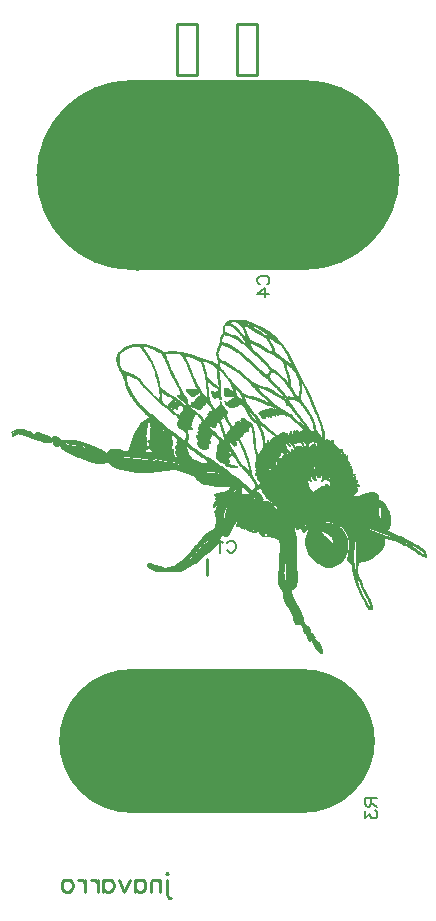
<source format=gbr>
G04 DipTrace 3.0.0.2*
G04 BottomSilk.gbr*
%MOIN*%
G04 #@! TF.FileFunction,Legend,Bot*
G04 #@! TF.Part,Single*
%ADD10C,0.01*%
%ADD12C,0.002992*%
%ADD24O,1.052493X0.479134*%
%ADD25O,1.210892X0.632808*%
%ADD120C,0.006176*%
%ADD122C,0.009264*%
%FSLAX26Y26*%
G04*
G70*
G90*
G75*
G01*
G04 BotSilk*
%LPD*%
X1107984Y1550899D2*
D10*
Y1499757D1*
X1390382Y2532560D2*
X1339240D1*
X963382Y2620060D2*
X912240D1*
X1007732Y3334918D2*
X1075724D1*
Y3165919D1*
X1007732D1*
Y3334918D1*
X1208732Y3336919D2*
X1275732D1*
Y3166910D1*
X1208732D1*
Y3336919D1*
D24*
X1141601Y945341D3*
D25*
X1144423Y2830577D3*
X1185039Y2348320D2*
D12*
X1235906D1*
X1178734Y2345328D2*
X1243631D1*
X1173497Y2342336D2*
X1188031D1*
X1208388D2*
X1250950D1*
X1169770Y2339344D2*
X1185039D1*
X1213119D2*
X1239023D1*
X1244431D2*
X1257913D1*
X1167252Y2336352D2*
X1190077D1*
X1217008D2*
X1242504D1*
X1249779D2*
X1264933D1*
X1165549Y2333360D2*
X1194851D1*
X1220093D2*
X1246595D1*
X1255370D2*
X1272130D1*
X1164297Y2330367D2*
X1167075D1*
X1188494D2*
X1198977D1*
X1222473D2*
X1230395D1*
X1235792D2*
X1251071D1*
X1261535D2*
X1278890D1*
X1163167Y2327375D2*
X1166970D1*
X1192228D2*
X1202555D1*
X1224389D2*
X1231242D1*
X1241381D2*
X1255387D1*
X1267903D2*
X1284799D1*
X1162223Y2324383D2*
X1166588D1*
X1195995D2*
X1205800D1*
X1226069D2*
X1232410D1*
X1246542D2*
X1259506D1*
X1273901D2*
X1290116D1*
X1161631Y2321391D2*
X1165872D1*
X1199511D2*
X1208807D1*
X1227634D2*
X1233756D1*
X1251366D2*
X1264151D1*
X1279393D2*
X1295411D1*
X1161327Y2318399D2*
X1165151D1*
X1202781D2*
X1211564D1*
X1229148D2*
X1235182D1*
X1256030D2*
X1269866D1*
X1284705D2*
X1301124D1*
X1161191Y2315407D2*
X1164860D1*
X1205900D2*
X1214224D1*
X1230558D2*
X1236560D1*
X1260799D2*
X1276066D1*
X1290108D2*
X1307136D1*
X1161124Y2312415D2*
X1164932D1*
X1208945D2*
X1217066D1*
X1231772D2*
X1237762D1*
X1266169D2*
X1281893D1*
X1295439D2*
X1312823D1*
X1160986Y2309423D2*
X1170125D1*
X1211946D2*
X1219924D1*
X1232826D2*
X1238824D1*
X1272372D2*
X1287236D1*
X1300472D2*
X1317726D1*
X1160491Y2306430D2*
X1176411D1*
X1214840D2*
X1222444D1*
X1233882D2*
X1239983D1*
X1278724D2*
X1291945D1*
X1305169D2*
X1321797D1*
X1159379Y2303438D2*
X1183111D1*
X1217453D2*
X1224813D1*
X1234807D2*
X1241281D1*
X1284211D2*
X1295668D1*
X1309543D2*
X1325307D1*
X1157789Y2300446D2*
X1163620D1*
X1171078D2*
X1190204D1*
X1219730D2*
X1227315D1*
X1235437D2*
X1242592D1*
X1288724D2*
X1298740D1*
X1313701D2*
X1328522D1*
X1156118Y2297454D2*
X1162762D1*
X1180723D2*
X1197786D1*
X1221943D2*
X1229921D1*
X1235906D2*
X1243765D1*
X1292779D2*
X1331603D1*
X1154602Y2294462D2*
X1161500D1*
X1189375D2*
X1205171D1*
X1224308D2*
X1244804D1*
X1296780D2*
X1334628D1*
X1153431Y2291470D2*
X1159879D1*
X1196597D2*
X1211451D1*
X1226630D2*
X1245888D1*
X1300656D2*
X1337632D1*
X1152730Y2288478D2*
X1158117D1*
X1202469D2*
X1216355D1*
X1228673D2*
X1247142D1*
X1304201D2*
X1314277D1*
X1319559D2*
X1340616D1*
X1152379Y2285486D2*
X1156724D1*
X1207365D2*
X1220282D1*
X1230462D2*
X1248639D1*
X1307381D2*
X1315414D1*
X1325032D2*
X1343505D1*
X1152225Y2282493D2*
X1155777D1*
X1211702D2*
X1223681D1*
X1232168D2*
X1252547D1*
X1310112D2*
X1317011D1*
X1329730D2*
X1346116D1*
X1152151Y2279501D2*
X1156193D1*
X1215864D2*
X1226840D1*
X1233969D2*
X1257883D1*
X1312337D2*
X1318696D1*
X1333667D2*
X1348391D1*
X1152010Y2276509D2*
X1158721D1*
X1219827D2*
X1229921D1*
X1235906D2*
X1264196D1*
X1314190D2*
X1320317D1*
X1337574D2*
X1350616D1*
X1151515Y2273517D2*
X1164330D1*
X1223522D2*
X1270724D1*
X1315846D2*
X1321882D1*
X1342160D2*
X1353075D1*
X1150403Y2270525D2*
X1171040D1*
X1227201D2*
X1251340D1*
X1255560D2*
X1276817D1*
X1317403D2*
X1323405D1*
X1347016D2*
X1355696D1*
X861890Y2267533D2*
X900787D1*
X1148813D2*
X1178184D1*
X1231059D2*
X1252187D1*
X1264661D2*
X1282343D1*
X1318925D2*
X1324916D1*
X1351316D2*
X1358274D1*
X851670Y2264541D2*
X912493D1*
X1147142D2*
X1155592D1*
X1164420D2*
X1185024D1*
X1234979D2*
X1253355D1*
X1271932D2*
X1287581D1*
X1320427D2*
X1326414D1*
X1354919D2*
X1360773D1*
X842451Y2261549D2*
X923355D1*
X1145614D2*
X1153447D1*
X1173520D2*
X1190926D1*
X1238896D2*
X1254701D1*
X1278109D2*
X1292714D1*
X1321917D2*
X1327902D1*
X1357862D2*
X1363301D1*
X834753Y2258556D2*
X850521D1*
X885713D2*
X894341D1*
X915508D2*
X932512D1*
X1144338D2*
X1151623D1*
X1181570D2*
X1195830D1*
X1242890D2*
X1256139D1*
X1283887D2*
X1297724D1*
X1323307D2*
X1329303D1*
X1360265D2*
X1365709D1*
X828781Y2255564D2*
X842904D1*
X888321D2*
X896579D1*
X923601D2*
X939799D1*
X1143255D2*
X1149988D1*
X1187990D2*
X1200520D1*
X1246767D2*
X1257633D1*
X1289391D2*
X1302814D1*
X1324421D2*
X1330514D1*
X1362438D2*
X1367795D1*
X824224Y2252572D2*
X836416D1*
X890596D2*
X898692D1*
X930645D2*
X945987D1*
X1142188D2*
X1148528D1*
X1193245D2*
X1205690D1*
X1250229D2*
X1259322D1*
X1294688D2*
X1308180D1*
X1325144D2*
X1331567D1*
X1364535D2*
X1369698D1*
X820609Y2249580D2*
X831160D1*
X892810D2*
X900778D1*
X936848D2*
X951841D1*
X1141267D2*
X1147294D1*
X1198161D2*
X1211067D1*
X1253126D2*
X1261494D1*
X1300140D2*
X1313701D1*
X1325669D2*
X1332633D1*
X1366435D2*
X1371708D1*
X817704Y2246588D2*
X826959D1*
X895175D2*
X902764D1*
X942577D2*
X957638D1*
X978583D2*
X999528D1*
X1140682D2*
X1146233D1*
X1202985D2*
X1215819D1*
X1255454D2*
X1264253D1*
X1305843D2*
X1333679D1*
X1368142D2*
X1373978D1*
X815415Y2243596D2*
X823501D1*
X897508D2*
X904757D1*
X947615D2*
X1011732D1*
X1140381D2*
X1145175D1*
X1207413D2*
X1219538D1*
X1257563D2*
X1267351D1*
X1311413D2*
X1334865D1*
X1369739D2*
X1376260D1*
X813539Y2240604D2*
X820659D1*
X899645D2*
X906781D1*
X951613D2*
X1023583D1*
X1140246D2*
X1144268D1*
X1211360D2*
X1222457D1*
X1260089D2*
X1270769D1*
X1316941D2*
X1336774D1*
X1371273D2*
X1378288D1*
X811887Y2237612D2*
X818405D1*
X901712D2*
X908654D1*
X954722D2*
X1036202D1*
X1140190D2*
X1143791D1*
X1215155D2*
X1225298D1*
X1263396D2*
X1274604D1*
X1322702D2*
X1339713D1*
X1372788D2*
X1380062D1*
X810420Y2234619D2*
X816643D1*
X903781D2*
X910363D1*
X957290D2*
X969720D1*
X1020461D2*
X1049029D1*
X1140181D2*
X1143883D1*
X1219049D2*
X1228590D1*
X1267105D2*
X1278673D1*
X1328049D2*
X1343432D1*
X1374287D2*
X1381689D1*
X809185Y2231627D2*
X815375D1*
X905760D2*
X912050D1*
X959484D2*
X970104D1*
X1023348D2*
X1060587D1*
X1140278D2*
X1144570D1*
X1222883D2*
X1232212D1*
X1270858D2*
X1282721D1*
X1332528D2*
X1347578D1*
X1375788D2*
X1383235D1*
X808123Y2228635D2*
X814638D1*
X907750D2*
X913872D1*
X961559D2*
X970833D1*
X1025947D2*
X1070368D1*
X1140657D2*
X1145674D1*
X1226425D2*
X1235993D1*
X1274912D2*
X1286602D1*
X1336943D2*
X1351920D1*
X1377282D2*
X1384754D1*
X807065Y2225643D2*
X814276D1*
X909786D2*
X915814D1*
X963615D2*
X971705D1*
X1028117D2*
X1034959D1*
X1056252D2*
X1079127D1*
X1141384D2*
X1147020D1*
X1229717D2*
X1239931D1*
X1279006D2*
X1290246D1*
X1342058D2*
X1356261D1*
X1378781D2*
X1386255D1*
X806147Y2222651D2*
X814117D1*
X911752D2*
X917652D1*
X965499D2*
X972620D1*
X1029949D2*
X1037092D1*
X1064705D2*
X1088374D1*
X1142256D2*
X1148684D1*
X1232945D2*
X1243798D1*
X1282465D2*
X1293431D1*
X1347647D2*
X1360445D1*
X1380274D2*
X1387756D1*
X805575Y2219659D2*
X814053D1*
X913737D2*
X919336D1*
X967200D2*
X973719D1*
X1031598D2*
X1038823D1*
X1072244D2*
X1098373D1*
X1143160D2*
X1151137D1*
X1236372D2*
X1247358D1*
X1285201D2*
X1296224D1*
X1352792D2*
X1364483D1*
X1381773D2*
X1389250D1*
X805380Y2216667D2*
X814029D1*
X915759D2*
X920924D1*
X968783D2*
X974995D1*
X1033152D2*
X1040182D1*
X1078347D2*
X1107950D1*
X1144142D2*
X1154939D1*
X1240089D2*
X1250645D1*
X1287639D2*
X1298889D1*
X1356704D2*
X1368529D1*
X1383276D2*
X1390749D1*
X805626Y2213675D2*
X814032D1*
X917631D2*
X922456D1*
X970224D2*
X976297D1*
X1034674D2*
X1041307D1*
X1082783D2*
X1116028D1*
X1144931D2*
X1159906D1*
X1243763D2*
X1253771D1*
X1290198D2*
X1301357D1*
X1359646D2*
X1372445D1*
X1384852D2*
X1392243D1*
X806299Y2210682D2*
X814134D1*
X919328D2*
X923969D1*
X971450D2*
X977467D1*
X1036176D2*
X1042490D1*
X1085836D2*
X1092758D1*
X1103664D2*
X1122339D1*
X1145365D2*
X1165302D1*
X1247003D2*
X1256818D1*
X1292947D2*
X1303561D1*
X1360760D2*
X1376067D1*
X1386598D2*
X1393741D1*
X807150Y2207690D2*
X814514D1*
X920922D2*
X925468D1*
X972520D2*
X978516D1*
X1037677D2*
X1043797D1*
X1088045D2*
X1093605D1*
X1111386D2*
X1127484D1*
X1144739D2*
X1170757D1*
X1249938D2*
X1259831D1*
X1295825D2*
X1305743D1*
X1361691D2*
X1379528D1*
X1388504D2*
X1395235D1*
X808057Y2204698D2*
X815242D1*
X922455D2*
X926969D1*
X973683D2*
X979671D1*
X1039172D2*
X1045110D1*
X1089748D2*
X1094761D1*
X1118256D2*
X1132309D1*
X1143942D2*
X1149146D1*
X1161451D2*
X1176285D1*
X1253007D2*
X1262831D1*
X1298769D2*
X1308107D1*
X1362754D2*
X1396733D1*
X809154Y2201706D2*
X816126D1*
X923969D2*
X928463D1*
X974993D2*
X980967D1*
X1040659D2*
X1046284D1*
X1091077D2*
X1096013D1*
X1124228D2*
X1137165D1*
X1143150D2*
X1149251D1*
X1167782D2*
X1181697D1*
X1256297D2*
X1265825D1*
X1301743D2*
X1310541D1*
X1363999D2*
X1370563D1*
X1376896D2*
X1398227D1*
X810440Y2198714D2*
X817135D1*
X925468D2*
X929950D1*
X976398D2*
X982278D1*
X1042059D2*
X1047335D1*
X1092174D2*
X1097163D1*
X1129196D2*
X1149644D1*
X1173718D2*
X1186865D1*
X1259554D2*
X1268818D1*
X1304728D2*
X1313069D1*
X1365274D2*
X1370668D1*
X1380351D2*
X1399726D1*
X811836Y2195722D2*
X818522D1*
X926969D2*
X931350D1*
X977847D2*
X983450D1*
X1043270D2*
X1048490D1*
X1093244D2*
X1098194D1*
X1133177D2*
X1150466D1*
X1179078D2*
X1191928D1*
X1262704D2*
X1271811D1*
X1307718D2*
X1315957D1*
X1366343D2*
X1371049D1*
X1383782D2*
X1401219D1*
X813282Y2192730D2*
X820238D1*
X928463D2*
X932561D1*
X979233D2*
X984500D1*
X1044323D2*
X1049786D1*
X1094178D2*
X1099240D1*
X1136295D2*
X1151637D1*
X1184090D2*
X1196889D1*
X1265773D2*
X1274803D1*
X1310697D2*
X1319198D1*
X1367102D2*
X1371766D1*
X1387236D2*
X1402718D1*
X814666Y2189738D2*
X821972D1*
X929950D2*
X933614D1*
X980438D2*
X985655D1*
X1045389D2*
X1051096D1*
X1094868D2*
X1100166D1*
X1138676D2*
X1153098D1*
X1189040D2*
X1201481D1*
X1268798D2*
X1277795D1*
X1313561D2*
X1322637D1*
X1367814D2*
X1372545D1*
X1390646D2*
X1404211D1*
X815883Y2186745D2*
X823613D1*
X931339D2*
X934681D1*
X981489D2*
X986963D1*
X1046412D2*
X1052269D1*
X1095550D2*
X1100853D1*
X1140491D2*
X1155022D1*
X1193941D2*
X1205748D1*
X1271804D2*
X1280799D1*
X1315938D2*
X1326540D1*
X1368690D2*
X1373172D1*
X1393629D2*
X1405698D1*
X817039Y2183753D2*
X825279D1*
X932456D2*
X935703D1*
X982555D2*
X988367D1*
X1047387D2*
X1053308D1*
X1096414D2*
X1101535D1*
X1141779D2*
X1157591D1*
X1198506D2*
X1209997D1*
X1274801D2*
X1283896D1*
X1317716D2*
X1331039D1*
X1369623D2*
X1373842D1*
X1396095D2*
X1407098D1*
X818486Y2180761D2*
X827088D1*
X933233D2*
X936679D1*
X983577D2*
X989828D1*
X1048510D2*
X1054369D1*
X1097342D2*
X1102386D1*
X1142523D2*
X1160565D1*
X1202750D2*
X1214328D1*
X1277783D2*
X1287272D1*
X1317545D2*
X1335597D1*
X1370549D2*
X1374791D1*
X1398310D2*
X1408321D1*
X820225Y2177769D2*
X832308D1*
X933952D2*
X937801D1*
X984553D2*
X991306D1*
X1049805D2*
X1055389D1*
X1098266D2*
X1103221D1*
X1142888D2*
X1145554D1*
X1155118D2*
X1163356D1*
X1206890D2*
X1218635D1*
X1280670D2*
X1291006D1*
X1316212D2*
X1339646D1*
X1371551D2*
X1375992D1*
X1400427D2*
X1409479D1*
X821968Y2174777D2*
X840540D1*
X934819D2*
X939085D1*
X985675D2*
X992799D1*
X1051204D2*
X1056364D1*
X1099268D2*
X1103869D1*
X1143048D2*
X1147304D1*
X1158110D2*
X1165758D1*
X1210838D2*
X1222700D1*
X1283305D2*
X1294889D1*
X1314897D2*
X1343198D1*
X1372460D2*
X1377262D1*
X1402335D2*
X1410927D1*
X823612Y2171785D2*
X850217D1*
X935647D2*
X940390D1*
X986971D2*
X994291D1*
X1052651D2*
X1057486D1*
X1100164D2*
X1104535D1*
X1143112D2*
X1148306D1*
X1161102D2*
X1168037D1*
X1214440D2*
X1226352D1*
X1285802D2*
X1298740D1*
X1313701D2*
X1319811D1*
X1337050D2*
X1346445D1*
X1373140D2*
X1378420D1*
X1404046D2*
X1412666D1*
X825173Y2168793D2*
X858813D1*
X936204D2*
X941561D1*
X988370D2*
X995789D1*
X1054036D2*
X1058782D1*
X1100740D2*
X1105382D1*
X1143136D2*
X1148792D1*
X1164083D2*
X1170431D1*
X1217843D2*
X1229677D1*
X1288895D2*
X1317319D1*
X1341792D2*
X1349543D1*
X1373819D2*
X1379452D1*
X1405632D2*
X1414397D1*
X826606Y2165801D2*
X841533D1*
X845639D2*
X865513D1*
X936595D2*
X942599D1*
X989828D2*
X997282D1*
X1055241D2*
X1060181D1*
X1101049D2*
X1106225D1*
X1143145D2*
X1149002D1*
X1166970D2*
X1172777D1*
X1221354D2*
X1232818D1*
X1293168D2*
X1315554D1*
X1345786D2*
X1352576D1*
X1374682D2*
X1380500D1*
X1407073D2*
X1415948D1*
X827829Y2162808D2*
X839783D1*
X854728D2*
X870415D1*
X937106D2*
X943648D1*
X991307D2*
X998781D1*
X1056292D2*
X1061639D1*
X1101289D2*
X1106990D1*
X1143148D2*
X1149086D1*
X1169581D2*
X1174930D1*
X1225119D2*
X1235882D1*
X1298029D2*
X1314374D1*
X1349264D2*
X1355583D1*
X1375609D2*
X1381426D1*
X1408300D2*
X1417245D1*
X828887Y2159816D2*
X838781D1*
X861882D2*
X874333D1*
X937888D2*
X944564D1*
X992799D2*
X1000274D1*
X1057358D2*
X1063118D1*
X1101725D2*
X1108154D1*
X1143161D2*
X1149129D1*
X1171844D2*
X1177104D1*
X1228899D2*
X1238990D1*
X1302323D2*
X1314341D1*
X1352455D2*
X1358580D1*
X1376534D2*
X1382113D1*
X1409371D2*
X1418435D1*
X829955Y2156824D2*
X838307D1*
X867573D2*
X878025D1*
X938780D2*
X945157D1*
X994291D2*
X1001773D1*
X1058380D2*
X1064599D1*
X1102463D2*
X1110215D1*
X1143266D2*
X1149245D1*
X1173964D2*
X1179554D1*
X1232421D2*
X1242267D1*
X1305611D2*
X1315592D1*
X1355425D2*
X1361574D1*
X1377535D2*
X1382795D1*
X1410533D2*
X1419896D1*
X830978Y2153832D2*
X838202D1*
X872241D2*
X881381D1*
X939691D2*
X945563D1*
X995789D2*
X1003267D1*
X1059356D2*
X1065997D1*
X1103238D2*
X1113018D1*
X1143648D2*
X1149630D1*
X1176053D2*
X1182250D1*
X1235693D2*
X1245597D1*
X1308254D2*
X1317552D1*
X1358068D2*
X1364567D1*
X1378432D2*
X1383646D1*
X1411832D2*
X1421640D1*
X831943Y2150840D2*
X838499D1*
X876121D2*
X884151D1*
X940699D2*
X946079D1*
X997294D2*
X1004765D1*
X1060478D2*
X1067207D1*
X1103762D2*
X1116064D1*
X1144364D2*
X1150348D1*
X1178039D2*
X1185019D1*
X1238813D2*
X1248652D1*
X1310673D2*
X1320040D1*
X1360354D2*
X1367559D1*
X1379010D2*
X1384469D1*
X1413132D2*
X1423384D1*
X832960Y2147848D2*
X839185D1*
X879432D2*
X886626D1*
X941700D2*
X946851D1*
X998886D2*
X1006259D1*
X1061774D2*
X1068272D1*
X1104041D2*
X1119130D1*
X1145132D2*
X1151116D1*
X1180032D2*
X1187670D1*
X1241858D2*
X1251516D1*
X1313142D2*
X1322814D1*
X1362583D2*
X1370551D1*
X1379324D2*
X1385012D1*
X1414199D2*
X1425029D1*
X833874Y2144856D2*
X839952D1*
X882224D2*
X889111D1*
X942656D2*
X947640D1*
X1000667D2*
X1007757D1*
X1063173D2*
X1069443D1*
X1104168D2*
X1122180D1*
X1145653D2*
X1151638D1*
X1182057D2*
X1190201D1*
X1244871D2*
X1254786D1*
X1315979D2*
X1325719D1*
X1365043D2*
X1373543D1*
X1379528D2*
X1385297D1*
X1414857D2*
X1426602D1*
X834556Y2141864D2*
X840575D1*
X884571D2*
X891494D1*
X943670D2*
X948169D1*
X1002595D2*
X1009251D1*
X1064632D2*
X1070847D1*
X1104221D2*
X1125311D1*
X1145943D2*
X1151915D1*
X1183930D2*
X1192754D1*
X1247870D2*
X1259064D1*
X1319083D2*
X1328691D1*
X1367653D2*
X1385427D1*
X1415201D2*
X1428128D1*
X835236Y2138871D2*
X841245D1*
X886823D2*
X893662D1*
X944583D2*
X948449D1*
X1004427D2*
X1010749D1*
X1066110D2*
X1072528D1*
X1104252D2*
X1110236D1*
X1119338D2*
X1128809D1*
X1146183D2*
X1152042D1*
X1185627D2*
X1195284D1*
X1250865D2*
X1264832D1*
X1322028D2*
X1331765D1*
X1370137D2*
X1385480D1*
X1415454D2*
X1429639D1*
X836088Y2135879D2*
X842193D1*
X889291D2*
X895841D1*
X945265D2*
X948589D1*
X1006109D2*
X1012243D1*
X1067591D2*
X1074324D1*
X1104365D2*
X1110236D1*
X1122807D2*
X1133009D1*
X1146698D2*
X1152095D1*
X1187209D2*
X1197846D1*
X1253846D2*
X1272122D1*
X1324829D2*
X1335029D1*
X1372348D2*
X1385512D1*
X1415896D2*
X1421417D1*
X1427978D2*
X1431150D1*
X836922Y2132887D2*
X843405D1*
X891903D2*
X898294D1*
X945945D2*
X948758D1*
X1007696D2*
X1013741D1*
X1068989D2*
X1075865D1*
X1104749D2*
X1110236D1*
X1126804D2*
X1137916D1*
X1147742D2*
X1152115D1*
X1188649D2*
X1200743D1*
X1256745D2*
X1280262D1*
X1327843D2*
X1338355D1*
X1374448D2*
X1385636D1*
X1416635D2*
X1421417D1*
X1429103D2*
X1432743D1*
X837570Y2129895D2*
X844769D1*
X894400D2*
X901002D1*
X946796D2*
X949277D1*
X1009239D2*
X1015235D1*
X1070211D2*
X1077206D1*
X1105466D2*
X1110248D1*
X1131004D2*
X1143150D1*
X1149134D2*
X1152122D1*
X1189875D2*
X1203867D1*
X1259461D2*
X1288560D1*
X1331112D2*
X1341409D1*
X1376529D2*
X1386126D1*
X1417411D2*
X1421417D1*
X1430607D2*
X1434525D1*
X838248Y2126903D2*
X846214D1*
X896729D2*
X903853D1*
X947619D2*
X950499D1*
X1010846D2*
X1016733D1*
X1071380D2*
X1078741D1*
X1106234D2*
X1110353D1*
X1134950D2*
X1152125D1*
X1190946D2*
X1206815D1*
X1262106D2*
X1297055D1*
X1334361D2*
X1344249D1*
X1378513D2*
X1387236D1*
X1417935D2*
X1421417D1*
X1432015D2*
X1436453D1*
X839199Y2123911D2*
X847687D1*
X899303D2*
X906698D1*
X948161D2*
X952495D1*
X1012621D2*
X1018227D1*
X1072923D2*
X1080529D1*
X1106756D2*
X1110734D1*
X1138692D2*
X1152126D1*
X1192108D2*
X1209522D1*
X1264943D2*
X1274803D1*
X1284921D2*
X1305654D1*
X1337508D2*
X1347273D1*
X1380505D2*
X1388825D1*
X1418202D2*
X1421417D1*
X1433302D2*
X1438285D1*
X840413Y2120919D2*
X849178D1*
X902377D2*
X909394D1*
X948447D2*
X955117D1*
X1014445D2*
X1019726D1*
X1074992D2*
X1082380D1*
X1107033D2*
X1111451D1*
X1142340D2*
X1152126D1*
X1167087D2*
X1176063D1*
X1193409D2*
X1212255D1*
X1267799D2*
X1277795D1*
X1293039D2*
X1313530D1*
X1340577D2*
X1350450D1*
X1382541D2*
X1390507D1*
X1418224D2*
X1421417D1*
X1434804D2*
X1439967D1*
X841777Y2117927D2*
X850681D1*
X905487D2*
X912043D1*
X948576D2*
X958397D1*
X1015885D2*
X1021231D1*
X1038425D2*
X1084317D1*
X1107160D2*
X1112218D1*
X1145792D2*
X1152126D1*
X1165705D2*
X1180997D1*
X1194736D2*
X1215079D1*
X1270319D2*
X1280776D1*
X1301520D2*
X1320105D1*
X1343602D2*
X1353418D1*
X1384519D2*
X1392140D1*
X1417896D2*
X1421417D1*
X1436479D2*
X1441555D1*
X843222Y2114934D2*
X852272D1*
X908262D2*
X914970D1*
X948641D2*
X962508D1*
X1016745D2*
X1022823D1*
X1039025D2*
X1086332D1*
X1107213D2*
X1112740D1*
X1149134D2*
X1152126D1*
X1164846D2*
X1185964D1*
X1195944D2*
X1200474D1*
X1209467D2*
X1217889D1*
X1272694D2*
X1283674D1*
X1309001D2*
X1325645D1*
X1346607D2*
X1356133D1*
X1386598D2*
X1393810D1*
X1417199D2*
X1421417D1*
X1437946D2*
X1443086D1*
X844695Y2111942D2*
X854053D1*
X911093D2*
X918114D1*
X948767D2*
X967334D1*
X1017173D2*
X1024593D1*
X1040029D2*
X1088303D1*
X1107233D2*
X1113018D1*
X1122205D2*
X1128189D1*
X1140157D2*
X1152126D1*
X1164411D2*
X1191024D1*
X1197008D2*
X1201321D1*
X1211595D2*
X1220479D1*
X1275239D2*
X1286390D1*
X1315195D2*
X1330605D1*
X1349604D2*
X1358868D1*
X1388908D2*
X1395714D1*
X1416439D2*
X1421406D1*
X1439166D2*
X1444599D1*
X846186Y2108950D2*
X855981D1*
X914386D2*
X921074D1*
X949156D2*
X972332D1*
X1017361D2*
X1026426D1*
X1042658D2*
X1090391D1*
X1107252D2*
X1113144D1*
X1122667D2*
X1152126D1*
X1164242D2*
X1202489D1*
X1214580D2*
X1222893D1*
X1277986D2*
X1289047D1*
X1320975D2*
X1335292D1*
X1352598D2*
X1361693D1*
X1391209D2*
X1397941D1*
X1415920D2*
X1421300D1*
X1440402D2*
X1446098D1*
X847689Y2105958D2*
X857813D1*
X917913D2*
X923881D1*
X949875D2*
X954646D1*
X963160D2*
X977004D1*
X1017436D2*
X1027982D1*
X1045946D2*
X1077787D1*
X1086299D2*
X1092805D1*
X1107360D2*
X1113197D1*
X1123409D2*
X1152126D1*
X1164392D2*
X1203835D1*
X1217432D2*
X1225951D1*
X1280876D2*
X1291989D1*
X1326843D2*
X1339960D1*
X1355590D2*
X1364503D1*
X1393244D2*
X1400216D1*
X1415643D2*
X1420919D1*
X1441733D2*
X1447599D1*
X849292Y2102966D2*
X859494D1*
X921318D2*
X926897D1*
X950643D2*
X954646D1*
X968402D2*
X981407D1*
X1017466D2*
X1029352D1*
X1049518D2*
X1072570D1*
X1086299D2*
X1095487D1*
X1107742D2*
X1113217D1*
X1124195D2*
X1152138D1*
X1164897D2*
X1205273D1*
X1219385D2*
X1231000D1*
X1283925D2*
X1295226D1*
X1332502D2*
X1344865D1*
X1358583D2*
X1367079D1*
X1395031D2*
X1402318D1*
X1415517D2*
X1420203D1*
X1443057D2*
X1449093D1*
X851166Y2099974D2*
X861082D1*
X924542D2*
X930167D1*
X951153D2*
X954646D1*
X973600D2*
X985966D1*
X1008504D2*
X1031088D1*
X1052995D2*
X1067484D1*
X1086299D2*
X1098230D1*
X1108459D2*
X1113236D1*
X1124836D2*
X1152243D1*
X1167224D2*
X1206755D1*
X1220726D2*
X1238725D1*
X1287280D2*
X1298463D1*
X1337641D2*
X1350184D1*
X1361575D2*
X1369316D1*
X1396736D2*
X1404357D1*
X1415463D2*
X1419435D1*
X1444235D2*
X1450580D1*
X853381Y2096982D2*
X862625D1*
X927643D2*
X933416D1*
X951317D2*
X954646D1*
X978943D2*
X990746D1*
X1008990D2*
X1033522D1*
X1056378D2*
X1062362D1*
X1086299D2*
X1100705D1*
X1109234D2*
X1113344D1*
X1125612D2*
X1152624D1*
X1170079D2*
X1176063D1*
X1179297D2*
X1208362D1*
X1221888D2*
X1248327D1*
X1290982D2*
X1301605D1*
X1342324D2*
X1355816D1*
X1364567D2*
X1371413D1*
X1398536D2*
X1406457D1*
X1415433D2*
X1418913D1*
X1445287D2*
X1451980D1*
X855642Y2093990D2*
X864244D1*
X930681D2*
X936564D1*
X950982D2*
X954657D1*
X984152D2*
X995500D1*
X1009954D2*
X1036320D1*
X1077323D2*
X1102652D1*
X1109801D2*
X1113726D1*
X1126943D2*
X1153341D1*
X1192000D2*
X1210360D1*
X1222947D2*
X1258363D1*
X1294739D2*
X1304684D1*
X1346918D2*
X1361575D1*
X1367559D2*
X1373543D1*
X1379528D2*
X1382520D1*
X1400472D2*
X1418648D1*
X1446442D2*
X1453191D1*
X857663Y2090997D2*
X866124D1*
X933691D2*
X939636D1*
X950013D2*
X954763D1*
X988805D2*
X1000144D1*
X1011655D2*
X1038682D1*
X1075610D2*
X1104252D1*
X1110236D2*
X1114443D1*
X1128911D2*
X1140157D1*
X1145592D2*
X1154116D1*
X1202992D2*
X1213139D1*
X1224002D2*
X1233027D1*
X1242682D2*
X1268089D1*
X1298252D2*
X1307813D1*
X1351749D2*
X1418626D1*
X1447751D2*
X1454256D1*
X859445Y2088005D2*
X868341D1*
X936689D2*
X942677D1*
X948661D2*
X955144D1*
X992821D2*
X1004700D1*
X1014519D2*
X1040418D1*
X1073210D2*
X1115222D1*
X1131181D2*
D3*
X1147534D2*
X1154683D1*
X1196682D2*
X1216798D1*
X1225343D2*
X1233423D1*
X1253423D2*
X1277360D1*
X1301522D2*
X1311199D1*
X1356452D2*
X1364567D1*
X1370551D2*
X1418967D1*
X1449154D2*
X1455416D1*
X861176Y2085013D2*
X870626D1*
X939684D2*
X955872D1*
X996535D2*
X1009125D1*
X1018966D2*
X1040960D1*
X1070433D2*
X1115849D1*
X1149134D2*
X1155118D1*
X1190057D2*
X1220945D1*
X1226929D2*
X1234245D1*
X1264722D2*
X1286061D1*
X1304641D2*
X1314913D1*
X1360558D2*
X1419780D1*
X1450603D2*
X1456726D1*
X863115Y2082021D2*
X872845D1*
X942677D2*
X956768D1*
X991243D2*
X996535D1*
X1002520D2*
X1013341D1*
X1024593D2*
X1041341D1*
X1068063D2*
X1116508D1*
X1184167D2*
X1235405D1*
X1274951D2*
X1294094D1*
X1307687D2*
X1318674D1*
X1364119D2*
X1379065D1*
X1404818D2*
X1421038D1*
X1451989D2*
X1458130D1*
X865456Y2079029D2*
X875285D1*
X945681D2*
X957893D1*
X987286D2*
X999528D1*
X1008504D2*
X1017391D1*
X1029951D2*
X1041844D1*
X1066498D2*
X1117363D1*
X1152126D2*
D3*
X1167087D2*
X1170079D1*
X1179055D2*
X1223937D1*
X1229921D2*
X1236761D1*
X1283283D2*
X1301732D1*
X1310709D2*
X1322189D1*
X1367258D2*
X1381304D1*
X1410568D2*
X1422760D1*
X1453194D2*
X1459580D1*
X868105Y2076037D2*
X878068D1*
X948767D2*
X959767D1*
X984316D2*
X1021440D1*
X1033933D2*
X1042633D1*
X1056378D2*
X1118300D1*
X1152249D2*
X1155118D1*
X1167224D2*
X1238292D1*
X1290699D2*
X1325458D1*
X1369861D2*
X1383416D1*
X1414778D2*
X1424914D1*
X1454245D2*
X1460965D1*
X870845Y2073045D2*
X880825D1*
X952047D2*
X962593D1*
X981959D2*
X1025350D1*
X1036711D2*
X1043541D1*
X1056378D2*
X1101020D1*
X1110122D2*
X1119328D1*
X1152713D2*
X1155694D1*
X1167542D2*
X1240050D1*
X1298145D2*
X1328577D1*
X1371690D2*
X1385503D1*
X1418113D2*
X1427163D1*
X1455311D2*
X1462170D1*
X873395Y2070052D2*
X883442D1*
X955479D2*
X965923D1*
X980294D2*
X1028927D1*
X1038708D2*
X1044409D1*
X1056378D2*
X1100488D1*
X1112731D2*
X1120723D1*
X1153737D2*
X1156831D1*
X1169354D2*
X1216135D1*
X1223475D2*
X1241981D1*
X1305372D2*
X1331634D1*
X1372784D2*
X1387488D1*
X1420866D2*
X1429280D1*
X1456333D2*
X1463233D1*
X875648Y2067060D2*
X886136D1*
X958927D2*
X969285D1*
X979287D2*
X1013912D1*
X1020472D2*
X1032236D1*
X1040199D2*
X1098406D1*
X1115006D2*
X1122453D1*
X1155118D2*
X1158429D1*
X1172108D2*
X1212085D1*
X1225725D2*
X1243903D1*
X1312014D2*
X1334751D1*
X1379528D2*
X1389481D1*
X1423182D2*
X1431429D1*
X1457309D2*
X1464393D1*
X877865Y2064068D2*
X888957D1*
X962600D2*
X972598D1*
X978583D2*
X1012786D1*
X1023465D2*
X1035433D1*
X1041417D2*
X1095974D1*
X1117219D2*
X1124293D1*
X1149128D2*
X1160125D1*
X1175399D2*
X1210341D1*
X1227931D2*
X1245872D1*
X1318258D2*
X1338156D1*
X1381138D2*
X1391518D1*
X1425405D2*
X1433770D1*
X1458431D2*
X1465691D1*
X880332Y2061076D2*
X891867D1*
X966866D2*
X1011294D1*
X1026457D2*
X1047179D1*
X1055791D2*
X1093649D1*
X1119572D2*
X1126320D1*
X1144912D2*
X1161863D1*
X1178743D2*
X1200000D1*
X1230294D2*
X1247900D1*
X1323815D2*
X1342077D1*
X1383271D2*
X1393495D1*
X1427773D2*
X1436095D1*
X1459726D2*
X1467002D1*
X883046Y2058084D2*
X894836D1*
X971558D2*
X1009993D1*
X1029449D2*
X1050301D1*
X1063535D2*
X1091361D1*
X1121789D2*
X1128666D1*
X1142185D2*
X1163915D1*
X1182047D2*
X1200000D1*
X1232615D2*
X1249875D1*
X1328132D2*
X1346612D1*
X1385817D2*
X1395574D1*
X1430106D2*
X1438229D1*
X1461126D2*
X1468175D1*
X885911Y2055092D2*
X897908D1*
X975918D2*
X984567D1*
X990551D2*
X1009132D1*
X1028271D2*
X1054334D1*
X1070590D2*
X1088889D1*
X1123439D2*
X1131181D1*
X1140157D2*
X1166536D1*
X1234658D2*
X1251965D1*
X1322677D2*
X1325669D1*
X1331654D2*
D3*
X1337638D2*
X1351676D1*
X1388511D2*
X1397884D1*
X1432255D2*
X1440295D1*
X1462584D2*
X1469225D1*
X888850Y2052100D2*
X901183D1*
X979437D2*
X990551D1*
X996535D2*
D3*
X1005512D2*
X1008504D1*
X1028648D2*
X1059054D1*
X1077323D2*
X1086299D1*
X1124400D2*
X1169518D1*
X1236437D2*
X1254368D1*
X1309208D2*
X1356978D1*
X1391044D2*
X1400197D1*
X1434416D2*
X1442364D1*
X1464063D2*
X1470379D1*
X891822Y2049108D2*
X904614D1*
X982637D2*
X993543D1*
X1029449D2*
X1063602D1*
X1124891D2*
X1172200D1*
X1238065D2*
X1256944D1*
X1296877D2*
X1362344D1*
X1393290D2*
X1402326D1*
X1436761D2*
X1444343D1*
X1465544D2*
X1471676D1*
X894807Y2046115D2*
X908049D1*
X986105D2*
X996547D1*
X1025191D2*
X1067743D1*
X1116220D2*
X1174411D1*
X1239613D2*
X1259304D1*
X1287918D2*
X1367821D1*
X1395504D2*
X1404402D1*
X1439087D2*
X1446333D1*
X1466942D2*
X1472986D1*
X897797Y2043123D2*
X911617D1*
X989803D2*
X999653D1*
X1022227D2*
X1071871D1*
X1114268D2*
X1175309D1*
X1241132D2*
X1248000D1*
X1253396D2*
X1261037D1*
X1281625D2*
X1373198D1*
X1397959D2*
X1406564D1*
X1441233D2*
X1448357D1*
X1468164D2*
X1474159D1*
X900788Y2040131D2*
X915514D1*
X993614D2*
X1003108D1*
X1020178D2*
X1076127D1*
X1111836D2*
X1175026D1*
X1242633D2*
X1248500D1*
X1255646D2*
X1262094D1*
X1278873D2*
X1378250D1*
X1400567D2*
X1408830D1*
X1443393D2*
X1450229D1*
X1469322D2*
X1475209D1*
X903780Y2037139D2*
X919605D1*
X997563D2*
X1007123D1*
X1018687D2*
X1080022D1*
X1109426D2*
X1172836D1*
X1244134D2*
X1249715D1*
X1257864D2*
X1268819D1*
X1281254D2*
X1382928D1*
X1403050D2*
X1411261D1*
X1445725D2*
X1451927D1*
X1470758D2*
X1476364D1*
X906772Y2034147D2*
X923673D1*
X1001422D2*
X1011496D1*
X1017480D2*
X1083323D1*
X1107244D2*
X1170079D1*
X1245628D2*
X1251698D1*
X1260320D2*
X1270316D1*
X1283553D2*
X1349606D1*
X1364567D2*
X1387148D1*
X1405273D2*
X1413717D1*
X1447946D2*
X1453520D1*
X1472403D2*
X1477660D1*
X909764Y2031155D2*
X927663D1*
X1004878D2*
X1065229D1*
X1077323D2*
X1086348D1*
X1113228D2*
X1171574D1*
X1247139D2*
X1254201D1*
X1262929D2*
X1272065D1*
X1285671D2*
X1334646D1*
X1343622D2*
D3*
X1367559D2*
X1370551D1*
X1376998D2*
X1390762D1*
X1407478D2*
X1416060D1*
X1449699D2*
X1455053D1*
X1473858D2*
X1478971D1*
X912756Y2028163D2*
X931689D1*
X1007783D2*
X1064728D1*
X1080303D2*
X1089207D1*
X1108620D2*
X1157560D1*
X1163632D2*
X1172828D1*
X1248749D2*
X1256983D1*
X1265410D2*
X1273905D1*
X1287818D2*
X1310709D1*
X1316693D2*
X1322677D1*
X1334646D2*
D3*
X1370551D2*
D3*
X1380732D2*
X1393732D1*
X1409929D2*
X1418292D1*
X1451049D2*
X1456567D1*
X1475074D2*
X1480143D1*
X915748Y2025171D2*
X935590D1*
X1010167D2*
X1063525D1*
X1083190D2*
X1091716D1*
X1105266D2*
X1159502D1*
X1165871D2*
X1174086D1*
X1226929D2*
D3*
X1250734D2*
X1259891D1*
X1267608D2*
X1275926D1*
X1290214D2*
X1301732D1*
X1310709D2*
D3*
X1319685D2*
X1322677D1*
X1384499D2*
X1396165D1*
X1412536D2*
X1420362D1*
X1452338D2*
X1458067D1*
X1476308D2*
X1481193D1*
X911145Y2022178D2*
X939162D1*
X1012325D2*
X1061659D1*
X1085789D2*
X1093673D1*
X1102996D2*
X1161102D1*
X1167983D2*
X1175427D1*
X1223624D2*
X1232913D1*
X1253338D2*
X1262851D1*
X1269689D2*
X1278212D1*
X1292756D2*
X1301732D1*
X1388026D2*
X1398477D1*
X1415019D2*
X1422480D1*
X1453690D2*
X1459555D1*
X1477639D2*
X1482348D1*
X906043Y2019186D2*
X942454D1*
X1014488D2*
X1059654D1*
X1087936D2*
X1095276D1*
X1101260D2*
X1149134D1*
X1170058D2*
X1176755D1*
X1220872D2*
X1235941D1*
X1256425D2*
X1265827D1*
X1271811D2*
X1280516D1*
X1391402D2*
X1401181D1*
X1417242D2*
X1424805D1*
X1455022D2*
X1460956D1*
X1478963D2*
X1483644D1*
X900716Y2016194D2*
X945581D1*
X1011671D2*
X1058087D1*
X1089558D2*
X1150977D1*
X1171950D2*
X1177947D1*
X1211969D2*
D3*
X1220351D2*
X1239237D1*
X1259601D2*
X1282654D1*
X1394902D2*
X1404667D1*
X1419435D2*
X1427123D1*
X1456202D2*
X1462167D1*
X1480141D2*
X1484955D1*
X895816Y2013202D2*
X948629D1*
X1010613D2*
X1057161D1*
X1090757D2*
X1152590D1*
X1173655D2*
X1179104D1*
X1210379D2*
X1214961D1*
X1220945D2*
X1243267D1*
X1262720D2*
X1284835D1*
X1398664D2*
X1408969D1*
X1421793D2*
X1429266D1*
X1457255D2*
X1463220D1*
X1481192D2*
X1486127D1*
X891946Y2010210D2*
X951642D1*
X1009876D2*
X1056704D1*
X1090529D2*
X1153905D1*
X1175251D2*
X1180641D1*
X1202992D2*
D3*
X1208976D2*
X1248016D1*
X1265779D2*
X1271811D1*
X1277795D2*
X1287377D1*
X1402455D2*
X1413444D1*
X1424123D2*
X1431425D1*
X1458410D2*
X1464275D1*
X1482348D2*
X1487166D1*
X889134Y2007218D2*
X909764D1*
X918740D2*
X954653D1*
X1009278D2*
X1056493D1*
X1090055D2*
X1139607D1*
X1149596D2*
X1155003D1*
X1176797D2*
X1182666D1*
X1202866D2*
X1252477D1*
X1268788D2*
X1274803D1*
X1280787D2*
X1290372D1*
X1406070D2*
X1417460D1*
X1426271D2*
X1433769D1*
X1459707D2*
X1465204D1*
X1483644D2*
X1488227D1*
X887008Y2004226D2*
X909764D1*
X918752D2*
X957753D1*
X1008988D2*
X1056299D1*
X1089637D2*
X1138558D1*
X1150350D2*
X1156088D1*
X1178405D2*
X1184847D1*
X1202367D2*
X1255769D1*
X1271687D2*
X1293675D1*
X1409630D2*
X1421001D1*
X1428435D2*
X1436095D1*
X1461006D2*
X1465892D1*
X1484943D2*
X1489247D1*
X885234Y2001234D2*
X909764D1*
X918866D2*
X961128D1*
X1009161D2*
X1055806D1*
X1083307D2*
X1137165D1*
X1151230D2*
X1157117D1*
X1180192D2*
X1186909D1*
X1201162D2*
X1258226D1*
X1274291D2*
X1297045D1*
X1413190D2*
X1424254D1*
X1430839D2*
X1438229D1*
X1462074D2*
X1466574D1*
X1486022D2*
X1490211D1*
X883525Y1998241D2*
X909764D1*
X919328D2*
X964837D1*
X1009852D2*
X1054772D1*
X1082720D2*
X1138615D1*
X1152135D2*
X1158083D1*
X1182121D2*
X1188933D1*
X1199248D2*
X1259176D1*
X1276463D2*
X1284254D1*
X1290226D2*
X1300488D1*
X1416667D2*
X1427402D1*
X1433386D2*
X1440295D1*
X1462731D2*
X1467426D1*
X1486784D2*
X1491228D1*
X881599Y1995249D2*
X909764D1*
X920351D2*
X968608D1*
X1010857D2*
X1053386D1*
X1081488D2*
X1113228D1*
X1119213D2*
X1136654D1*
X1153130D2*
X1159101D1*
X1183931D2*
X1191024D1*
X1197008D2*
X1260010D1*
X1278295D2*
X1285101D1*
X1293960D2*
X1304007D1*
X1420151D2*
X1442364D1*
X1463075D2*
X1468260D1*
X1487499D2*
X1492142D1*
X879276Y1992257D2*
X903780D1*
X921732D2*
X972239D1*
X1013372D2*
X1056170D1*
X1079567D2*
X1116220D1*
X1128189D2*
X1134173D1*
X1154036D2*
X1160016D1*
X1185379D2*
X1247412D1*
X1256262D2*
X1260928D1*
X1279944D2*
X1286268D1*
X1297727D2*
X1307473D1*
X1423679D2*
X1444354D1*
X1463328D2*
X1468908D1*
X1488363D2*
X1492824D1*
X876735Y1989265D2*
X904242D1*
X920351D2*
X976006D1*
X1019357D2*
X1058020D1*
X1077323D2*
X1119213D1*
X1154715D2*
X1160698D1*
X1186431D2*
X1246669D1*
X1258012D2*
X1261789D1*
X1281498D2*
X1287614D1*
X1301243D2*
X1311049D1*
X1427080D2*
X1446450D1*
X1463772D2*
X1469575D1*
X1489191D2*
X1493504D1*
X475906Y1986273D2*
X493858D1*
X874378D2*
X904984D1*
X919492D2*
X960630D1*
X966614D2*
X980317D1*
X1025692D2*
X1041417D1*
X1079265D2*
X1122205D1*
X1155406D2*
X1161378D1*
X1185639D2*
X1245887D1*
X1259014D2*
X1262447D1*
X1283008D2*
X1289052D1*
X1304525D2*
X1314852D1*
X1430394D2*
X1448864D1*
X1464537D2*
X1470433D1*
X1489747D2*
X1494367D1*
X468584Y1983281D2*
X501784D1*
X872555D2*
X905758D1*
X919057D2*
X957638D1*
X966614D2*
X985122D1*
X1030555D2*
X1041429D1*
X1081240D2*
X1125197D1*
X1156362D2*
X1162241D1*
X1183003D2*
X1245318D1*
X1259500D2*
X1263116D1*
X1284417D2*
X1290523D1*
X1307738D2*
X1318651D1*
X1397480D2*
X1400472D1*
X1406457D2*
X1409449D1*
X1425167D2*
X1451542D1*
X1465436D2*
X1471370D1*
X1490138D2*
X1495294D1*
X462500Y1980289D2*
X508776D1*
X871175D2*
X906282D1*
X918864D2*
X989758D1*
X1033675D2*
X1041534D1*
X1083307D2*
X1128189D1*
X1157566D2*
X1163177D1*
X1180283D2*
X1235906D1*
X1259722D2*
X1263964D1*
X1285630D2*
X1292002D1*
X1311070D2*
X1322180D1*
X1396099D2*
X1400472D1*
X1406457D2*
X1411038D1*
X1421375D2*
X1454331D1*
X1466299D2*
X1472411D1*
X1490649D2*
X1496219D1*
X458234Y1977297D2*
X514983D1*
X869873D2*
X906561D1*
X918786D2*
X954646D1*
X960630D2*
X993619D1*
X1035718D2*
X1041916D1*
X1078538D2*
X1131181D1*
X1158825D2*
X1164185D1*
X1178219D2*
X1226342D1*
X1232913D2*
X1235906D1*
X1259911D2*
X1264785D1*
X1286685D2*
X1293387D1*
X1314546D2*
X1325455D1*
X1385512D2*
X1388504D1*
X1395237D2*
X1412441D1*
X1418425D2*
X1473922D1*
X1491419D2*
X1497220D1*
X454961Y1974304D2*
X457953D1*
X464063D2*
X520907D1*
X538740D2*
X544724D1*
X868505D2*
X906664D1*
X918756D2*
X996878D1*
X1037057D2*
X1042632D1*
X1074331D2*
X1134173D1*
X1159889D2*
X1165509D1*
X1176951D2*
X1228102D1*
X1260324D2*
X1265327D1*
X1287740D2*
X1294503D1*
X1318188D2*
X1328577D1*
X1361575D2*
X1364567D1*
X1373543D2*
D3*
X1384462D2*
X1388504D1*
X1394779D2*
X1476127D1*
X1492207D2*
X1498117D1*
X461570Y1971312D2*
X526772D1*
X535748D2*
X552558D1*
X867067D2*
X906489D1*
X918746D2*
X957638D1*
X963622D2*
X1000199D1*
X1037806D2*
X1043399D1*
X1078725D2*
X1137165D1*
X1160646D2*
X1167087D1*
X1176063D2*
X1229173D1*
X1261052D2*
X1265612D1*
X1288669D2*
X1295280D1*
X1322422D2*
X1331624D1*
X1355778D2*
X1376535D1*
X1383445D2*
X1388504D1*
X1394488D2*
X1478949D1*
X1492736D2*
X1498692D1*
X459783Y1968320D2*
X471021D1*
X487388D2*
X561512D1*
X865505D2*
X905971D1*
X918742D2*
X957638D1*
X963622D2*
X1003936D1*
X1038157D2*
X1043921D1*
X1083307D2*
X1140169D1*
X1161358D2*
X1223937D1*
X1261823D2*
X1265753D1*
X1289357D2*
X1296000D1*
X1327427D2*
X1334646D1*
X1349606D2*
X1376535D1*
X1382520D2*
X1481970D1*
X1493016D2*
X1498990D1*
X458704Y1965328D2*
X464145D1*
X498381D2*
X570625D1*
X863747D2*
X903643D1*
X918741D2*
X1008041D1*
X1038209D2*
X1044199D1*
X1071339D2*
X1121731D1*
X1130593D2*
X1143266D1*
X1162234D2*
X1223937D1*
X1262346D2*
X1265912D1*
X1290038D2*
X1296866D1*
X1332607D2*
X1484456D1*
X1493144D2*
X1499125D1*
X457953Y1962336D2*
D3*
X508614D2*
X578887D1*
X598583D2*
X604567D1*
X861929D2*
X900787D1*
X918740D2*
X988021D1*
X999516D2*
X1012355D1*
X1037890D2*
X1044326D1*
X1072731D2*
X1120872D1*
X1135335D2*
X1146640D1*
X1163166D2*
X1217953D1*
X1262624D2*
X1266314D1*
X1290890D2*
X1297694D1*
X1337638D2*
X1486073D1*
X1493199D2*
X1499180D1*
X517967Y1959344D2*
X586614D1*
X592598D2*
X609964D1*
X860492D2*
X903861D1*
X918717D2*
X988763D1*
X1002403D2*
X1016766D1*
X1037197D2*
X1044366D1*
X1073708D2*
X1119600D1*
X1139318D2*
X1150349D1*
X1164094D2*
X1217502D1*
X1262751D2*
X1267038D1*
X1291725D2*
X1298239D1*
X1330067D2*
X1487244D1*
X1493228D2*
X1499201D1*
X527025Y1956352D2*
X614716D1*
X859621D2*
X905233D1*
X918495D2*
X989538D1*
X1005011D2*
X1021147D1*
X1036431D2*
X1044281D1*
X1074629D2*
X1117869D1*
X1142679D2*
X1154116D1*
X1165122D2*
X1216877D1*
X1262803D2*
X1267807D1*
X1292373D2*
X1298525D1*
X1323976D2*
X1499209D1*
X536549Y1953360D2*
X618779D1*
X859088D2*
X905039D1*
X917969D2*
X990074D1*
X1007262D2*
X1025376D1*
X1035867D2*
X1043907D1*
X1075908D2*
X1115662D1*
X1145383D2*
X1157675D1*
X1166148D2*
X1216304D1*
X1262823D2*
X1268330D1*
X1293039D2*
X1298655D1*
X1321376D2*
X1499213D1*
X1505197D2*
X1508189D1*
X545758Y1950367D2*
X622520D1*
X631496D2*
X652441D1*
X858507D2*
X904571D1*
X915756D2*
X990457D1*
X1009363D2*
X1029449D1*
X1035433D2*
X1043205D1*
X1077353D2*
X1113228D1*
X1147547D2*
X1161102D1*
X1167087D2*
X1217103D1*
X1262831D2*
X1268608D1*
X1293885D2*
X1298708D1*
X1320465D2*
X1511681D1*
X553065Y1947375D2*
X667046D1*
X857610D2*
X904183D1*
X912886D2*
X990965D1*
X1011496D2*
X1042556D1*
X1078568D2*
X1115633D1*
X1148350D2*
X1218468D1*
X1262833D2*
X1268735D1*
X1294706D2*
X1298729D1*
X1307717D2*
X1310709D1*
X1319981D2*
X1409449D1*
X1415433D2*
X1514640D1*
X1523150D2*
X1529134D1*
X558316Y1944383D2*
X680233D1*
X856433D2*
X903971D1*
X909764D2*
X991723D1*
X1008422D2*
X1042222D1*
X1078252D2*
X1117394D1*
X1148675D2*
X1202404D1*
X1214487D2*
X1220036D1*
X1262846D2*
X1268787D1*
X1295248D2*
X1298736D1*
X1307717D2*
X1313701D1*
X1319685D2*
X1423935D1*
X1430280D2*
X1517165D1*
X1523150D2*
X1528237D1*
X562677Y1941391D2*
X589606D1*
X595626D2*
X691856D1*
X855173D2*
X903978D1*
X913069D2*
X992405D1*
X1007084D2*
X1043175D1*
X1076934D2*
X1118464D1*
X1148644D2*
X1204154D1*
X1216620D2*
X1221608D1*
X1262951D2*
X1268808D1*
X1295533D2*
X1298740D1*
X1307717D2*
X1415433D1*
X1420841D2*
X1426071D1*
X1432886D2*
X1453114D1*
X1466738D2*
X1527520D1*
X595967Y1938399D2*
X634488D1*
X646457D2*
X702216D1*
X854019D2*
X904395D1*
X915821D2*
X992783D1*
X1007577D2*
X1045720D1*
X1075682D2*
X1113228D1*
X1147323D2*
X1181573D1*
X1188154D2*
X1205159D1*
X1218351D2*
X1223153D1*
X1263333D2*
X1268815D1*
X1295663D2*
X1379405D1*
X1385512D2*
X1394488D1*
X1422705D2*
X1427819D1*
X1435136D2*
X1447763D1*
X1464261D2*
X1466299D1*
X1475276D2*
X1528156D1*
X596783Y1935407D2*
X640472D1*
X652441D2*
X711720D1*
X852988D2*
X905400D1*
X916342D2*
X992051D1*
X1008504D2*
X1048965D1*
X1075625D2*
X1113228D1*
X1145439D2*
X1183707D1*
X1191611D2*
X1205668D1*
X1219709D2*
X1224669D1*
X1264049D2*
X1268818D1*
X1295716D2*
X1368135D1*
X1374093D2*
X1381932D1*
X1388504D2*
X1396930D1*
X1424173D2*
X1429218D1*
X1437237D2*
X1443776D1*
X1461126D2*
X1467702D1*
X1475276D2*
X1530568D1*
X600280Y1932415D2*
X655433D1*
X673386D2*
X720468D1*
X851941D2*
X906772D1*
X915748D2*
X990896D1*
X1005742D2*
X1052524D1*
X1077443D2*
X1113228D1*
X1143432D2*
X1185437D1*
X1195626D2*
X1200000D1*
X1220834D2*
X1226177D1*
X1264817D2*
X1268830D1*
X1295713D2*
X1369249D1*
X1378135D2*
X1383901D1*
X1391484D2*
X1398872D1*
X1409449D2*
D3*
X1425705D2*
X1430394D1*
X1439370D2*
X1444401D1*
X1456657D2*
X1469291D1*
X1475276D2*
X1533742D1*
X604567Y1929423D2*
X610551D1*
X619065D2*
X688346D1*
X700315D2*
X728335D1*
X851027D2*
X989349D1*
X1003696D2*
X1056057D1*
X1079882D2*
X1113228D1*
X1141866D2*
X1186796D1*
X1200000D2*
D3*
X1222017D2*
X1227674D1*
X1265350D2*
X1268936D1*
X1295510D2*
X1370636D1*
X1382520D2*
X1385512D1*
X1394348D2*
X1400472D1*
X1406457D2*
X1421417D1*
X1427402D2*
X1445354D1*
X1451339D2*
X1537258D1*
X621304Y1926430D2*
X694331D1*
X703307D2*
X735357D1*
X850433D2*
X987559D1*
X1003194D2*
X1037837D1*
X1044872D2*
X1059675D1*
X1082983D2*
X1113228D1*
X1140952D2*
X1187921D1*
X1223324D2*
X1229174D1*
X1265733D2*
X1269317D1*
X1295023D2*
X1371851D1*
X1396729D2*
X1540674D1*
X623428Y1923438D2*
X741738D1*
X850019D2*
X989528D1*
X1003070D2*
X1039599D1*
X1048617D2*
X1063511D1*
X1087838D2*
X1107244D1*
X1140609D2*
X1189116D1*
X1224638D2*
X1230668D1*
X1266241D2*
X1270034D1*
X1293386D2*
X1371957D1*
X1398518D2*
X1543921D1*
X625643Y1920446D2*
X712283D1*
X724252D2*
X747556D1*
X849421D2*
X909214D1*
X919327D2*
X991622D1*
X1004146D2*
X1040706D1*
X1052490D2*
X1067424D1*
X1095283D2*
X1105842D1*
X1140872D2*
X1190539D1*
X1225812D2*
X1232155D1*
X1267010D2*
X1270813D1*
X1291778D2*
X1372099D1*
X1398226D2*
X1547087D1*
X1553071D2*
X1559055D1*
X628267Y1917454D2*
X721260D1*
X727244D2*
X752909D1*
X787087D2*
X811024D1*
X848341D2*
X905172D1*
X920559D2*
X994001D1*
X1005512D2*
X1041573D1*
X1056399D2*
X1071338D1*
X1104252D2*
D3*
X1141812D2*
X1192328D1*
X1226862D2*
X1233555D1*
X1267798D2*
X1271440D1*
X1290499D2*
X1373990D1*
X1388504D2*
X1391496D1*
X1397480D2*
X1559169D1*
X632160Y1914462D2*
X758150D1*
X783045D2*
X825984D1*
X846929D2*
X900787D1*
X922481D2*
X996535D1*
X1004131D2*
X1042512D1*
X1060491D2*
X1075343D1*
X1143150D2*
X1194506D1*
X1228017D2*
X1234766D1*
X1268338D2*
X1272101D1*
X1289060D2*
X1378043D1*
X1388504D2*
X1559553D1*
X637945Y1911470D2*
X763579D1*
X779035D2*
X903780D1*
X924724D2*
X995326D1*
X1003283D2*
X1043468D1*
X1064758D2*
X1079337D1*
X1141654D2*
X1196753D1*
X1229325D2*
X1235819D1*
X1268724D2*
X1272970D1*
X1286859D2*
X1382520D1*
X1388504D2*
X1560270D1*
X645068Y1908478D2*
X769134D1*
X775118D2*
X995426D1*
X1002965D2*
X1044414D1*
X1069053D2*
X1083297D1*
X1140412D2*
X1179055D1*
X1188031D2*
X1198768D1*
X1230729D2*
X1236885D1*
X1269233D2*
X1273914D1*
X1283947D2*
X1367559D1*
X1373543D2*
X1561045D1*
X652428Y1905486D2*
X995844D1*
X1003005D2*
X1045536D1*
X1073227D2*
X1087409D1*
X1139260D2*
X1182047D1*
X1188031D2*
X1200549D1*
X1232178D2*
X1237908D1*
X1270014D2*
X1274803D1*
X1280787D2*
X1351861D1*
X1361575D2*
X1373543D1*
X1379528D2*
X1553071D1*
X1559055D2*
X1561612D1*
X659544Y1902493D2*
X996417D1*
X1004341D2*
X1046921D1*
X1077350D2*
X1091695D1*
X1138299D2*
X1202267D1*
X1233563D2*
X1238883D1*
X1270906D2*
X1353531D1*
X1364567D2*
X1568031D1*
X666403Y1899501D2*
X997205D1*
X1006340D2*
X1048606D1*
X1081679D2*
X1096098D1*
X1137711D2*
X1189196D1*
X1193553D2*
X1204089D1*
X1234769D2*
X1240006D1*
X1271817D2*
X1353592D1*
X1362162D2*
X1568031D1*
X1574016D2*
X1577008D1*
X672931Y1896509D2*
X999609D1*
X1008822D2*
X1050493D1*
X1086027D2*
X1100654D1*
X1137509D2*
X1185582D1*
X1195792D2*
X1205943D1*
X1235820D2*
X1241290D1*
X1272802D2*
X1348890D1*
X1360402D2*
X1575985D1*
X679289Y1893517D2*
X822992D1*
X859863D2*
X1002520D1*
X1011496D2*
X1052321D1*
X1090045D2*
X1105506D1*
X1137765D2*
X1183109D1*
X1197904D2*
X1207494D1*
X1236886D2*
X1242583D1*
X1273592D2*
X1343622D1*
X1359331D2*
X1575106D1*
X685775Y1890525D2*
X814016D1*
X877564D2*
X1054149D1*
X1093914D2*
X1110719D1*
X1138554D2*
X1181068D1*
X1199991D2*
X1208750D1*
X1237908D2*
X1243661D1*
X1274027D2*
X1346614D1*
X1358583D2*
X1574644D1*
X692548Y1887533D2*
X845329D1*
X898126D2*
X1056572D1*
X1097933D2*
X1116075D1*
X1139903D2*
X1179055D1*
X1201977D2*
X1210012D1*
X1238884D2*
X1244423D1*
X1273415D2*
X1574744D1*
X699563Y1884541D2*
X876175D1*
X921311D2*
X924724D1*
X949453D2*
X1059847D1*
X1101955D2*
X1121456D1*
X1142036D2*
X1180436D1*
X1203969D2*
X1211465D1*
X1240006D2*
X1245137D1*
X1272632D2*
X1575457D1*
X707185Y1881549D2*
X924724D1*
X966199D2*
X1067211D1*
X1105484D2*
X1126831D1*
X1145255D2*
X1181284D1*
X1206006D2*
X1213266D1*
X1241290D2*
X1246001D1*
X1271772D2*
X1576762D1*
X716321Y1878556D2*
X960630D1*
X981575D2*
X1076321D1*
X1108127D2*
X1131834D1*
X1149761D2*
X1181605D1*
X1207972D2*
X1215449D1*
X1242583D2*
X1246840D1*
X1270796D2*
X1337515D1*
X1343499D2*
X1578731D1*
X727288Y1875564D2*
X772126D1*
X778561D2*
X993543D1*
X1002520D2*
X1086299D1*
X1110236D2*
X1136178D1*
X1155989D2*
X1181336D1*
X1209957D2*
X1217708D1*
X1243661D2*
X1247490D1*
X1269909D2*
X1337050D1*
X1343035D2*
X1581084D1*
X739213Y1872572D2*
X757165D1*
X782190D2*
X1002520D1*
X1011496D2*
X1140187D1*
X1164059D2*
X1180393D1*
X1211991D2*
X1219841D1*
X1244423D2*
X1248157D1*
X1269337D2*
X1336027D1*
X1342011D2*
X1583259D1*
X785575Y1869580D2*
X1008504D1*
X1020472D2*
X1144192D1*
X1173071D2*
X1179055D1*
X1213968D2*
X1222097D1*
X1245137D2*
X1249003D1*
X1269041D2*
X1334646D1*
X1340630D2*
X1584110D1*
X788386Y1866588D2*
X1148172D1*
X1170079D2*
X1193268D1*
X1216059D2*
X1224820D1*
X1246001D2*
X1249836D1*
X1268918D2*
X1582139D1*
X791030Y1863596D2*
X1068346D1*
X1092283D2*
X1152135D1*
X1175221D2*
X1208976D1*
X1218474D2*
X1227873D1*
X1246828D2*
X1250483D1*
X1268977D2*
X1580000D1*
X1585984D2*
X1588976D1*
X794394Y1860604D2*
X1156348D1*
X1181330D2*
X1208976D1*
X1221167D2*
X1230899D1*
X1247373D2*
X1251150D1*
X1269419D2*
X1589090D1*
X799735Y1857612D2*
X1160990D1*
X1188031D2*
X1208976D1*
X1224025D2*
X1234049D1*
X1247660D2*
X1251996D1*
X1270434D2*
X1463307D1*
X1469291D2*
X1589474D1*
X808597Y1854619D2*
X1165887D1*
X1226962D2*
X1237769D1*
X1247795D2*
X1252828D1*
X1271811D2*
X1310709D1*
X1319685D2*
X1463307D1*
X1469291D2*
X1590191D1*
X821697Y1851627D2*
X1170353D1*
X1229933D2*
X1241890D1*
X1247874D2*
X1253475D1*
X1270552D2*
X1313701D1*
X1325669D2*
X1590958D1*
X837750Y1848635D2*
X968264D1*
X1012347D2*
X1174017D1*
X1232917D2*
X1254142D1*
X1269804D2*
X1591480D1*
X854452Y1845643D2*
X941493D1*
X1020644D2*
X1113228D1*
X1128189D2*
X1177615D1*
X1235907D2*
X1254988D1*
X1270633D2*
X1591758D1*
X870866Y1842651D2*
X915748D1*
X1031057D2*
X1098268D1*
X1143150D2*
X1181794D1*
X1238886D2*
X1255808D1*
X1271811D2*
X1591885D1*
X1042500Y1839659D2*
X1143150D1*
X1149134D2*
X1186155D1*
X1241773D2*
X1256351D1*
X1270430D2*
X1591939D1*
X1052412Y1836667D2*
X1190107D1*
X1244384D2*
X1256647D1*
X1269567D2*
X1600945D1*
X1060190Y1833675D2*
X1193629D1*
X1246659D2*
X1256894D1*
X1269110D2*
X1599542D1*
X1063445Y1830682D2*
X1196965D1*
X1248872D2*
X1257445D1*
X1274803D2*
X1486694D1*
X1493114D2*
X1517165D1*
X1523150D2*
X1597953D1*
X1066030Y1827690D2*
X1200462D1*
X1251238D2*
X1258681D1*
X1274815D2*
X1469303D1*
X1475276D2*
X1485644D1*
X1492731D2*
X1514173D1*
X1520157D2*
X1591969D1*
X1597953D2*
X1600703D1*
X1068385Y1824698D2*
X1204419D1*
X1253571D2*
X1260658D1*
X1274943D2*
X1451801D1*
X1457323D2*
X1469417D1*
X1475276D2*
X1484252D1*
X1492014D2*
X1602714D1*
X1070826Y1821706D2*
X1208955D1*
X1255708D2*
X1263060D1*
X1275259D2*
X1452543D1*
X1460315D2*
X1469879D1*
X1491246D2*
X1511181D1*
X1517165D2*
X1603101D1*
X1073760Y1818714D2*
X1213907D1*
X1257775D2*
X1265449D1*
X1277073D2*
X1453326D1*
X1463307D2*
X1470902D1*
X1490722D2*
X1496771D1*
X1503307D2*
X1602191D1*
X1077341Y1815722D2*
X1218713D1*
X1259844D2*
X1267535D1*
X1279848D2*
X1453895D1*
X1466299D2*
X1472283D1*
X1490429D2*
X1494828D1*
X1511037D2*
X1600945D1*
X1606929D2*
X1609921D1*
X1081415Y1812730D2*
X1222876D1*
X1261823D2*
X1269336D1*
X1283232D2*
X1441774D1*
X1451339D2*
X1454331D1*
X1490236D2*
X1493228D1*
X1516672D2*
X1609371D1*
X1086050Y1809738D2*
X1226476D1*
X1263813D2*
X1270964D1*
X1286772D2*
X1443524D1*
X1518477D2*
X1608321D1*
X1091870Y1806745D2*
X1229742D1*
X1265837D2*
X1272437D1*
X1284330D2*
X1444526D1*
X1518372D2*
X1606929D1*
X1099811Y1803753D2*
X1232847D1*
X1267686D2*
X1273706D1*
X1282387D2*
X1445012D1*
X1502205D2*
X1505197D1*
X1517933D2*
X1526142D1*
X1532126D2*
X1610156D1*
X1110328Y1800761D2*
X1235882D1*
X1269173D2*
X1274803D1*
X1280787D2*
X1445234D1*
X1502205D2*
X1508189D1*
X1517517D2*
X1612648D1*
X1123160Y1797769D2*
X1238889D1*
X1270303D2*
X1280787D1*
X1286772D2*
X1445446D1*
X1502205D2*
X1511181D1*
X1517165D2*
X1614461D1*
X1137165Y1794777D2*
X1241887D1*
X1270096D2*
X1445802D1*
X1493462D2*
X1615906D1*
X1184451Y1791785D2*
X1224525D1*
X1229933D2*
X1244881D1*
X1268536D2*
X1447607D1*
X1487002D2*
X1597953D1*
X1183221Y1788793D2*
X1222775D1*
X1233019D2*
X1247874D1*
X1266155D2*
X1450248D1*
X1481198D2*
X1609921D1*
X1181254Y1785801D2*
X1200550D1*
X1206534D2*
X1221773D1*
X1236287D2*
X1250866D1*
X1263106D2*
X1274803D1*
X1289176D2*
X1453078D1*
X1476105D2*
X1608712D1*
X1178393Y1782808D2*
X1198608D1*
X1204592D2*
X1221287D1*
X1239603D2*
X1253858D1*
X1259843D2*
X1268819D1*
X1290926D2*
X1455400D1*
X1471225D2*
X1608584D1*
X1173600Y1779816D2*
X1197008D1*
X1202992D2*
X1221077D1*
X1242531D2*
X1273202D1*
X1291951D2*
X1457323D1*
X1466299D2*
X1608482D1*
X1165869Y1776824D2*
X1220993D1*
X1244810D2*
X1276652D1*
X1292659D2*
X1607052D1*
X1155697Y1773832D2*
X1220961D1*
X1246505D2*
X1279784D1*
X1293448D2*
X1605057D1*
X1654803D2*
X1660787D1*
X1143925Y1770840D2*
X1220945D1*
X1247874D2*
X1282719D1*
X1295677D2*
X1602427D1*
X1641150D2*
X1668809D1*
X1131181Y1767848D2*
X1285157D1*
X1298397D2*
X1598945D1*
X1629432D2*
X1674895D1*
X1131953Y1764856D2*
X1287157D1*
X1300951D2*
X1594961D1*
X1618898D2*
X1679669D1*
X1134299Y1761864D2*
X1288973D1*
X1302813D2*
X1679537D1*
X1137165Y1758871D2*
X1290825D1*
X1303940D2*
X1678763D1*
X1135947Y1755879D2*
X1262835D1*
X1268819D2*
X1292569D1*
X1310709D2*
X1677415D1*
X1135132Y1752887D2*
X1293961D1*
X1311807D2*
X1675748D1*
X1138806Y1749895D2*
X1293571D1*
X1314845D2*
X1682884D1*
X1143150Y1746903D2*
X1292756D1*
X1318474D2*
X1688442D1*
X1137613Y1743911D2*
X1305753D1*
X1322115D2*
X1692634D1*
X1133487Y1740919D2*
X1319685D1*
X1325669D2*
X1695823D1*
X1131804Y1737927D2*
X1698321D1*
X1130425Y1734934D2*
X1700530D1*
X1129365Y1731942D2*
X1702651D1*
X1128683Y1728950D2*
X1134173D1*
X1140757D2*
X1328661D1*
X1340080D2*
X1704648D1*
X1128189Y1725958D2*
X1131181D1*
X1138770D2*
X1331654D1*
X1342022D2*
X1706633D1*
X1138188Y1722966D2*
X1170079D1*
X1176063D2*
X1334646D1*
X1343622D2*
X1678740D1*
X1687717D2*
X1708565D1*
X1138995Y1719974D2*
X1678740D1*
X1687717D2*
X1710151D1*
X1140157Y1716982D2*
X1166973D1*
X1172957D2*
X1678740D1*
X1687717D2*
X1711420D1*
X1136323Y1713990D2*
X1166577D1*
X1172573D2*
X1678740D1*
X1687717D2*
X1712675D1*
X1133456Y1710997D2*
X1165755D1*
X1171845D2*
X1678740D1*
X1687717D2*
X1714013D1*
X1131181Y1708005D2*
X1164606D1*
X1170972D2*
X1678752D1*
X1687717D2*
X1715328D1*
X1137165Y1705013D2*
X1163368D1*
X1170069D2*
X1678857D1*
X1687717D2*
X1716401D1*
X1135956Y1702021D2*
X1162323D1*
X1169075D2*
X1679241D1*
X1687717D2*
X1717060D1*
X1136170Y1699029D2*
X1161675D1*
X1168181D2*
X1679982D1*
X1687717D2*
X1717394D1*
X1136948Y1696037D2*
X1161344D1*
X1167604D2*
X1680873D1*
X1687717D2*
X1717542D1*
X1137998Y1693045D2*
X1161191D1*
X1167290D2*
X1681732D1*
X1687717D2*
X1717602D1*
X1138864Y1690052D2*
X1161102D1*
X1167087D2*
X1717625D1*
X1139354Y1687060D2*
X1717633D1*
X1138769Y1684068D2*
X1717636D1*
X1138098Y1681076D2*
X1717637D1*
X1137623Y1678084D2*
X1717638D1*
X1137365Y1675092D2*
X1203106D1*
X1208514D2*
X1502205D1*
X1520157D2*
X1717638D1*
X1137234Y1672100D2*
X1200497D1*
X1207772D2*
X1523150D1*
X1529134D2*
X1717638D1*
X1137070Y1669108D2*
X1198234D1*
X1206989D2*
X1717626D1*
X1136588Y1666115D2*
X1196126D1*
X1206420D2*
X1433386D1*
X1439370D2*
X1541102D1*
X1547087D2*
X1717521D1*
X1135558Y1663123D2*
X1194143D1*
X1205984D2*
X1208976D1*
X1214487D2*
X1717128D1*
X1134173Y1660131D2*
X1192537D1*
X1219614D2*
X1401060D1*
X1406457D2*
X1550067D1*
X1559631D2*
X1716294D1*
X1135623Y1657139D2*
X1191273D1*
X1224354D2*
X1399322D1*
X1406457D2*
X1552954D1*
X1560769D2*
X1715030D1*
X1133937Y1654147D2*
X1190109D1*
X1228746D2*
X1398153D1*
X1406457D2*
X1415433D1*
X1420943D2*
X1555565D1*
X1562377D2*
X1713301D1*
X1130136Y1651155D2*
X1189046D1*
X1232913D2*
D3*
X1239622D2*
X1398264D1*
X1406457D2*
X1409449D1*
X1423079D2*
X1557840D1*
X1564167D2*
X1647465D1*
X1659611D2*
X1711095D1*
X1125112Y1648163D2*
X1188054D1*
X1243234D2*
X1259843D1*
X1265827D2*
X1398927D1*
X1424827D2*
X1439370D1*
X1445931D2*
X1560054D1*
X1566170D2*
X1653684D1*
X1669142D2*
X1708661D1*
X1119072Y1645171D2*
X1186915D1*
X1253515D2*
X1277795D1*
X1284493D2*
X1400005D1*
X1426226D2*
X1436378D1*
X1444076D2*
X1562419D1*
X1568451D2*
X1661442D1*
X1677563D2*
X1713625D1*
X1112809Y1642178D2*
X1185512D1*
X1265827D2*
D3*
X1282754D2*
X1401215D1*
X1427402D2*
X1433386D1*
X1442692D2*
X1489762D1*
X1501029D2*
X1564740D1*
X1570742D2*
X1670064D1*
X1686161D2*
X1719213D1*
X1107204Y1639186D2*
X1183719D1*
X1283021D2*
X1402261D1*
X1441490D2*
X1491919D1*
X1507521D2*
X1566784D1*
X1572774D2*
X1679163D1*
X1695907D2*
X1725213D1*
X1102748Y1636194D2*
X1181441D1*
X1285397D2*
X1298190D1*
X1307717D2*
X1403011D1*
X1440501D2*
X1493860D1*
X1512517D2*
X1568563D1*
X1574549D2*
X1688319D1*
X1706115D2*
X1731571D1*
X1099453Y1633202D2*
X1178820D1*
X1288788D2*
X1297140D1*
X1307717D2*
X1403721D1*
X1439790D2*
X1496005D1*
X1516469D2*
X1570180D1*
X1576165D2*
X1696855D1*
X1715312D2*
X1738277D1*
X1097211Y1630210D2*
X1155694D1*
X1164094D2*
X1176063D1*
X1292756D2*
X1295748D1*
X1307717D2*
X1404584D1*
X1439100D2*
X1498773D1*
X1519765D2*
X1571622D1*
X1577607D2*
X1704483D1*
X1722927D2*
X1744950D1*
X1095562Y1627218D2*
X1153839D1*
X1307717D2*
X1310709D1*
X1314265D2*
X1405411D1*
X1438245D2*
X1502265D1*
X1522438D2*
X1572756D1*
X1578741D2*
X1711654D1*
X1729606D2*
X1751282D1*
X1093806Y1624226D2*
X1152456D1*
X1328345D2*
X1367559D1*
X1373543D2*
X1405956D1*
X1437421D2*
X1506166D1*
X1524383D2*
X1573487D1*
X1579471D2*
X1757482D1*
X1091594Y1621234D2*
X1151253D1*
X1337398D2*
X1367559D1*
X1373543D2*
X1406242D1*
X1436878D2*
X1510055D1*
X1525797D2*
X1574016D1*
X1580000D2*
X1699685D1*
X1706805D2*
X1763883D1*
X1089000Y1618241D2*
X1113816D1*
X1119090D2*
X1150264D1*
X1344065D2*
X1367559D1*
X1373543D2*
X1406371D1*
X1436593D2*
X1513636D1*
X1527010D2*
X1699685D1*
X1719998D2*
X1770223D1*
X1086185Y1615249D2*
X1109063D1*
X1115633D2*
X1149542D1*
X1347213D2*
X1367559D1*
X1373543D2*
X1406425D1*
X1436463D2*
X1516936D1*
X1527999D2*
X1577008D1*
X1582992D2*
X1699673D1*
X1731849D2*
X1776325D1*
X1083265Y1612257D2*
X1105000D1*
X1111618D2*
X1148735D1*
X1348575D2*
X1367559D1*
X1373543D2*
X1406445D1*
X1436410D2*
X1520073D1*
X1528653D2*
X1577008D1*
X1582992D2*
X1699568D1*
X1741320D2*
X1782494D1*
X1080300Y1609265D2*
X1101260D1*
X1107244D2*
X1147382D1*
X1349622D2*
X1367559D1*
X1373543D2*
X1406453D1*
X1436389D2*
X1523150D1*
X1529134D2*
X1577008D1*
X1582992D2*
X1597953D1*
X1603937D2*
X1699187D1*
X1748733D2*
X1765512D1*
X1771496D2*
X1788733D1*
X1077318Y1606273D2*
X1095276D1*
X1101260D2*
X1145355D1*
X1350634D2*
X1367559D1*
X1373543D2*
X1406455D1*
X1436394D2*
X1577008D1*
X1582992D2*
X1597953D1*
X1603937D2*
X1698470D1*
X1754804D2*
X1768504D1*
X1777480D2*
X1794628D1*
X1074341Y1603281D2*
X1142923D1*
X1351520D2*
X1367559D1*
X1373543D2*
X1406456D1*
X1436496D2*
X1577008D1*
X1582992D2*
X1597953D1*
X1603937D2*
X1697703D1*
X1760335D2*
X1777480D1*
X1784025D2*
X1800054D1*
X1071455Y1600289D2*
X1140411D1*
X1352086D2*
X1367559D1*
X1373543D2*
X1406457D1*
X1436877D2*
X1577008D1*
X1582992D2*
X1597953D1*
X1603937D2*
X1697170D1*
X1765816D2*
X1781621D1*
X1790158D2*
X1805235D1*
X1068844Y1597297D2*
X1137835D1*
X1352380D2*
X1367559D1*
X1373543D2*
X1406457D1*
X1437593D2*
X1577008D1*
X1582992D2*
X1597953D1*
X1603937D2*
X1696787D1*
X1771186D2*
X1785992D1*
X1795923D2*
X1810246D1*
X1066569Y1594304D2*
X1134924D1*
X1352512D2*
X1367559D1*
X1373543D2*
X1406457D1*
X1438372D2*
X1577008D1*
X1582992D2*
X1597953D1*
X1603937D2*
X1696255D1*
X1776342D2*
X1790650D1*
X1801571D2*
X1814856D1*
X1064344Y1591312D2*
X1083307D1*
X1089291D2*
X1131686D1*
X1352566D2*
X1367559D1*
X1373543D2*
X1406457D1*
X1438999D2*
X1577008D1*
X1582992D2*
X1597941D1*
X1603937D2*
X1695264D1*
X1781512D2*
X1795431D1*
X1807016D2*
X1819130D1*
X1061886Y1588320D2*
X1080315D1*
X1086299D2*
X1128348D1*
X1352575D2*
X1367559D1*
X1373543D2*
X1406457D1*
X1439669D2*
X1577008D1*
X1582992D2*
X1597836D1*
X1603937D2*
X1693597D1*
X1786944D2*
X1799949D1*
X1812106D2*
X1823370D1*
X1059276Y1585328D2*
X1124825D1*
X1352478D2*
X1406457D1*
X1440618D2*
X1577008D1*
X1582992D2*
X1597455D1*
X1603937D2*
X1691148D1*
X1792527D2*
X1804188D1*
X1816887D2*
X1827585D1*
X1056792Y1582336D2*
X1121042D1*
X1352099D2*
X1370551D1*
X1376535D2*
X1406457D1*
X1441819D2*
X1596738D1*
X1603937D2*
X1688213D1*
X1797884D2*
X1808436D1*
X1821391D2*
X1831394D1*
X1054569Y1579344D2*
X1071801D1*
X1076735D2*
X1117239D1*
X1351383D2*
X1370551D1*
X1376535D2*
X1406457D1*
X1443089D2*
X1595971D1*
X1603937D2*
X1685335D1*
X1802600D2*
X1812853D1*
X1825393D2*
X1834670D1*
X1052364Y1576352D2*
X1069551D1*
X1075493D2*
X1113619D1*
X1350616D2*
X1370551D1*
X1376535D2*
X1406457D1*
X1444246D2*
X1573902D1*
X1579988D2*
X1595449D1*
X1603937D2*
X1682559D1*
X1806581D2*
X1817513D1*
X1828631D2*
X1836020D1*
X1049902Y1573360D2*
X1067341D1*
X1073506D2*
X1110057D1*
X1350095D2*
X1370551D1*
X1376535D2*
X1406457D1*
X1445291D2*
X1573507D1*
X1579883D2*
X1595171D1*
X1603937D2*
X1679554D1*
X1810066D2*
X1822362D1*
X1831339D2*
X1836762D1*
X1047189Y1570367D2*
X1064919D1*
X1071023D2*
X1106495D1*
X1349817D2*
X1370551D1*
X1376535D2*
X1406457D1*
X1446467D2*
X1572684D1*
X1579502D2*
X1595045D1*
X1603937D2*
X1676277D1*
X1813407D2*
X1837101D1*
X1044325Y1567375D2*
X1062362D1*
X1068346D2*
X1103018D1*
X1349690D2*
X1406457D1*
X1447985D2*
X1571524D1*
X1578785D2*
X1594992D1*
X1603937D2*
X1672923D1*
X1817207D2*
X1837241D1*
X1041386Y1564383D2*
X1099534D1*
X1349638D2*
X1406457D1*
X1450163D2*
X1570180D1*
X1578006D2*
X1594972D1*
X1603937D2*
X1669383D1*
X1822360D2*
X1837294D1*
X1038414Y1561391D2*
X1096012D1*
X1349618D2*
X1367559D1*
X1373543D2*
X1406457D1*
X1453161D2*
X1568743D1*
X1577379D2*
X1594964D1*
X1603937D2*
X1665482D1*
X1829322D2*
X1837313D1*
X1035418Y1558399D2*
X1053386D1*
X1059370D2*
X1092634D1*
X1349610D2*
X1367559D1*
X1373543D2*
X1406457D1*
X1456568D2*
X1567260D1*
X1576721D2*
X1594962D1*
X1603937D2*
X1661180D1*
X1837323D2*
D3*
X1032323Y1555407D2*
X1050394D1*
X1056378D2*
X1089333D1*
X1349608D2*
X1367559D1*
X1373543D2*
X1406457D1*
X1459926D2*
X1565665D1*
X1575912D2*
X1594961D1*
X1603937D2*
X1656262D1*
X1028939Y1552415D2*
X1085865D1*
X1349607D2*
X1367559D1*
X1373543D2*
X1406457D1*
X1463133D2*
X1563781D1*
X1575247D2*
X1594972D1*
X1603937D2*
X1649939D1*
X1025113Y1549423D2*
X1082105D1*
X1349606D2*
X1367559D1*
X1373543D2*
X1406457D1*
X1466240D2*
X1561462D1*
X1574860D2*
X1595078D1*
X1603937D2*
X1640799D1*
X1020867Y1546430D2*
X1078213D1*
X1349606D2*
X1367559D1*
X1373543D2*
X1406457D1*
X1469381D2*
X1558797D1*
X1578421D2*
X1595459D1*
X1603937D2*
X1627950D1*
X1016267Y1543438D2*
X1074207D1*
X1349606D2*
X1367547D1*
X1373543D2*
X1406457D1*
X1472784D2*
X1555838D1*
X1582350D2*
X1596175D1*
X1603937D2*
X1612913D1*
X1011631Y1540446D2*
X1069826D1*
X1349606D2*
X1367442D1*
X1373532D2*
X1406457D1*
X1476616D2*
X1552408D1*
X1585599D2*
X1596943D1*
X1603937D2*
X1612799D1*
X912756Y1537454D2*
X918740D1*
X1007720D2*
X1065094D1*
X1349606D2*
X1367061D1*
X1373426D2*
X1406457D1*
X1480887D2*
X1548213D1*
X1587865D2*
X1597464D1*
X1603937D2*
X1612416D1*
X909986Y1534462D2*
X926145D1*
X1004641D2*
X1060168D1*
X1349606D2*
X1366344D1*
X1373045D2*
X1406457D1*
X1485730D2*
X1543133D1*
X1589518D2*
X1597742D1*
X1603937D2*
X1611699D1*
X909190Y1531470D2*
X935521D1*
X1003444D2*
X1054865D1*
X1349606D2*
X1365577D1*
X1372328D2*
X1406457D1*
X1491442D2*
X1537179D1*
X1590697D2*
X1597869D1*
X1603937D2*
X1610931D1*
X910086Y1528478D2*
X947395D1*
X1002520D2*
X1049144D1*
X1349595D2*
X1365055D1*
X1371561D2*
X1406457D1*
X1498070D2*
X1530391D1*
X1591384D2*
X1597921D1*
X1603937D2*
X1610410D1*
X913193Y1525486D2*
X960630D1*
X975591D2*
X1043416D1*
X1349489D2*
X1364778D1*
X1371039D2*
X1406457D1*
X1505197D2*
X1523150D1*
X1591724D2*
X1597942D1*
X1603937D2*
X1610132D1*
X917860Y1522493D2*
X1037814D1*
X1349108D2*
X1364651D1*
X1370762D2*
X1406457D1*
X1591885D2*
X1597953D1*
X1603937D2*
X1610005D1*
X923948Y1519501D2*
X1032130D1*
X1348391D2*
X1364587D1*
X1370635D2*
X1406468D1*
X1592050D2*
X1609953D1*
X930602Y1516509D2*
X1026318D1*
X1347624D2*
X1364453D1*
X1370583D2*
X1406574D1*
X1592454D2*
X1609932D1*
X936864Y1513517D2*
X1020420D1*
X1347102D2*
X1363983D1*
X1370574D2*
X1406955D1*
X1593179D2*
X1609925D1*
X942677Y1510525D2*
X1014488D1*
X1346825D2*
X1362957D1*
X1370672D2*
X1407672D1*
X1593961D2*
X1609934D1*
X1346698Y1507533D2*
X1361575D1*
X1371051D2*
X1408439D1*
X1594589D2*
X1610039D1*
X1346646Y1504541D2*
X1362956D1*
X1371766D2*
X1408961D1*
X1595248D2*
X1610431D1*
X1346614Y1501549D2*
X1363827D1*
X1372533D2*
X1409238D1*
X1596091D2*
X1611253D1*
X1346501Y1498556D2*
X1364367D1*
X1373055D2*
X1409365D1*
X1596923D2*
X1612413D1*
X1346117Y1495564D2*
X1364941D1*
X1373332D2*
X1409417D1*
X1597570D2*
X1613768D1*
X1345400Y1492572D2*
X1365736D1*
X1373459D2*
X1409438D1*
X1598236D2*
X1615300D1*
X1344632Y1489580D2*
X1366533D1*
X1373512D2*
X1409445D1*
X1599094D2*
X1617046D1*
X1344122Y1486588D2*
X1367068D1*
X1373532D2*
X1409436D1*
X1600020D2*
X1618872D1*
X1343950Y1483596D2*
X1367364D1*
X1373540D2*
X1409332D1*
X1600943D2*
X1606929D1*
X1612913D2*
X1620413D1*
X1344204Y1480604D2*
X1367559D1*
X1373543D2*
X1408950D1*
X1601945D2*
X1621654D1*
X1344868Y1477612D2*
X1408234D1*
X1602853D2*
X1610035D1*
X1616380D2*
X1622797D1*
X1345627Y1474619D2*
X1407467D1*
X1603545D2*
X1610419D1*
X1617227D2*
X1623764D1*
X1346247Y1471627D2*
X1367559D1*
X1373543D2*
X1406933D1*
X1604330D2*
X1611136D1*
X1618383D2*
X1624466D1*
X1346915Y1468635D2*
X1367559D1*
X1373543D2*
X1406551D1*
X1605562D2*
X1611915D1*
X1619635D2*
X1625154D1*
X1347874Y1465643D2*
X1367559D1*
X1373543D2*
X1406007D1*
X1607113D2*
X1612542D1*
X1620785D2*
X1626019D1*
X1349192Y1462651D2*
X1367559D1*
X1373543D2*
X1404911D1*
X1608528D2*
X1613201D1*
X1621827D2*
X1626959D1*
X1350937Y1459659D2*
X1367559D1*
X1373543D2*
X1403270D1*
X1609716D2*
X1614056D1*
X1622979D2*
X1627989D1*
X1353098Y1456667D2*
X1399799D1*
X1610852D2*
X1614993D1*
X1624275D2*
X1629384D1*
X1355339Y1453675D2*
X1396043D1*
X1611904D2*
X1616021D1*
X1625585D2*
X1631102D1*
X1357340Y1450682D2*
X1392847D1*
X1612892D2*
X1617404D1*
X1626769D2*
X1632838D1*
X1359003Y1447690D2*
X1390304D1*
X1614019D2*
X1619029D1*
X1627913D2*
X1634479D1*
X1360235Y1444698D2*
X1389489D1*
X1615316D2*
X1620476D1*
X1629355D2*
X1636051D1*
X1360959Y1441706D2*
X1389126D1*
X1616716D2*
X1621689D1*
X1631092D2*
X1637589D1*
X1361317Y1438714D2*
X1389814D1*
X1618175D2*
X1622923D1*
X1632834D2*
X1639194D1*
X1361474Y1435722D2*
X1390641D1*
X1619653D2*
X1624265D1*
X1634478D2*
X1640980D1*
X1361538Y1432730D2*
X1391533D1*
X1621146D2*
X1625694D1*
X1636051D2*
X1642909D1*
X1361573Y1429738D2*
X1392622D1*
X1622638D2*
X1627253D1*
X1637589D2*
X1644741D1*
X1361687Y1426745D2*
X1393894D1*
X1624135D2*
X1629021D1*
X1639194D2*
X1646424D1*
X1362083Y1423753D2*
X1395196D1*
X1625641D2*
X1630944D1*
X1640968D2*
X1648000D1*
X1362906Y1420761D2*
X1396377D1*
X1627232D2*
X1632774D1*
X1642804D2*
X1649437D1*
X1364067Y1417769D2*
X1397519D1*
X1629014D2*
X1634455D1*
X1644348D2*
X1650675D1*
X1365410Y1414777D2*
X1398962D1*
X1630941D2*
X1636043D1*
X1645602D2*
X1651838D1*
X1366848Y1411785D2*
X1400698D1*
X1632761D2*
X1637586D1*
X1646851D2*
X1653276D1*
X1368319Y1408793D2*
X1402441D1*
X1634350D2*
X1639193D1*
X1648187D2*
X1654911D1*
X1369809Y1405801D2*
X1404085D1*
X1635650D2*
X1640971D1*
X1649502D2*
X1656261D1*
X1371311Y1402808D2*
X1405657D1*
X1636752D2*
X1642828D1*
X1650583D2*
X1657083D1*
X1372914Y1399816D2*
X1407195D1*
X1637927D2*
X1644442D1*
X1651293D2*
X1657496D1*
X1374788Y1396824D2*
X1408800D1*
X1639243D2*
X1645827D1*
X1651811D2*
X1657679D1*
X1377003Y1393832D2*
X1410586D1*
X1640659D2*
X1657752D1*
X1379264Y1390840D2*
X1412515D1*
X1642198D2*
X1657780D1*
X1381285Y1387848D2*
X1414348D1*
X1643928D2*
X1657790D1*
X1383067Y1384856D2*
X1416030D1*
X1645827D2*
X1657795D1*
X1384786Y1381864D2*
X1417618D1*
X1386609Y1378871D2*
X1419149D1*
X1388462Y1375879D2*
X1420662D1*
X1390014Y1372887D2*
X1422161D1*
X1391258Y1369895D2*
X1423650D1*
X1392403Y1366903D2*
X1425039D1*
X1393370Y1363911D2*
X1426156D1*
X1394073Y1360919D2*
X1426934D1*
X1394760Y1357927D2*
X1427653D1*
X1395614Y1354934D2*
X1428520D1*
X1396449Y1351942D2*
X1429348D1*
X1397109Y1348950D2*
X1429904D1*
X1397881Y1345958D2*
X1430307D1*
X1399111Y1342966D2*
X1430935D1*
X1400681Y1339974D2*
X1432203D1*
X1402160Y1336982D2*
X1434218D1*
X1403465Y1333990D2*
X1412441D1*
X1421994D2*
X1436834D1*
X1423119Y1330997D2*
X1439999D1*
X1424623Y1328005D2*
X1443613D1*
X1426019Y1325013D2*
X1447225D1*
X1427200Y1322021D2*
X1450218D1*
X1428322Y1319029D2*
X1452574D1*
X1429292Y1316037D2*
X1453254D1*
X1430108Y1313045D2*
X1452479D1*
X1431293Y1310052D2*
X1451339D1*
X1433349Y1307060D2*
X1454679D1*
X1436038Y1304068D2*
X1458030D1*
X1438586Y1301076D2*
X1461068D1*
X1440450Y1298084D2*
X1463688D1*
X1441611Y1295092D2*
X1465825D1*
X1442514Y1292100D2*
X1467434D1*
X1443565Y1289108D2*
X1467086D1*
X1444890Y1286115D2*
X1466299D1*
X1446514Y1283123D2*
X1470673D1*
X1448346Y1280131D2*
X1451339D1*
X1457797D2*
X1474524D1*
X1458644Y1277139D2*
X1477939D1*
X1459812Y1274147D2*
X1481007D1*
X1461158Y1271155D2*
X1483579D1*
X1462596Y1268163D2*
X1485398D1*
X1464078Y1265171D2*
X1486536D1*
X1465674Y1262178D2*
X1487514D1*
X1467557Y1259186D2*
X1488824D1*
X1469877Y1256194D2*
X1490392D1*
X1472519Y1253202D2*
X1491713D1*
X1475255Y1250210D2*
X1492523D1*
X1477803Y1247218D2*
X1492932D1*
X1480030Y1244226D2*
X1493113D1*
X1482123Y1241234D2*
X1493188D1*
X1484252Y1238241D2*
X1493228D1*
X1185039Y2348320D2*
X1178734Y2345328D1*
X1173497Y2342336D1*
X1169770Y2339344D1*
X1167252Y2336352D1*
X1165549Y2333360D1*
X1164297Y2330367D1*
X1163167Y2327375D1*
X1162223Y2324383D1*
X1161631Y2321391D1*
X1161327Y2318399D1*
X1161191Y2315407D1*
X1161124Y2312415D1*
X1160986Y2309423D1*
X1160491Y2306430D1*
X1159379Y2303438D1*
X1157789Y2300446D1*
X1156118Y2297454D1*
X1154602Y2294462D1*
X1153431Y2291470D1*
X1152730Y2288478D1*
X1152379Y2285486D1*
X1152225Y2282493D1*
X1152151Y2279501D1*
X1152010Y2276509D1*
X1151515Y2273517D1*
X1150403Y2270525D1*
X1148813Y2267533D1*
X1147142Y2264541D1*
X1145614Y2261549D1*
X1144338Y2258556D1*
X1143255Y2255564D1*
X1142188Y2252572D1*
X1141267Y2249580D1*
X1140682Y2246588D1*
X1140381Y2243596D1*
X1140246Y2240604D1*
X1140190Y2237612D1*
X1140181Y2234619D1*
X1140278Y2231627D1*
X1140657Y2228635D1*
X1141384Y2225643D1*
X1142256Y2222651D1*
X1143160Y2219659D1*
X1144142Y2216667D1*
X1144931Y2213675D1*
X1145365Y2210682D1*
X1144739Y2207690D1*
X1143942Y2204698D1*
X1143150Y2201706D1*
X1235906Y2348320D2*
X1243631Y2345328D1*
X1250950Y2342336D1*
X1257913Y2339344D1*
X1264933Y2336352D1*
X1272130Y2333360D1*
X1278890Y2330367D1*
X1284799Y2327375D1*
X1290116Y2324383D1*
X1295411Y2321391D1*
X1301124Y2318399D1*
X1307136Y2315407D1*
X1312823Y2312415D1*
X1317726Y2309423D1*
X1321797Y2306430D1*
X1325307Y2303438D1*
X1328522Y2300446D1*
X1331603Y2297454D1*
X1334628Y2294462D1*
X1337632Y2291470D1*
X1340616Y2288478D1*
X1343505Y2285486D1*
X1346116Y2282493D1*
X1348391Y2279501D1*
X1350616Y2276509D1*
X1353075Y2273517D1*
X1355696Y2270525D1*
X1358274Y2267533D1*
X1360773Y2264541D1*
X1363301Y2261549D1*
X1365709Y2258556D1*
X1367795Y2255564D1*
X1369698Y2252572D1*
X1371708Y2249580D1*
X1373978Y2246588D1*
X1376260Y2243596D1*
X1378288Y2240604D1*
X1380062Y2237612D1*
X1381689Y2234619D1*
X1383235Y2231627D1*
X1384754Y2228635D1*
X1386255Y2225643D1*
X1387756Y2222651D1*
X1389250Y2219659D1*
X1390749Y2216667D1*
X1392243Y2213675D1*
X1393741Y2210682D1*
X1395235Y2207690D1*
X1396733Y2204698D1*
X1398227Y2201706D1*
X1399726Y2198714D1*
X1401219Y2195722D1*
X1402718Y2192730D1*
X1404211Y2189738D1*
X1405698Y2186745D1*
X1407098Y2183753D1*
X1408321Y2180761D1*
X1409479Y2177769D1*
X1410927Y2174777D1*
X1412666Y2171785D1*
X1414397Y2168793D1*
X1415948Y2165801D1*
X1417245Y2162808D1*
X1418435Y2159816D1*
X1419896Y2156824D1*
X1421640Y2153832D1*
X1423384Y2150840D1*
X1425029Y2147848D1*
X1426602Y2144856D1*
X1428128Y2141864D1*
X1429639Y2138871D1*
X1431150Y2135879D1*
X1432743Y2132887D1*
X1434525Y2129895D1*
X1436453Y2126903D1*
X1438285Y2123911D1*
X1439967Y2120919D1*
X1441555Y2117927D1*
X1443086Y2114934D1*
X1444599Y2111942D1*
X1446098Y2108950D1*
X1447599Y2105958D1*
X1449093Y2102966D1*
X1450580Y2099974D1*
X1451980Y2096982D1*
X1453191Y2093990D1*
X1454256Y2090997D1*
X1455416Y2088005D1*
X1456726Y2085013D1*
X1458130Y2082021D1*
X1459580Y2079029D1*
X1460965Y2076037D1*
X1462170Y2073045D1*
X1463233Y2070052D1*
X1464393Y2067060D1*
X1465691Y2064068D1*
X1467002Y2061076D1*
X1468175Y2058084D1*
X1469225Y2055092D1*
X1470379Y2052100D1*
X1471676Y2049108D1*
X1472986Y2046115D1*
X1474159Y2043123D1*
X1475209Y2040131D1*
X1476364Y2037139D1*
X1477660Y2034147D1*
X1478971Y2031155D1*
X1480143Y2028163D1*
X1481193Y2025171D1*
X1482348Y2022178D1*
X1483644Y2019186D1*
X1484955Y2016194D1*
X1486127Y2013202D1*
X1487166Y2010210D1*
X1488227Y2007218D1*
X1489247Y2004226D1*
X1490211Y2001234D1*
X1491228Y1998241D1*
X1492142Y1995249D1*
X1492824Y1992257D1*
X1493504Y1989265D1*
X1494367Y1986273D1*
X1495294Y1983281D1*
X1496219Y1980289D1*
X1497220Y1977297D1*
X1498117Y1974304D1*
X1498692Y1971312D1*
X1498990Y1968320D1*
X1499125Y1965328D1*
X1499180Y1962336D1*
X1499201Y1959344D1*
X1499209Y1956352D1*
X1499213Y1953360D1*
X1191024Y2345328D2*
X1188031Y2342336D1*
X1185039Y2339344D1*
X1190077Y2336352D1*
X1194851Y2333360D1*
X1198977Y2330367D1*
X1202555Y2327375D1*
X1205800Y2324383D1*
X1208807Y2321391D1*
X1211564Y2318399D1*
X1214224Y2315407D1*
X1217066Y2312415D1*
X1219924Y2309423D1*
X1222444Y2306430D1*
X1224813Y2303438D1*
X1227315Y2300446D1*
X1229921Y2297454D1*
X1202992Y2345328D2*
X1208388Y2342336D1*
X1213119Y2339344D1*
X1217008Y2336352D1*
X1220093Y2333360D1*
X1222473Y2330367D1*
X1224389Y2327375D1*
X1226069Y2324383D1*
X1227634Y2321391D1*
X1229148Y2318399D1*
X1230558Y2315407D1*
X1231772Y2312415D1*
X1232826Y2309423D1*
X1233882Y2306430D1*
X1234807Y2303438D1*
X1235437Y2300446D1*
X1235906Y2297454D1*
Y2342336D2*
X1239023Y2339344D1*
X1242504Y2336352D1*
X1246595Y2333360D1*
X1251071Y2330367D1*
X1255387Y2327375D1*
X1259506Y2324383D1*
X1264151Y2321391D1*
X1269866Y2318399D1*
X1276066Y2315407D1*
X1281893Y2312415D1*
X1287236Y2309423D1*
X1291945Y2306430D1*
X1295668Y2303438D1*
X1298740Y2300446D1*
X1238898Y2342336D2*
X1244431Y2339344D1*
X1249779Y2336352D1*
X1255370Y2333360D1*
X1261535Y2330367D1*
X1267903Y2327375D1*
X1273901Y2324383D1*
X1279393Y2321391D1*
X1284705Y2318399D1*
X1290108Y2315407D1*
X1295439Y2312415D1*
X1300472Y2309423D1*
X1305169Y2306430D1*
X1309543Y2303438D1*
X1313701Y2300446D1*
X1167087Y2333360D2*
X1167075Y2330367D1*
X1166970Y2327375D1*
X1166588Y2324383D1*
X1165872Y2321391D1*
X1165151Y2318399D1*
X1164860Y2315407D1*
X1164932Y2312415D1*
X1170125Y2309423D1*
X1176411Y2306430D1*
X1183111Y2303438D1*
X1190204Y2300446D1*
X1197786Y2297454D1*
X1205171Y2294462D1*
X1211451Y2291470D1*
X1216355Y2288478D1*
X1220282Y2285486D1*
X1223681Y2282493D1*
X1226840Y2279501D1*
X1229921Y2276509D1*
X1185039Y2333360D2*
X1188494Y2330367D1*
X1192228Y2327375D1*
X1195995Y2324383D1*
X1199511Y2321391D1*
X1202781Y2318399D1*
X1205900Y2315407D1*
X1208945Y2312415D1*
X1211946Y2309423D1*
X1214840Y2306430D1*
X1217453Y2303438D1*
X1219730Y2300446D1*
X1221943Y2297454D1*
X1224308Y2294462D1*
X1226630Y2291470D1*
X1228673Y2288478D1*
X1230462Y2285486D1*
X1232168Y2282493D1*
X1233969Y2279501D1*
X1235906Y2276509D1*
X1229921Y2333360D2*
X1230395Y2330367D1*
X1231242Y2327375D1*
X1232410Y2324383D1*
X1233756Y2321391D1*
X1235182Y2318399D1*
X1236560Y2315407D1*
X1237762Y2312415D1*
X1238824Y2309423D1*
X1239983Y2306430D1*
X1241281Y2303438D1*
X1242592Y2300446D1*
X1243765Y2297454D1*
X1244804Y2294462D1*
X1245888Y2291470D1*
X1247142Y2288478D1*
X1248639Y2285486D1*
X1252547Y2282493D1*
X1257883Y2279501D1*
X1264196Y2276509D1*
X1270724Y2273517D1*
X1276817Y2270525D1*
X1282343Y2267533D1*
X1287581Y2264541D1*
X1292714Y2261549D1*
X1297724Y2258556D1*
X1302814Y2255564D1*
X1308180Y2252572D1*
X1313701Y2249580D1*
X1229921Y2333360D2*
X1235792Y2330367D1*
X1241381Y2327375D1*
X1246542Y2324383D1*
X1251366Y2321391D1*
X1256030Y2318399D1*
X1260799Y2315407D1*
X1266169Y2312415D1*
X1272372Y2309423D1*
X1278724Y2306430D1*
X1284211Y2303438D1*
X1288724Y2300446D1*
X1292779Y2297454D1*
X1296780Y2294462D1*
X1300656Y2291470D1*
X1304201Y2288478D1*
X1307381Y2285486D1*
X1310112Y2282493D1*
X1312337Y2279501D1*
X1314190Y2276509D1*
X1315846Y2273517D1*
X1317403Y2270525D1*
X1318925Y2267533D1*
X1320427Y2264541D1*
X1321917Y2261549D1*
X1323307Y2258556D1*
X1324421Y2255564D1*
X1325144Y2252572D1*
X1325669Y2249580D1*
X1164094Y2303438D2*
X1163620Y2300446D1*
X1162762Y2297454D1*
X1161500Y2294462D1*
X1159879Y2291470D1*
X1158117Y2288478D1*
X1156724Y2285486D1*
X1155777Y2282493D1*
X1156193Y2279501D1*
X1158721Y2276509D1*
X1164330Y2273517D1*
X1171040Y2270525D1*
X1178184Y2267533D1*
X1185024Y2264541D1*
X1190926Y2261549D1*
X1195830Y2258556D1*
X1200520Y2255564D1*
X1205690Y2252572D1*
X1211067Y2249580D1*
X1215819Y2246588D1*
X1219538Y2243596D1*
X1222457Y2240604D1*
X1225298Y2237612D1*
X1228590Y2234619D1*
X1232212Y2231627D1*
X1235993Y2228635D1*
X1239931Y2225643D1*
X1243798Y2222651D1*
X1247358Y2219659D1*
X1250645Y2216667D1*
X1253771Y2213675D1*
X1256818Y2210682D1*
X1259831Y2207690D1*
X1262831Y2204698D1*
X1265825Y2201706D1*
X1268818Y2198714D1*
X1271811Y2195722D1*
X1274803Y2192730D1*
X1277795Y2189738D1*
X1280799Y2186745D1*
X1283896Y2183753D1*
X1287272Y2180761D1*
X1291006Y2177769D1*
X1294889Y2174777D1*
X1298740Y2171785D1*
X1161102Y2303438D2*
X1171078Y2300446D1*
X1180723Y2297454D1*
X1189375Y2294462D1*
X1196597Y2291470D1*
X1202469Y2288478D1*
X1207365Y2285486D1*
X1211702Y2282493D1*
X1215864Y2279501D1*
X1219827Y2276509D1*
X1223522Y2273517D1*
X1227201Y2270525D1*
X1231059Y2267533D1*
X1234979Y2264541D1*
X1238896Y2261549D1*
X1242890Y2258556D1*
X1246767Y2255564D1*
X1250229Y2252572D1*
X1253126Y2249580D1*
X1255454Y2246588D1*
X1257563Y2243596D1*
X1260089Y2240604D1*
X1263396Y2237612D1*
X1267105Y2234619D1*
X1270858Y2231627D1*
X1274912Y2228635D1*
X1279006Y2225643D1*
X1282465Y2222651D1*
X1285201Y2219659D1*
X1287639Y2216667D1*
X1290198Y2213675D1*
X1292947Y2210682D1*
X1295825Y2207690D1*
X1298769Y2204698D1*
X1301743Y2201706D1*
X1304728Y2198714D1*
X1307718Y2195722D1*
X1310697Y2192730D1*
X1313561Y2189738D1*
X1315938Y2186745D1*
X1317716Y2183753D1*
X1317545Y2180761D1*
X1316212Y2177769D1*
X1314897Y2174777D1*
X1313701Y2171785D1*
Y2291470D2*
X1314277Y2288478D1*
X1315414Y2285486D1*
X1317011Y2282493D1*
X1318696Y2279501D1*
X1320317Y2276509D1*
X1321882Y2273517D1*
X1323405Y2270525D1*
X1324916Y2267533D1*
X1326414Y2264541D1*
X1327902Y2261549D1*
X1329303Y2258556D1*
X1330514Y2255564D1*
X1331567Y2252572D1*
X1332633Y2249580D1*
X1333679Y2246588D1*
X1334865Y2243596D1*
X1336774Y2240604D1*
X1339713Y2237612D1*
X1343432Y2234619D1*
X1347578Y2231627D1*
X1351920Y2228635D1*
X1356261Y2225643D1*
X1360445Y2222651D1*
X1364483Y2219659D1*
X1368529Y2216667D1*
X1372445Y2213675D1*
X1376067Y2210682D1*
X1379528Y2207690D1*
X1313701Y2291470D2*
X1319559Y2288478D1*
X1325032Y2285486D1*
X1329730Y2282493D1*
X1333667Y2279501D1*
X1337574Y2276509D1*
X1342160Y2273517D1*
X1347016Y2270525D1*
X1351316Y2267533D1*
X1354919Y2264541D1*
X1357862Y2261549D1*
X1360265Y2258556D1*
X1362438Y2255564D1*
X1364535Y2252572D1*
X1366435Y2249580D1*
X1368142Y2246588D1*
X1369739Y2243596D1*
X1371273Y2240604D1*
X1372788Y2237612D1*
X1374287Y2234619D1*
X1375788Y2231627D1*
X1377282Y2228635D1*
X1378781Y2225643D1*
X1380274Y2222651D1*
X1381773Y2219659D1*
X1383276Y2216667D1*
X1384852Y2213675D1*
X1386598Y2210682D1*
X1388504Y2207690D1*
X1250866Y2273517D2*
X1251340Y2270525D1*
X1252187Y2267533D1*
X1253355Y2264541D1*
X1254701Y2261549D1*
X1256139Y2258556D1*
X1257633Y2255564D1*
X1259322Y2252572D1*
X1261494Y2249580D1*
X1264253Y2246588D1*
X1267351Y2243596D1*
X1270769Y2240604D1*
X1274604Y2237612D1*
X1278673Y2234619D1*
X1282721Y2231627D1*
X1286602Y2228635D1*
X1290246Y2225643D1*
X1293431Y2222651D1*
X1296224Y2219659D1*
X1298889Y2216667D1*
X1301357Y2213675D1*
X1303561Y2210682D1*
X1305743Y2207690D1*
X1308107Y2204698D1*
X1310541Y2201706D1*
X1313069Y2198714D1*
X1315957Y2195722D1*
X1319198Y2192730D1*
X1322637Y2189738D1*
X1326540Y2186745D1*
X1331039Y2183753D1*
X1335597Y2180761D1*
X1339646Y2177769D1*
X1343198Y2174777D1*
X1346445Y2171785D1*
X1349543Y2168793D1*
X1352576Y2165801D1*
X1355583Y2162808D1*
X1358580Y2159816D1*
X1361574Y2156824D1*
X1364567Y2153832D1*
X1367559Y2150840D1*
X1370551Y2147848D1*
X1373543Y2144856D1*
X1244882Y2273517D2*
X1255560Y2270525D1*
X1264661Y2267533D1*
X1271932Y2264541D1*
X1278109Y2261549D1*
X1283887Y2258556D1*
X1289391Y2255564D1*
X1294688Y2252572D1*
X1300140Y2249580D1*
X1305843Y2246588D1*
X1311413Y2243596D1*
X1316941Y2240604D1*
X1322702Y2237612D1*
X1328049Y2234619D1*
X1332528Y2231627D1*
X1336943Y2228635D1*
X1342058Y2225643D1*
X1347647Y2222651D1*
X1352792Y2219659D1*
X1356704Y2216667D1*
X1359646Y2213675D1*
X1360760Y2210682D1*
X1361691Y2207690D1*
X1362754Y2204698D1*
X1363999Y2201706D1*
X1365274Y2198714D1*
X1366343Y2195722D1*
X1367102Y2192730D1*
X1367814Y2189738D1*
X1368690Y2186745D1*
X1369623Y2183753D1*
X1370549Y2180761D1*
X1371551Y2177769D1*
X1372460Y2174777D1*
X1373140Y2171785D1*
X1373819Y2168793D1*
X1374682Y2165801D1*
X1375609Y2162808D1*
X1376534Y2159816D1*
X1377535Y2156824D1*
X1378432Y2153832D1*
X1379010Y2150840D1*
X1379324Y2147848D1*
X1379528Y2144856D1*
X861890Y2267533D2*
X851670Y2264541D1*
X842451Y2261549D1*
X834753Y2258556D1*
X828781Y2255564D1*
X824224Y2252572D1*
X820609Y2249580D1*
X817704Y2246588D1*
X815415Y2243596D1*
X813539Y2240604D1*
X811887Y2237612D1*
X810420Y2234619D1*
X809185Y2231627D1*
X808123Y2228635D1*
X807065Y2225643D1*
X806147Y2222651D1*
X805575Y2219659D1*
X805380Y2216667D1*
X805626Y2213675D1*
X806299Y2210682D1*
X807150Y2207690D1*
X808057Y2204698D1*
X809154Y2201706D1*
X810440Y2198714D1*
X811836Y2195722D1*
X813282Y2192730D1*
X814666Y2189738D1*
X815883Y2186745D1*
X817039Y2183753D1*
X818486Y2180761D1*
X820225Y2177769D1*
X821968Y2174777D1*
X823612Y2171785D1*
X825173Y2168793D1*
X826606Y2165801D1*
X827829Y2162808D1*
X828887Y2159816D1*
X829955Y2156824D1*
X830978Y2153832D1*
X831943Y2150840D1*
X832960Y2147848D1*
X833874Y2144856D1*
X834556Y2141864D1*
X835236Y2138871D1*
X836088Y2135879D1*
X836922Y2132887D1*
X837570Y2129895D1*
X838248Y2126903D1*
X839199Y2123911D1*
X840413Y2120919D1*
X841777Y2117927D1*
X843222Y2114934D1*
X844695Y2111942D1*
X846186Y2108950D1*
X847689Y2105958D1*
X849292Y2102966D1*
X851166Y2099974D1*
X853381Y2096982D1*
X855642Y2093990D1*
X857663Y2090997D1*
X859445Y2088005D1*
X861176Y2085013D1*
X863115Y2082021D1*
X865456Y2079029D1*
X868105Y2076037D1*
X870845Y2073045D1*
X873395Y2070052D1*
X875648Y2067060D1*
X877865Y2064068D1*
X880332Y2061076D1*
X883046Y2058084D1*
X885911Y2055092D1*
X888850Y2052100D1*
X891822Y2049108D1*
X894807Y2046115D1*
X897797Y2043123D1*
X900788Y2040131D1*
X903780Y2037139D1*
X906772Y2034147D1*
X909764Y2031155D1*
X912756Y2028163D1*
X915748Y2025171D1*
X911145Y2022178D1*
X906043Y2019186D1*
X900716Y2016194D1*
X895816Y2013202D1*
X891946Y2010210D1*
X889134Y2007218D1*
X887008Y2004226D1*
X885234Y2001234D1*
X883525Y1998241D1*
X881599Y1995249D1*
X879276Y1992257D1*
X876735Y1989265D1*
X874378Y1986273D1*
X872555Y1983281D1*
X871175Y1980289D1*
X869873Y1977297D1*
X868505Y1974304D1*
X867067Y1971312D1*
X865505Y1968320D1*
X863747Y1965328D1*
X861929Y1962336D1*
X860492Y1959344D1*
X859621Y1956352D1*
X859088Y1953360D1*
X858507Y1950367D1*
X857610Y1947375D1*
X856433Y1944383D1*
X855173Y1941391D1*
X854019Y1938399D1*
X852988Y1935407D1*
X851941Y1932415D1*
X851027Y1929423D1*
X850433Y1926430D1*
X850019Y1923438D1*
X849421Y1920446D1*
X848341Y1917454D1*
X846929Y1914462D1*
X900787Y2267533D2*
X912493Y2264541D1*
X923355Y2261549D1*
X932512Y2258556D1*
X939799Y2255564D1*
X945987Y2252572D1*
X951841Y2249580D1*
X957638Y2246588D1*
X1158110Y2267533D2*
X1155592Y2264541D1*
X1153447Y2261549D1*
X1151623Y2258556D1*
X1149988Y2255564D1*
X1148528Y2252572D1*
X1147294Y2249580D1*
X1146233Y2246588D1*
X1145175Y2243596D1*
X1144268Y2240604D1*
X1143791Y2237612D1*
X1143883Y2234619D1*
X1144570Y2231627D1*
X1145674Y2228635D1*
X1147020Y2225643D1*
X1148684Y2222651D1*
X1151137Y2219659D1*
X1154939Y2216667D1*
X1159906Y2213675D1*
X1165302Y2210682D1*
X1170757Y2207690D1*
X1176285Y2204698D1*
X1181697Y2201706D1*
X1186865Y2198714D1*
X1191928Y2195722D1*
X1196889Y2192730D1*
X1201481Y2189738D1*
X1205748Y2186745D1*
X1209997Y2183753D1*
X1214328Y2180761D1*
X1218635Y2177769D1*
X1222700Y2174777D1*
X1226352Y2171785D1*
X1229677Y2168793D1*
X1232818Y2165801D1*
X1235882Y2162808D1*
X1238990Y2159816D1*
X1242267Y2156824D1*
X1245597Y2153832D1*
X1248652Y2150840D1*
X1251516Y2147848D1*
X1254786Y2144856D1*
X1259064Y2141864D1*
X1264832Y2138871D1*
X1272122Y2135879D1*
X1280262Y2132887D1*
X1288560Y2129895D1*
X1297055Y2126903D1*
X1305654Y2123911D1*
X1313530Y2120919D1*
X1320105Y2117927D1*
X1325645Y2114934D1*
X1330605Y2111942D1*
X1335292Y2108950D1*
X1339960Y2105958D1*
X1344865Y2102966D1*
X1350184Y2099974D1*
X1355816Y2096982D1*
X1361575Y2093990D1*
X1155118Y2267533D2*
X1164420Y2264541D1*
X1173520Y2261549D1*
X1181570Y2258556D1*
X1187990Y2255564D1*
X1193245Y2252572D1*
X1198161Y2249580D1*
X1202985Y2246588D1*
X1207413Y2243596D1*
X1211360Y2240604D1*
X1215155Y2237612D1*
X1219049Y2234619D1*
X1222883Y2231627D1*
X1226425Y2228635D1*
X1229717Y2225643D1*
X1232945Y2222651D1*
X1236372Y2219659D1*
X1240089Y2216667D1*
X1243763Y2213675D1*
X1247003Y2210682D1*
X1249938Y2207690D1*
X1253007Y2204698D1*
X1256297Y2201706D1*
X1259554Y2198714D1*
X1262704Y2195722D1*
X1265773Y2192730D1*
X1268798Y2189738D1*
X1271804Y2186745D1*
X1274801Y2183753D1*
X1277783Y2180761D1*
X1280670Y2177769D1*
X1283305Y2174777D1*
X1285802Y2171785D1*
X1288895Y2168793D1*
X1293168Y2165801D1*
X1298029Y2162808D1*
X1302323Y2159816D1*
X1305611Y2156824D1*
X1308254Y2153832D1*
X1310673Y2150840D1*
X1313142Y2147848D1*
X1315979Y2144856D1*
X1319083Y2141864D1*
X1322028Y2138871D1*
X1324829Y2135879D1*
X1327843Y2132887D1*
X1331112Y2129895D1*
X1334361Y2126903D1*
X1337508Y2123911D1*
X1340577Y2120919D1*
X1343602Y2117927D1*
X1346607Y2114934D1*
X1349604Y2111942D1*
X1352598Y2108950D1*
X1355590Y2105958D1*
X1358583Y2102966D1*
X1361575Y2099974D1*
X1364567Y2096982D1*
X1367559Y2093990D1*
X858898Y2261549D2*
X850521Y2258556D1*
X842904Y2255564D1*
X836416Y2252572D1*
X831160Y2249580D1*
X826959Y2246588D1*
X823501Y2243596D1*
X820659Y2240604D1*
X818405Y2237612D1*
X816643Y2234619D1*
X815375Y2231627D1*
X814638Y2228635D1*
X814276Y2225643D1*
X814117Y2222651D1*
X814053Y2219659D1*
X814029Y2216667D1*
X814032Y2213675D1*
X814134Y2210682D1*
X814514Y2207690D1*
X815242Y2204698D1*
X816126Y2201706D1*
X817135Y2198714D1*
X818522Y2195722D1*
X820238Y2192730D1*
X821972Y2189738D1*
X823613Y2186745D1*
X825279Y2183753D1*
X827088Y2180761D1*
X832308Y2177769D1*
X840540Y2174777D1*
X850217Y2171785D1*
X858813Y2168793D1*
X865513Y2165801D1*
X870415Y2162808D1*
X874333Y2159816D1*
X878025Y2156824D1*
X881381Y2153832D1*
X884151Y2150840D1*
X886626Y2147848D1*
X889111Y2144856D1*
X891494Y2141864D1*
X893662Y2138871D1*
X895841Y2135879D1*
X898294Y2132887D1*
X901002Y2129895D1*
X903853Y2126903D1*
X906698Y2123911D1*
X909394Y2120919D1*
X912043Y2117927D1*
X914970Y2114934D1*
X918114Y2111942D1*
X921074Y2108950D1*
X923881Y2105958D1*
X926897Y2102966D1*
X930167Y2099974D1*
X933416Y2096982D1*
X936564Y2093990D1*
X939636Y2090997D1*
X942677Y2088005D1*
X882835Y2261549D2*
X885713Y2258556D1*
X888321Y2255564D1*
X890596Y2252572D1*
X892810Y2249580D1*
X895175Y2246588D1*
X897508Y2243596D1*
X899645Y2240604D1*
X901712Y2237612D1*
X903781Y2234619D1*
X905760Y2231627D1*
X907750Y2228635D1*
X909786Y2225643D1*
X911752Y2222651D1*
X913737Y2219659D1*
X915759Y2216667D1*
X917631Y2213675D1*
X919328Y2210682D1*
X920922Y2207690D1*
X922455Y2204698D1*
X923969Y2201706D1*
X925468Y2198714D1*
X926969Y2195722D1*
X928463Y2192730D1*
X929950Y2189738D1*
X931339Y2186745D1*
X932456Y2183753D1*
X933233Y2180761D1*
X933952Y2177769D1*
X934819Y2174777D1*
X935647Y2171785D1*
X936204Y2168793D1*
X936595Y2165801D1*
X937106Y2162808D1*
X937888Y2159816D1*
X938780Y2156824D1*
X939691Y2153832D1*
X940699Y2150840D1*
X941700Y2147848D1*
X942656Y2144856D1*
X943670Y2141864D1*
X944583Y2138871D1*
X945265Y2135879D1*
X945945Y2132887D1*
X946796Y2129895D1*
X947619Y2126903D1*
X948161Y2123911D1*
X948447Y2120919D1*
X948576Y2117927D1*
X948641Y2114934D1*
X948767Y2111942D1*
X949156Y2108950D1*
X949875Y2105958D1*
X950643Y2102966D1*
X951153Y2099974D1*
X951317Y2096982D1*
X950982Y2093990D1*
X950013Y2090997D1*
X948661Y2088005D1*
X891811Y2261549D2*
X894341Y2258556D1*
X896579Y2255564D1*
X898692Y2252572D1*
X900778Y2249580D1*
X902764Y2246588D1*
X904757Y2243596D1*
X906781Y2240604D1*
X908654Y2237612D1*
X910363Y2234619D1*
X912050Y2231627D1*
X913872Y2228635D1*
X915814Y2225643D1*
X917652Y2222651D1*
X919336Y2219659D1*
X920924Y2216667D1*
X922456Y2213675D1*
X923969Y2210682D1*
X925468Y2207690D1*
X926969Y2204698D1*
X928463Y2201706D1*
X929950Y2198714D1*
X931350Y2195722D1*
X932561Y2192730D1*
X933614Y2189738D1*
X934681Y2186745D1*
X935703Y2183753D1*
X936679Y2180761D1*
X937801Y2177769D1*
X939085Y2174777D1*
X940390Y2171785D1*
X941561Y2168793D1*
X942599Y2165801D1*
X943648Y2162808D1*
X944564Y2159816D1*
X945157Y2156824D1*
X945563Y2153832D1*
X946079Y2150840D1*
X946851Y2147848D1*
X947640Y2144856D1*
X948169Y2141864D1*
X948449Y2138871D1*
X948589Y2135879D1*
X948758Y2132887D1*
X949277Y2129895D1*
X950499Y2126903D1*
X952495Y2123911D1*
X955117Y2120919D1*
X958397Y2117927D1*
X962508Y2114934D1*
X967334Y2111942D1*
X972332Y2108950D1*
X977004Y2105958D1*
X981407Y2102966D1*
X985966Y2099974D1*
X990746Y2096982D1*
X995500Y2093990D1*
X1000144Y2090997D1*
X1004700Y2088005D1*
X1009125Y2085013D1*
X1013341Y2082021D1*
X1017391Y2079029D1*
X1021440Y2076037D1*
X1025350Y2073045D1*
X1028927Y2070052D1*
X1032236Y2067060D1*
X1035433Y2064068D1*
X906772Y2261549D2*
X915508Y2258556D1*
X923601Y2255564D1*
X930645Y2252572D1*
X936848Y2249580D1*
X942577Y2246588D1*
X947615Y2243596D1*
X951613Y2240604D1*
X954722Y2237612D1*
X957290Y2234619D1*
X959484Y2231627D1*
X961559Y2228635D1*
X963615Y2225643D1*
X965499Y2222651D1*
X967200Y2219659D1*
X968783Y2216667D1*
X970224Y2213675D1*
X971450Y2210682D1*
X972520Y2207690D1*
X973683Y2204698D1*
X974993Y2201706D1*
X976398Y2198714D1*
X977847Y2195722D1*
X979233Y2192730D1*
X980438Y2189738D1*
X981489Y2186745D1*
X982555Y2183753D1*
X983577Y2180761D1*
X984553Y2177769D1*
X985675Y2174777D1*
X986971Y2171785D1*
X988370Y2168793D1*
X989828Y2165801D1*
X991307Y2162808D1*
X992799Y2159816D1*
X994291Y2156824D1*
X995789Y2153832D1*
X997294Y2150840D1*
X998886Y2147848D1*
X1000667Y2144856D1*
X1002595Y2141864D1*
X1004427Y2138871D1*
X1006109Y2135879D1*
X1007696Y2132887D1*
X1009239Y2129895D1*
X1010846Y2126903D1*
X1012621Y2123911D1*
X1014445Y2120919D1*
X1015885Y2117927D1*
X1016745Y2114934D1*
X1017173Y2111942D1*
X1017361Y2108950D1*
X1017436Y2105958D1*
X1017466Y2102966D1*
X1017480Y2099974D1*
X1008504D1*
X1008990Y2096982D1*
X1009954Y2093990D1*
X1011655Y2090997D1*
X1014519Y2088005D1*
X1018966Y2085013D1*
X1024593Y2082021D1*
X1029951Y2079029D1*
X1033933Y2076037D1*
X1036711Y2073045D1*
X1038708Y2070052D1*
X1040199Y2067060D1*
X1041417Y2064068D1*
X978583Y2246588D2*
X999528D2*
X1011732Y2243596D1*
X1023583Y2240604D1*
X1036202Y2237612D1*
X1049029Y2234619D1*
X1060587Y2231627D1*
X1070368Y2228635D1*
X1079127Y2225643D1*
X1088374Y2222651D1*
X1098373Y2219659D1*
X1107950Y2216667D1*
X1116028Y2213675D1*
X1122339Y2210682D1*
X1127484Y2207690D1*
X1132309Y2204698D1*
X1137165Y2201706D1*
X969606Y2237612D2*
X969720Y2234619D1*
X970104Y2231627D1*
X970833Y2228635D1*
X971705Y2225643D1*
X972620Y2222651D1*
X973719Y2219659D1*
X974995Y2216667D1*
X976297Y2213675D1*
X977467Y2210682D1*
X978516Y2207690D1*
X979671Y2204698D1*
X980967Y2201706D1*
X982278Y2198714D1*
X983450Y2195722D1*
X984500Y2192730D1*
X985655Y2189738D1*
X986963Y2186745D1*
X988367Y2183753D1*
X989828Y2180761D1*
X991306Y2177769D1*
X992799Y2174777D1*
X994291Y2171785D1*
X995789Y2168793D1*
X997282Y2165801D1*
X998781Y2162808D1*
X1000274Y2159816D1*
X1001773Y2156824D1*
X1003267Y2153832D1*
X1004765Y2150840D1*
X1006259Y2147848D1*
X1007757Y2144856D1*
X1009251Y2141864D1*
X1010749Y2138871D1*
X1012243Y2135879D1*
X1013741Y2132887D1*
X1015235Y2129895D1*
X1016733Y2126903D1*
X1018227Y2123911D1*
X1019726Y2120919D1*
X1021231Y2117927D1*
X1022823Y2114934D1*
X1024593Y2111942D1*
X1026426Y2108950D1*
X1027982Y2105958D1*
X1029352Y2102966D1*
X1031088Y2099974D1*
X1033522Y2096982D1*
X1036320Y2093990D1*
X1038682Y2090997D1*
X1040418Y2088005D1*
X1040960Y2085013D1*
X1041341Y2082021D1*
X1041844Y2079029D1*
X1042633Y2076037D1*
X1043541Y2073045D1*
X1044409Y2070052D1*
X1017480Y2237612D2*
X1020461Y2234619D1*
X1023348Y2231627D1*
X1025947Y2228635D1*
X1028117Y2225643D1*
X1029949Y2222651D1*
X1031598Y2219659D1*
X1033152Y2216667D1*
X1034674Y2213675D1*
X1036176Y2210682D1*
X1037677Y2207690D1*
X1039172Y2204698D1*
X1040659Y2201706D1*
X1042059Y2198714D1*
X1043270Y2195722D1*
X1044323Y2192730D1*
X1045389Y2189738D1*
X1046412Y2186745D1*
X1047387Y2183753D1*
X1048510Y2180761D1*
X1049805Y2177769D1*
X1051204Y2174777D1*
X1052651Y2171785D1*
X1054036Y2168793D1*
X1055241Y2165801D1*
X1056292Y2162808D1*
X1057358Y2159816D1*
X1058380Y2156824D1*
X1059356Y2153832D1*
X1060478Y2150840D1*
X1061774Y2147848D1*
X1063173Y2144856D1*
X1064632Y2141864D1*
X1066110Y2138871D1*
X1067591Y2135879D1*
X1068989Y2132887D1*
X1070211Y2129895D1*
X1071380Y2126903D1*
X1072923Y2123911D1*
X1074992Y2120919D1*
X1077323Y2117927D1*
X1032441Y2228635D2*
X1034959Y2225643D1*
X1037092Y2222651D1*
X1038823Y2219659D1*
X1040182Y2216667D1*
X1041307Y2213675D1*
X1042490Y2210682D1*
X1043797Y2207690D1*
X1045110Y2204698D1*
X1046284Y2201706D1*
X1047335Y2198714D1*
X1048490Y2195722D1*
X1049786Y2192730D1*
X1051096Y2189738D1*
X1052269Y2186745D1*
X1053308Y2183753D1*
X1054369Y2180761D1*
X1055389Y2177769D1*
X1056364Y2174777D1*
X1057486Y2171785D1*
X1058782Y2168793D1*
X1060181Y2165801D1*
X1061639Y2162808D1*
X1063118Y2159816D1*
X1064599Y2156824D1*
X1065997Y2153832D1*
X1067207Y2150840D1*
X1068272Y2147848D1*
X1069443Y2144856D1*
X1070847Y2141864D1*
X1072528Y2138871D1*
X1074324Y2135879D1*
X1075865Y2132887D1*
X1077206Y2129895D1*
X1078741Y2126903D1*
X1080529Y2123911D1*
X1082380Y2120919D1*
X1084317Y2117927D1*
X1086332Y2114934D1*
X1088303Y2111942D1*
X1090391Y2108950D1*
X1092805Y2105958D1*
X1095487Y2102966D1*
X1098230Y2099974D1*
X1100705Y2096982D1*
X1102652Y2093990D1*
X1104252Y2090997D1*
X1047402Y2228635D2*
X1056252Y2225643D1*
X1064705Y2222651D1*
X1072244Y2219659D1*
X1078347Y2216667D1*
X1082783Y2213675D1*
X1085836Y2210682D1*
X1088045Y2207690D1*
X1089748Y2204698D1*
X1091077Y2201706D1*
X1092174Y2198714D1*
X1093244Y2195722D1*
X1094178Y2192730D1*
X1094868Y2189738D1*
X1095550Y2186745D1*
X1096414Y2183753D1*
X1097342Y2180761D1*
X1098266Y2177769D1*
X1099268Y2174777D1*
X1100164Y2171785D1*
X1100740Y2168793D1*
X1101049Y2165801D1*
X1101289Y2162808D1*
X1101725Y2159816D1*
X1102463Y2156824D1*
X1103238Y2153832D1*
X1103762Y2150840D1*
X1104041Y2147848D1*
X1104168Y2144856D1*
X1104221Y2141864D1*
X1104252Y2138871D1*
X1104365Y2135879D1*
X1104749Y2132887D1*
X1105466Y2129895D1*
X1106234Y2126903D1*
X1106756Y2123911D1*
X1107033Y2120919D1*
X1107160Y2117927D1*
X1107213Y2114934D1*
X1107233Y2111942D1*
X1107252Y2108950D1*
X1107360Y2105958D1*
X1107742Y2102966D1*
X1108459Y2099974D1*
X1109234Y2096982D1*
X1109801Y2093990D1*
X1110236Y2090997D1*
X1092283Y2213675D2*
X1092758Y2210682D1*
X1093605Y2207690D1*
X1094761Y2204698D1*
X1096013Y2201706D1*
X1097163Y2198714D1*
X1098194Y2195722D1*
X1099240Y2192730D1*
X1100166Y2189738D1*
X1100853Y2186745D1*
X1101535Y2183753D1*
X1102386Y2180761D1*
X1103221Y2177769D1*
X1103869Y2174777D1*
X1104535Y2171785D1*
X1105382Y2168793D1*
X1106225Y2165801D1*
X1106990Y2162808D1*
X1108154Y2159816D1*
X1110215Y2156824D1*
X1113018Y2153832D1*
X1116064Y2150840D1*
X1119130Y2147848D1*
X1122180Y2144856D1*
X1125311Y2141864D1*
X1128809Y2138871D1*
X1133009Y2135879D1*
X1137916Y2132887D1*
X1143150Y2129895D1*
X1095276Y2213675D2*
X1103664Y2210682D1*
X1111386Y2207690D1*
X1118256Y2204698D1*
X1124228Y2201706D1*
X1129196Y2198714D1*
X1133177Y2195722D1*
X1136295Y2192730D1*
X1138676Y2189738D1*
X1140491Y2186745D1*
X1141779Y2183753D1*
X1142523Y2180761D1*
X1142888Y2177769D1*
X1143048Y2174777D1*
X1143112Y2171785D1*
X1143136Y2168793D1*
X1143145Y2165801D1*
X1143148Y2162808D1*
X1143161Y2159816D1*
X1143266Y2156824D1*
X1143648Y2153832D1*
X1144364Y2150840D1*
X1145132Y2147848D1*
X1145653Y2144856D1*
X1145943Y2141864D1*
X1146183Y2138871D1*
X1146698Y2135879D1*
X1147742Y2132887D1*
X1149134Y2129895D1*
Y2207690D2*
X1149146Y2204698D1*
X1149251Y2201706D1*
X1149644Y2198714D1*
X1150466Y2195722D1*
X1151637Y2192730D1*
X1153098Y2189738D1*
X1155022Y2186745D1*
X1157591Y2183753D1*
X1160565Y2180761D1*
X1163356Y2177769D1*
X1165758Y2174777D1*
X1168037Y2171785D1*
X1170431Y2168793D1*
X1172777Y2165801D1*
X1174930Y2162808D1*
X1177104Y2159816D1*
X1179554Y2156824D1*
X1182250Y2153832D1*
X1185019Y2150840D1*
X1187670Y2147848D1*
X1190201Y2144856D1*
X1192754Y2141864D1*
X1195284Y2138871D1*
X1197846Y2135879D1*
X1200743Y2132887D1*
X1203867Y2129895D1*
X1206815Y2126903D1*
X1209522Y2123911D1*
X1212255Y2120919D1*
X1215079Y2117927D1*
X1217889Y2114934D1*
X1220479Y2111942D1*
X1222893Y2108950D1*
X1225951Y2105958D1*
X1231000Y2102966D1*
X1238725Y2099974D1*
X1248327Y2096982D1*
X1258363Y2093990D1*
X1268089Y2090997D1*
X1277360Y2088005D1*
X1286061Y2085013D1*
X1294094Y2082021D1*
X1301732Y2079029D1*
X1155118Y2207690D2*
X1161451Y2204698D1*
X1167782Y2201706D1*
X1173718Y2198714D1*
X1179078Y2195722D1*
X1184090Y2192730D1*
X1189040Y2189738D1*
X1193941Y2186745D1*
X1198506Y2183753D1*
X1202750Y2180761D1*
X1206890Y2177769D1*
X1210838Y2174777D1*
X1214440Y2171785D1*
X1217843Y2168793D1*
X1221354Y2165801D1*
X1225119Y2162808D1*
X1228899Y2159816D1*
X1232421Y2156824D1*
X1235693Y2153832D1*
X1238813Y2150840D1*
X1241858Y2147848D1*
X1244871Y2144856D1*
X1247870Y2141864D1*
X1250865Y2138871D1*
X1253846Y2135879D1*
X1256745Y2132887D1*
X1259461Y2129895D1*
X1262106Y2126903D1*
X1264943Y2123911D1*
X1267799Y2120919D1*
X1270319Y2117927D1*
X1272694Y2114934D1*
X1275239Y2111942D1*
X1277986Y2108950D1*
X1280876Y2105958D1*
X1283925Y2102966D1*
X1287280Y2099974D1*
X1290982Y2096982D1*
X1294739Y2093990D1*
X1298252Y2090997D1*
X1301522Y2088005D1*
X1304641Y2085013D1*
X1307687Y2082021D1*
X1310709Y2079029D1*
X1370551Y2204698D2*
X1370563Y2201706D1*
X1370668Y2198714D1*
X1371049Y2195722D1*
X1371766Y2192730D1*
X1372545Y2189738D1*
X1373172Y2186745D1*
X1373842Y2183753D1*
X1374791Y2180761D1*
X1375992Y2177769D1*
X1377262Y2174777D1*
X1378420Y2171785D1*
X1379452Y2168793D1*
X1380500Y2165801D1*
X1381426Y2162808D1*
X1382113Y2159816D1*
X1382795Y2156824D1*
X1383646Y2153832D1*
X1384469Y2150840D1*
X1385012Y2147848D1*
X1385297Y2144856D1*
X1385427Y2141864D1*
X1385480Y2138871D1*
X1385512Y2135879D1*
X1385636Y2132887D1*
X1386126Y2129895D1*
X1387236Y2126903D1*
X1388825Y2123911D1*
X1390507Y2120919D1*
X1392140Y2117927D1*
X1393810Y2114934D1*
X1395714Y2111942D1*
X1397941Y2108950D1*
X1400216Y2105958D1*
X1402318Y2102966D1*
X1404357Y2099974D1*
X1406457Y2096982D1*
X1373543Y2204698D2*
X1376896Y2201706D1*
X1380351Y2198714D1*
X1383782Y2195722D1*
X1387236Y2192730D1*
X1390646Y2189738D1*
X1393629Y2186745D1*
X1396095Y2183753D1*
X1398310Y2180761D1*
X1400427Y2177769D1*
X1402335Y2174777D1*
X1404046Y2171785D1*
X1405632Y2168793D1*
X1407073Y2165801D1*
X1408300Y2162808D1*
X1409371Y2159816D1*
X1410533Y2156824D1*
X1411832Y2153832D1*
X1413132Y2150840D1*
X1414199Y2147848D1*
X1414857Y2144856D1*
X1415201Y2141864D1*
X1415454Y2138871D1*
X1415896Y2135879D1*
X1416635Y2132887D1*
X1417411Y2129895D1*
X1417935Y2126903D1*
X1418202Y2123911D1*
X1418224Y2120919D1*
X1417896Y2117927D1*
X1417199Y2114934D1*
X1416439Y2111942D1*
X1415920Y2108950D1*
X1415643Y2105958D1*
X1415517Y2102966D1*
X1415463Y2099974D1*
X1415433Y2096982D1*
X1143150Y2180761D2*
X1145554Y2177769D1*
X1147304Y2174777D1*
X1148306Y2171785D1*
X1148792Y2168793D1*
X1149002Y2165801D1*
X1149086Y2162808D1*
X1149129Y2159816D1*
X1149245Y2156824D1*
X1149630Y2153832D1*
X1150348Y2150840D1*
X1151116Y2147848D1*
X1151638Y2144856D1*
X1151915Y2141864D1*
X1152042Y2138871D1*
X1152095Y2135879D1*
X1152115Y2132887D1*
X1152122Y2129895D1*
X1152125Y2126903D1*
X1152126Y2123911D1*
Y2120919D1*
Y2117927D1*
Y2114934D1*
Y2111942D1*
Y2108950D1*
Y2105958D1*
X1152138Y2102966D1*
X1152243Y2099974D1*
X1152624Y2096982D1*
X1153341Y2093990D1*
X1154116Y2090997D1*
X1154683Y2088005D1*
X1155118Y2085013D1*
X1152126Y2180761D2*
X1155118Y2177769D1*
X1158110Y2174777D1*
X1161102Y2171785D1*
X1164083Y2168793D1*
X1166970Y2165801D1*
X1169581Y2162808D1*
X1171844Y2159816D1*
X1173964Y2156824D1*
X1176053Y2153832D1*
X1178039Y2150840D1*
X1180032Y2147848D1*
X1182057Y2144856D1*
X1183930Y2141864D1*
X1185627Y2138871D1*
X1187209Y2135879D1*
X1188649Y2132887D1*
X1189875Y2129895D1*
X1190946Y2126903D1*
X1192108Y2123911D1*
X1193409Y2120919D1*
X1194736Y2117927D1*
X1195944Y2114934D1*
X1197008Y2111942D1*
X1322677Y2174777D2*
X1319811Y2171785D1*
X1317319Y2168793D1*
X1315554Y2165801D1*
X1314374Y2162808D1*
X1314341Y2159816D1*
X1315592Y2156824D1*
X1317552Y2153832D1*
X1320040Y2150840D1*
X1322814Y2147848D1*
X1325719Y2144856D1*
X1328691Y2141864D1*
X1331765Y2138871D1*
X1335029Y2135879D1*
X1338355Y2132887D1*
X1341409Y2129895D1*
X1344249Y2126903D1*
X1347273Y2123911D1*
X1350450Y2120919D1*
X1353418Y2117927D1*
X1356133Y2114934D1*
X1358868Y2111942D1*
X1361693Y2108950D1*
X1364503Y2105958D1*
X1367079Y2102966D1*
X1369316Y2099974D1*
X1371413Y2096982D1*
X1373543Y2093990D1*
X1331654Y2174777D2*
X1337050Y2171785D1*
X1341792Y2168793D1*
X1345786Y2165801D1*
X1349264Y2162808D1*
X1352455Y2159816D1*
X1355425Y2156824D1*
X1358068Y2153832D1*
X1360354Y2150840D1*
X1362583Y2147848D1*
X1365043Y2144856D1*
X1367653Y2141864D1*
X1370137Y2138871D1*
X1372348Y2135879D1*
X1374448Y2132887D1*
X1376529Y2129895D1*
X1378513Y2126903D1*
X1380505Y2123911D1*
X1382541Y2120919D1*
X1384519Y2117927D1*
X1386598Y2114934D1*
X1388908Y2111942D1*
X1391209Y2108950D1*
X1393244Y2105958D1*
X1395031Y2102966D1*
X1396736Y2099974D1*
X1398536Y2096982D1*
X1400472Y2093990D1*
X843937Y2168793D2*
X841533Y2165801D1*
X839783Y2162808D1*
X838781Y2159816D1*
X838307Y2156824D1*
X838202Y2153832D1*
X838499Y2150840D1*
X839185Y2147848D1*
X839952Y2144856D1*
X840575Y2141864D1*
X841245Y2138871D1*
X842193Y2135879D1*
X843405Y2132887D1*
X844769Y2129895D1*
X846214Y2126903D1*
X847687Y2123911D1*
X849178Y2120919D1*
X850681Y2117927D1*
X852272Y2114934D1*
X854053Y2111942D1*
X855981Y2108950D1*
X857813Y2105958D1*
X859494Y2102966D1*
X861082Y2099974D1*
X862625Y2096982D1*
X864244Y2093990D1*
X866124Y2090997D1*
X868341Y2088005D1*
X870626Y2085013D1*
X872845Y2082021D1*
X875285Y2079029D1*
X878068Y2076037D1*
X880825Y2073045D1*
X883442Y2070052D1*
X886136Y2067060D1*
X888957Y2064068D1*
X891867Y2061076D1*
X894836Y2058084D1*
X897908Y2055092D1*
X901183Y2052100D1*
X904614Y2049108D1*
X908049Y2046115D1*
X911617Y2043123D1*
X915514Y2040131D1*
X919605Y2037139D1*
X923673Y2034147D1*
X927663Y2031155D1*
X931689Y2028163D1*
X935590Y2025171D1*
X939162Y2022178D1*
X942454Y2019186D1*
X945581Y2016194D1*
X948629Y2013202D1*
X951642Y2010210D1*
X954653Y2007218D1*
X957753Y2004226D1*
X961128Y2001234D1*
X964837Y1998241D1*
X968608Y1995249D1*
X972239Y1992257D1*
X976006Y1989265D1*
X980317Y1986273D1*
X985122Y1983281D1*
X989758Y1980289D1*
X993619Y1977297D1*
X996878Y1974304D1*
X1000199Y1971312D1*
X1003936Y1968320D1*
X1008041Y1965328D1*
X1012355Y1962336D1*
X1016766Y1959344D1*
X1021147Y1956352D1*
X1025376Y1953360D1*
X1029449Y1950367D1*
X834961Y2168793D2*
X845639Y2165801D1*
X854728Y2162808D1*
X861882Y2159816D1*
X867573Y2156824D1*
X872241Y2153832D1*
X876121Y2150840D1*
X879432Y2147848D1*
X882224Y2144856D1*
X884571Y2141864D1*
X886823Y2138871D1*
X889291Y2135879D1*
X891903Y2132887D1*
X894400Y2129895D1*
X896729Y2126903D1*
X899303Y2123911D1*
X902377Y2120919D1*
X905487Y2117927D1*
X908262Y2114934D1*
X911093Y2111942D1*
X914386Y2108950D1*
X917913Y2105958D1*
X921318Y2102966D1*
X924542Y2099974D1*
X927643Y2096982D1*
X930681Y2093990D1*
X933691Y2090997D1*
X936689Y2088005D1*
X939684Y2085013D1*
X942677Y2082021D1*
X945681Y2079029D1*
X948767Y2076037D1*
X952047Y2073045D1*
X955479Y2070052D1*
X958927Y2067060D1*
X962600Y2064068D1*
X966866Y2061076D1*
X971558Y2058084D1*
X975918Y2055092D1*
X979437Y2052100D1*
X982637Y2049108D1*
X986105Y2046115D1*
X989803Y2043123D1*
X993614Y2040131D1*
X997563Y2037139D1*
X1001422Y2034147D1*
X1004878Y2031155D1*
X1007783Y2028163D1*
X1010167Y2025171D1*
X1012325Y2022178D1*
X1014488Y2019186D1*
X1011671Y2016194D1*
X1010613Y2013202D1*
X1009876Y2010210D1*
X1009278Y2007218D1*
X1008988Y2004226D1*
X1009161Y2001234D1*
X1009852Y1998241D1*
X1010857Y1995249D1*
X1013372Y1992257D1*
X1019357Y1989265D1*
X1025692Y1986273D1*
X1030555Y1983281D1*
X1033675Y1980289D1*
X1035718Y1977297D1*
X1037057Y1974304D1*
X1037806Y1971312D1*
X1038157Y1968320D1*
X1038209Y1965328D1*
X1037890Y1962336D1*
X1037197Y1959344D1*
X1036431Y1956352D1*
X1035867Y1953360D1*
X1035433Y1950367D1*
X1110236Y2141864D2*
Y2138871D1*
Y2135879D1*
Y2132887D1*
X1110248Y2129895D1*
X1110353Y2126903D1*
X1110734Y2123911D1*
X1111451Y2120919D1*
X1112218Y2117927D1*
X1112740Y2114934D1*
X1113018Y2111942D1*
X1113144Y2108950D1*
X1113197Y2105958D1*
X1113217Y2102966D1*
X1113236Y2099974D1*
X1113344Y2096982D1*
X1113726Y2093990D1*
X1114443Y2090997D1*
X1115222Y2088005D1*
X1115849Y2085013D1*
X1116508Y2082021D1*
X1117363Y2079029D1*
X1118300Y2076037D1*
X1119328Y2073045D1*
X1120723Y2070052D1*
X1122453Y2067060D1*
X1124293Y2064068D1*
X1126320Y2061076D1*
X1128666Y2058084D1*
X1131181Y2055092D1*
X1116220Y2141864D2*
X1119338Y2138871D1*
X1122807Y2135879D1*
X1126804Y2132887D1*
X1131004Y2129895D1*
X1134950Y2126903D1*
X1138692Y2123911D1*
X1142340Y2120919D1*
X1145792Y2117927D1*
X1149134Y2114934D1*
X1140157Y2111942D1*
X1421417Y2138871D2*
Y2135879D1*
Y2132887D1*
Y2129895D1*
Y2126903D1*
Y2123911D1*
Y2120919D1*
Y2117927D1*
Y2114934D1*
X1421406Y2111942D1*
X1421300Y2108950D1*
X1420919Y2105958D1*
X1420203Y2102966D1*
X1419435Y2099974D1*
X1418913Y2096982D1*
X1418648Y2093990D1*
X1418626Y2090997D1*
X1418967Y2088005D1*
X1419780Y2085013D1*
X1421038Y2082021D1*
X1422760Y2079029D1*
X1424914Y2076037D1*
X1427163Y2073045D1*
X1429280Y2070052D1*
X1431429Y2067060D1*
X1433770Y2064068D1*
X1436095Y2061076D1*
X1438229Y2058084D1*
X1440295Y2055092D1*
X1442364Y2052100D1*
X1444343Y2049108D1*
X1446333Y2046115D1*
X1448357Y2043123D1*
X1450229Y2040131D1*
X1451927Y2037139D1*
X1453520Y2034147D1*
X1455053Y2031155D1*
X1456567Y2028163D1*
X1458067Y2025171D1*
X1459555Y2022178D1*
X1460956Y2019186D1*
X1462167Y2016194D1*
X1463220Y2013202D1*
X1464275Y2010210D1*
X1465204Y2007218D1*
X1465892Y2004226D1*
X1466574Y2001234D1*
X1467426Y1998241D1*
X1468260Y1995249D1*
X1468908Y1992257D1*
X1469575Y1989265D1*
X1470433Y1986273D1*
X1471370Y1983281D1*
X1472411Y1980289D1*
X1473922Y1977297D1*
X1476127Y1974304D1*
X1478949Y1971312D1*
X1481970Y1968320D1*
X1484456Y1965328D1*
X1486073Y1962336D1*
X1487244Y1959344D1*
X1427402Y2138871D2*
X1427978Y2135879D1*
X1429103Y2132887D1*
X1430607Y2129895D1*
X1432015Y2126903D1*
X1433302Y2123911D1*
X1434804Y2120919D1*
X1436479Y2117927D1*
X1437946Y2114934D1*
X1439166Y2111942D1*
X1440402Y2108950D1*
X1441733Y2105958D1*
X1443057Y2102966D1*
X1444235Y2099974D1*
X1445287Y2096982D1*
X1446442Y2093990D1*
X1447751Y2090997D1*
X1449154Y2088005D1*
X1450603Y2085013D1*
X1451989Y2082021D1*
X1453194Y2079029D1*
X1454245Y2076037D1*
X1455311Y2073045D1*
X1456333Y2070052D1*
X1457309Y2067060D1*
X1458431Y2064068D1*
X1459726Y2061076D1*
X1461126Y2058084D1*
X1462584Y2055092D1*
X1464063Y2052100D1*
X1465544Y2049108D1*
X1466942Y2046115D1*
X1468164Y2043123D1*
X1469322Y2040131D1*
X1470758Y2037139D1*
X1472403Y2034147D1*
X1473858Y2031155D1*
X1475074Y2028163D1*
X1476308Y2025171D1*
X1477639Y2022178D1*
X1478963Y2019186D1*
X1480141Y2016194D1*
X1481192Y2013202D1*
X1482348Y2010210D1*
X1483644Y2007218D1*
X1484943Y2004226D1*
X1486022Y2001234D1*
X1486784Y1998241D1*
X1487499Y1995249D1*
X1488363Y1992257D1*
X1489191Y1989265D1*
X1489747Y1986273D1*
X1490138Y1983281D1*
X1490649Y1980289D1*
X1491419Y1977297D1*
X1492207Y1974304D1*
X1492736Y1971312D1*
X1493016Y1968320D1*
X1493144Y1965328D1*
X1493199Y1962336D1*
X1493228Y1959344D1*
X1271811Y2126903D2*
X1274803Y2123911D1*
X1277795Y2120919D1*
X1280776Y2117927D1*
X1283674Y2114934D1*
X1286390Y2111942D1*
X1289047Y2108950D1*
X1291989Y2105958D1*
X1295226Y2102966D1*
X1298463Y2099974D1*
X1301605Y2096982D1*
X1304684Y2093990D1*
X1307813Y2090997D1*
X1311199Y2088005D1*
X1314913Y2085013D1*
X1318674Y2082021D1*
X1322189Y2079029D1*
X1325458Y2076037D1*
X1328577Y2073045D1*
X1331634Y2070052D1*
X1334751Y2067060D1*
X1338156Y2064068D1*
X1342077Y2061076D1*
X1346612Y2058084D1*
X1351676Y2055092D1*
X1356978Y2052100D1*
X1362344Y2049108D1*
X1367821Y2046115D1*
X1373198Y2043123D1*
X1378250Y2040131D1*
X1382928Y2037139D1*
X1387148Y2034147D1*
X1390762Y2031155D1*
X1393732Y2028163D1*
X1396165Y2025171D1*
X1398477Y2022178D1*
X1401181Y2019186D1*
X1404667Y2016194D1*
X1408969Y2013202D1*
X1413444Y2010210D1*
X1417460Y2007218D1*
X1421001Y2004226D1*
X1424254Y2001234D1*
X1427402Y1998241D1*
X1277795Y2126903D2*
X1284921Y2123911D1*
X1293039Y2120919D1*
X1301520Y2117927D1*
X1309001Y2114934D1*
X1315195Y2111942D1*
X1320975Y2108950D1*
X1326843Y2105958D1*
X1332502Y2102966D1*
X1337641Y2099974D1*
X1342324Y2096982D1*
X1346918Y2093990D1*
X1351749Y2090997D1*
X1356452Y2088005D1*
X1360558Y2085013D1*
X1364119Y2082021D1*
X1367258Y2079029D1*
X1369861Y2076037D1*
X1371690Y2073045D1*
X1372784Y2070052D1*
X1373543Y2067060D1*
X1379528D1*
X1381138Y2064068D1*
X1383271Y2061076D1*
X1385817Y2058084D1*
X1388511Y2055092D1*
X1391044Y2052100D1*
X1393290Y2049108D1*
X1395504Y2046115D1*
X1397959Y2043123D1*
X1400567Y2040131D1*
X1403050Y2037139D1*
X1405273Y2034147D1*
X1407478Y2031155D1*
X1409929Y2028163D1*
X1412536Y2025171D1*
X1415019Y2022178D1*
X1417242Y2019186D1*
X1419435Y2016194D1*
X1421793Y2013202D1*
X1424123Y2010210D1*
X1426271Y2007218D1*
X1428435Y2004226D1*
X1430839Y2001234D1*
X1433386Y1998241D1*
X1167087Y2120919D2*
X1165705Y2117927D1*
X1164846Y2114934D1*
X1164411Y2111942D1*
X1164242Y2108950D1*
X1164392Y2105958D1*
X1164897Y2102966D1*
X1167224Y2099974D1*
X1170079Y2096982D1*
X1176063Y2120919D2*
X1180997Y2117927D1*
X1185964Y2114934D1*
X1191024Y2111942D1*
X1038425Y2117927D2*
X1039025Y2114934D1*
X1040029Y2111942D1*
X1042658Y2108950D1*
X1045946Y2105958D1*
X1049518Y2102966D1*
X1052995Y2099974D1*
X1056378Y2096982D1*
X1200000Y2117927D2*
X1200474Y2114934D1*
X1201321Y2111942D1*
X1202489Y2108950D1*
X1203835Y2105958D1*
X1205273Y2102966D1*
X1206755Y2099974D1*
X1208362Y2096982D1*
X1210360Y2093990D1*
X1213139Y2090997D1*
X1216798Y2088005D1*
X1220945Y2085013D1*
X1208976Y2117927D2*
X1209467Y2114934D1*
X1211595Y2111942D1*
X1214580Y2108950D1*
X1217432Y2105958D1*
X1219385Y2102966D1*
X1220726Y2099974D1*
X1221888Y2096982D1*
X1222947Y2093990D1*
X1224002Y2090997D1*
X1225343Y2088005D1*
X1226929Y2085013D1*
X1122205Y2111942D2*
X1122667Y2108950D1*
X1123409Y2105958D1*
X1124195Y2102966D1*
X1124836Y2099974D1*
X1125612Y2096982D1*
X1126943Y2093990D1*
X1128911Y2090997D1*
X1131181Y2088005D1*
X1128189Y2111942D2*
X954646Y2108950D2*
Y2105958D1*
Y2102966D1*
Y2099974D1*
Y2096982D1*
X954657Y2093990D1*
X954763Y2090997D1*
X955144Y2088005D1*
X955872Y2085013D1*
X956768Y2082021D1*
X957893Y2079029D1*
X959767Y2076037D1*
X962593Y2073045D1*
X965923Y2070052D1*
X969285Y2067060D1*
X972598Y2064068D1*
X957638Y2108950D2*
X963160Y2105958D1*
X968402Y2102966D1*
X973600Y2099974D1*
X978943Y2096982D1*
X984152Y2093990D1*
X988805Y2090997D1*
X992821Y2088005D1*
X996535Y2085013D1*
X991243Y2082021D1*
X987286Y2079029D1*
X984316Y2076037D1*
X981959Y2073045D1*
X980294Y2070052D1*
X979287Y2067060D1*
X978583Y2064068D1*
X1083307Y2108950D2*
X1077787Y2105958D1*
X1072570Y2102966D1*
X1067484Y2099974D1*
X1062362Y2096982D1*
X1086299Y2108950D2*
Y2105958D1*
Y2102966D1*
Y2099974D1*
Y2096982D1*
Y2093990D1*
X1077323D1*
X1075610Y2090997D1*
X1073210Y2088005D1*
X1070433Y2085013D1*
X1068063Y2082021D1*
X1066498Y2079029D1*
X1065354Y2076037D1*
X1056378D1*
Y2073045D1*
Y2070052D1*
X1179055Y2099974D2*
X1176063Y2096982D1*
X1164094Y2099974D2*
X1179297Y2096982D1*
X1192000Y2093990D1*
X1202992Y2090997D1*
X1196682Y2088005D1*
X1190057Y2085013D1*
X1184167Y2082021D1*
X1179055Y2079029D1*
X1379528Y2093990D2*
X1382520D2*
X1149134D2*
X1140157Y2090997D1*
X1131181Y2088005D1*
X1143150Y2093990D2*
X1145592Y2090997D1*
X1147534Y2088005D1*
X1149134Y2085013D1*
X1232913Y2093990D2*
X1233027Y2090997D1*
X1233423Y2088005D1*
X1234245Y2085013D1*
X1235405Y2082021D1*
X1236761Y2079029D1*
X1238292Y2076037D1*
X1240050Y2073045D1*
X1241981Y2070052D1*
X1243903Y2067060D1*
X1245872Y2064068D1*
X1247900Y2061076D1*
X1249875Y2058084D1*
X1251965Y2055092D1*
X1254368Y2052100D1*
X1256944Y2049108D1*
X1259304Y2046115D1*
X1261037Y2043123D1*
X1262094Y2040131D1*
X1262835Y2037139D1*
X1268819D1*
X1270316Y2034147D1*
X1272065Y2031155D1*
X1273905Y2028163D1*
X1275926Y2025171D1*
X1278212Y2022178D1*
X1280516Y2019186D1*
X1282654Y2016194D1*
X1284835Y2013202D1*
X1287377Y2010210D1*
X1290372Y2007218D1*
X1293675Y2004226D1*
X1297045Y2001234D1*
X1300488Y1998241D1*
X1304007Y1995249D1*
X1307473Y1992257D1*
X1311049Y1989265D1*
X1314852Y1986273D1*
X1318651Y1983281D1*
X1322180Y1980289D1*
X1325455Y1977297D1*
X1328577Y1974304D1*
X1331624Y1971312D1*
X1334646Y1968320D1*
X1232913Y2093990D2*
X1242682Y2090997D1*
X1253423Y2088005D1*
X1264722Y2085013D1*
X1274951Y2082021D1*
X1283283Y2079029D1*
X1290699Y2076037D1*
X1298145Y2073045D1*
X1305372Y2070052D1*
X1312014Y2067060D1*
X1318258Y2064068D1*
X1323815Y2061076D1*
X1328132Y2058084D1*
X1331654Y2055092D1*
X1367559Y2090997D2*
X1364567Y2088005D1*
X1367559Y2090997D2*
X1370551Y2088005D1*
X996535Y2082021D2*
X999528Y2079029D1*
X996535Y2085013D2*
X1002520Y2082021D1*
X1008504Y2079029D1*
X1376535Y2085013D2*
X1379065Y2082021D1*
X1381304Y2079029D1*
X1383416Y2076037D1*
X1385503Y2073045D1*
X1387488Y2070052D1*
X1389481Y2067060D1*
X1391518Y2064068D1*
X1393495Y2061076D1*
X1395574Y2058084D1*
X1397884Y2055092D1*
X1400197Y2052100D1*
X1402326Y2049108D1*
X1404402Y2046115D1*
X1406564Y2043123D1*
X1408830Y2040131D1*
X1411261Y2037139D1*
X1413717Y2034147D1*
X1416060Y2031155D1*
X1418292Y2028163D1*
X1420362Y2025171D1*
X1422480Y2022178D1*
X1424805Y2019186D1*
X1427123Y2016194D1*
X1429266Y2013202D1*
X1431425Y2010210D1*
X1433769Y2007218D1*
X1436095Y2004226D1*
X1438229Y2001234D1*
X1440295Y1998241D1*
X1442364Y1995249D1*
X1444354Y1992257D1*
X1446450Y1989265D1*
X1448864Y1986273D1*
X1451542Y1983281D1*
X1454331Y1980289D1*
X1397480Y2085013D2*
X1404818Y2082021D1*
X1410568Y2079029D1*
X1414778Y2076037D1*
X1418113Y2073045D1*
X1420866Y2070052D1*
X1423182Y2067060D1*
X1425405Y2064068D1*
X1427773Y2061076D1*
X1430106Y2058084D1*
X1432255Y2055092D1*
X1434416Y2052100D1*
X1436761Y2049108D1*
X1439087Y2046115D1*
X1441233Y2043123D1*
X1443393Y2040131D1*
X1445725Y2037139D1*
X1447946Y2034147D1*
X1449699Y2031155D1*
X1451049Y2028163D1*
X1452338Y2025171D1*
X1453690Y2022178D1*
X1455022Y2019186D1*
X1456202Y2016194D1*
X1457255Y2013202D1*
X1458410Y2010210D1*
X1459707Y2007218D1*
X1461006Y2004226D1*
X1462074Y2001234D1*
X1462731Y1998241D1*
X1463075Y1995249D1*
X1463328Y1992257D1*
X1463772Y1989265D1*
X1464537Y1986273D1*
X1465436Y1983281D1*
X1466299Y1980289D1*
X1152126Y2079029D2*
X1152249Y2076037D1*
X1152713Y2073045D1*
X1153737Y2070052D1*
X1155118Y2067060D1*
X1149128Y2064068D1*
X1144912Y2061076D1*
X1142185Y2058084D1*
X1140157Y2055092D1*
X1167087Y2079029D2*
X1167224Y2076037D1*
X1167542Y2073045D1*
X1169354Y2070052D1*
X1172108Y2067060D1*
X1175399Y2064068D1*
X1178743Y2061076D1*
X1182047Y2058084D1*
X1170079Y2079029D2*
X1226929Y2082021D2*
X1223937Y2079029D1*
X1226929Y2082021D2*
X1229921Y2079029D1*
X1155118Y2076037D2*
X1155694Y2073045D1*
X1156831Y2070052D1*
X1158429Y2067060D1*
X1160125Y2064068D1*
X1161863Y2061076D1*
X1163915Y2058084D1*
X1166536Y2055092D1*
X1169518Y2052100D1*
X1172200Y2049108D1*
X1174411Y2046115D1*
X1175309Y2043123D1*
X1175026Y2040131D1*
X1172836Y2037139D1*
X1170079Y2034147D1*
X1171574Y2031155D1*
X1172828Y2028163D1*
X1174086Y2025171D1*
X1175427Y2022178D1*
X1176755Y2019186D1*
X1177947Y2016194D1*
X1179104Y2013202D1*
X1180641Y2010210D1*
X1182666Y2007218D1*
X1184847Y2004226D1*
X1186909Y2001234D1*
X1188933Y1998241D1*
X1191024Y1995249D1*
X1101260Y2076037D2*
X1101020Y2073045D1*
X1100488Y2070052D1*
X1098406Y2067060D1*
X1095974Y2064068D1*
X1093649Y2061076D1*
X1091361Y2058084D1*
X1088889Y2055092D1*
X1086299Y2052100D1*
X1107244Y2076037D2*
X1110122Y2073045D1*
X1112731Y2070052D1*
X1115006Y2067060D1*
X1117219Y2064068D1*
X1119572Y2061076D1*
X1121789Y2058084D1*
X1123439Y2055092D1*
X1124400Y2052100D1*
X1124891Y2049108D1*
X1125197Y2046115D1*
X1116220D1*
X1114268Y2043123D1*
X1111836Y2040131D1*
X1109426Y2037139D1*
X1107244Y2034147D1*
X1113228Y2031155D1*
X1108620Y2028163D1*
X1105266Y2025171D1*
X1102996Y2022178D1*
X1101260Y2019186D1*
X1220945Y2073045D2*
X1216135Y2070052D1*
X1212085Y2067060D1*
X1210341Y2064068D1*
X1208976Y2061076D1*
X1200000D1*
Y2058084D1*
X1220945Y2073045D2*
X1223475Y2070052D1*
X1225725Y2067060D1*
X1227931Y2064068D1*
X1230294Y2061076D1*
X1232615Y2058084D1*
X1234658Y2055092D1*
X1236437Y2052100D1*
X1238065Y2049108D1*
X1239613Y2046115D1*
X1241132Y2043123D1*
X1242633Y2040131D1*
X1244134Y2037139D1*
X1245628Y2034147D1*
X1247139Y2031155D1*
X1248749Y2028163D1*
X1250734Y2025171D1*
X1253338Y2022178D1*
X1256425Y2019186D1*
X1259601Y2016194D1*
X1262720Y2013202D1*
X1265779Y2010210D1*
X1268788Y2007218D1*
X1271687Y2004226D1*
X1274291Y2001234D1*
X1276463Y1998241D1*
X1278295Y1995249D1*
X1279944Y1992257D1*
X1281498Y1989265D1*
X1283008Y1986273D1*
X1284417Y1983281D1*
X1285630Y1980289D1*
X1286685Y1977297D1*
X1287740Y1974304D1*
X1288669Y1971312D1*
X1289357Y1968320D1*
X1290038Y1965328D1*
X1290890Y1962336D1*
X1291725Y1959344D1*
X1292373Y1956352D1*
X1293039Y1953360D1*
X1293885Y1950367D1*
X1294706Y1947375D1*
X1295248Y1944383D1*
X1295533Y1941391D1*
X1295663Y1938399D1*
X1295716Y1935407D1*
X1295713Y1932415D1*
X1295510Y1929423D1*
X1295023Y1926430D1*
X1293386Y1923438D1*
X1291778Y1920446D1*
X1290499Y1917454D1*
X1289060Y1914462D1*
X1286859Y1911470D1*
X1283947Y1908478D1*
X1280787Y1905486D1*
X1014488Y2070052D2*
X1013912Y2067060D1*
X1012786Y2064068D1*
X1011294Y2061076D1*
X1009993Y2058084D1*
X1009132Y2055092D1*
X1008504Y2052100D1*
X1017480Y2070052D2*
X1020472Y2067060D1*
X1023465Y2064068D1*
X1026457Y2061076D1*
X1029449Y2058084D1*
X1028271Y2055092D1*
X1028648Y2052100D1*
X1029449Y2049108D1*
X1025191Y2046115D1*
X1022227Y2043123D1*
X1020178Y2040131D1*
X1018687Y2037139D1*
X1017480Y2034147D1*
X1044409Y2064068D2*
X1047179Y2061076D1*
X1050301Y2058084D1*
X1054334Y2055092D1*
X1059054Y2052100D1*
X1063602Y2049108D1*
X1067743Y2046115D1*
X1071871Y2043123D1*
X1076127Y2040131D1*
X1080022Y2037139D1*
X1083323Y2034147D1*
X1086348Y2031155D1*
X1089207Y2028163D1*
X1091716Y2025171D1*
X1093673Y2022178D1*
X1095276Y2019186D1*
X1047402Y2064068D2*
X1055791Y2061076D1*
X1063535Y2058084D1*
X1070590Y2055092D1*
X1077323Y2052100D1*
X987559Y2058084D2*
X984567Y2055092D1*
X987559Y2058084D2*
X990551Y2055092D1*
X1322677D2*
X1309208Y2052100D1*
X1296877Y2049108D1*
X1287918Y2046115D1*
X1281625Y2043123D1*
X1278873Y2040131D1*
X1281254Y2037139D1*
X1283553Y2034147D1*
X1285671Y2031155D1*
X1287818Y2028163D1*
X1290214Y2025171D1*
X1292756Y2022178D1*
X1325669Y2055092D2*
X1334646Y2058084D2*
X1337638Y2055092D1*
X990551Y2052100D2*
X993543Y2049108D1*
X996547Y2046115D1*
X999653Y2043123D1*
X1003108Y2040131D1*
X1007123Y2037139D1*
X1011496Y2034147D1*
X993543Y2055092D2*
X996535Y2052100D1*
X1002520Y2055092D2*
X1005512Y2052100D1*
X1247874Y2046115D2*
X1248000Y2043123D1*
X1248500Y2040131D1*
X1249715Y2037139D1*
X1251698Y2034147D1*
X1254201Y2031155D1*
X1256983Y2028163D1*
X1259891Y2025171D1*
X1262851Y2022178D1*
X1265827Y2019186D1*
X1250866Y2046115D2*
X1253396Y2043123D1*
X1255646Y2040131D1*
X1257864Y2037139D1*
X1260320Y2034147D1*
X1262929Y2031155D1*
X1265410Y2028163D1*
X1267608Y2025171D1*
X1269689Y2022178D1*
X1271811Y2019186D1*
X1355591Y2037139D2*
X1349606Y2034147D1*
X1343622Y2031155D1*
X1361575Y2037139D2*
X1364567Y2034147D1*
X1367559Y2031155D1*
X1370551Y2028163D1*
X1065354Y2034147D2*
X1065229Y2031155D1*
X1064728Y2028163D1*
X1063525Y2025171D1*
X1061659Y2022178D1*
X1059654Y2019186D1*
X1058087Y2016194D1*
X1057161Y2013202D1*
X1056704Y2010210D1*
X1056493Y2007218D1*
X1056299Y2004226D1*
X1055806Y2001234D1*
X1054772Y1998241D1*
X1053386Y1995249D1*
X1056170Y1992257D1*
X1058020Y1989265D1*
X1059370Y1986273D1*
X1041417D1*
X1041429Y1983281D1*
X1041534Y1980289D1*
X1041916Y1977297D1*
X1042632Y1974304D1*
X1043399Y1971312D1*
X1043921Y1968320D1*
X1044199Y1965328D1*
X1044326Y1962336D1*
X1044366Y1959344D1*
X1044281Y1956352D1*
X1043907Y1953360D1*
X1043205Y1950367D1*
X1042556Y1947375D1*
X1042222Y1944383D1*
X1043175Y1941391D1*
X1045720Y1938399D1*
X1048965Y1935407D1*
X1052524Y1932415D1*
X1056057Y1929423D1*
X1059675Y1926430D1*
X1063511Y1923438D1*
X1067424Y1920446D1*
X1071338Y1917454D1*
X1075343Y1914462D1*
X1079337Y1911470D1*
X1083297Y1908478D1*
X1087409Y1905486D1*
X1091695Y1902493D1*
X1096098Y1899501D1*
X1100654Y1896509D1*
X1105506Y1893517D1*
X1110719Y1890525D1*
X1116075Y1887533D1*
X1121456Y1884541D1*
X1126831Y1881549D1*
X1131834Y1878556D1*
X1136178Y1875564D1*
X1140187Y1872572D1*
X1144192Y1869580D1*
X1148172Y1866588D1*
X1152135Y1863596D1*
X1156348Y1860604D1*
X1160990Y1857612D1*
X1165887Y1854619D1*
X1170353Y1851627D1*
X1174017Y1848635D1*
X1177615Y1845643D1*
X1181794Y1842651D1*
X1186155Y1839659D1*
X1190107Y1836667D1*
X1193629Y1833675D1*
X1196965Y1830682D1*
X1200462Y1827690D1*
X1204419Y1824698D1*
X1208955Y1821706D1*
X1213907Y1818714D1*
X1218713Y1815722D1*
X1222876Y1812730D1*
X1226476Y1809738D1*
X1229742Y1806745D1*
X1232847Y1803753D1*
X1235882Y1800761D1*
X1238889Y1797769D1*
X1241887Y1794777D1*
X1244881Y1791785D1*
X1247874Y1788793D1*
X1250866Y1785801D1*
X1253858Y1782808D1*
X1074331Y2034147D2*
X1077323Y2031155D1*
X1080303Y2028163D1*
X1083190Y2025171D1*
X1085789Y2022178D1*
X1087936Y2019186D1*
X1089558Y2016194D1*
X1090757Y2013202D1*
X1090529Y2010210D1*
X1090055Y2007218D1*
X1089637Y2004226D1*
X1089291Y2001234D1*
X1083307D1*
X1082720Y1998241D1*
X1081488Y1995249D1*
X1079567Y1992257D1*
X1077323Y1989265D1*
X1079265Y1986273D1*
X1081240Y1983281D1*
X1083307Y1980289D1*
X1078538Y1977297D1*
X1074331Y1974304D1*
X1078725Y1971312D1*
X1083307Y1968320D1*
X1071339Y1965328D1*
X1072731Y1962336D1*
X1073708Y1959344D1*
X1074629Y1956352D1*
X1075908Y1953360D1*
X1077353Y1950367D1*
X1078568Y1947375D1*
X1078252Y1944383D1*
X1076934Y1941391D1*
X1075682Y1938399D1*
X1075625Y1935407D1*
X1077443Y1932415D1*
X1079882Y1929423D1*
X1082983Y1926430D1*
X1087838Y1923438D1*
X1095283Y1920446D1*
X1104252Y1917454D1*
X1334646Y2034147D2*
Y2031155D1*
Y2028163D1*
X1370551Y2034147D2*
Y2031155D1*
Y2028163D1*
X1373543Y2034147D2*
X1376998Y2031155D1*
X1380732Y2028163D1*
X1384499Y2025171D1*
X1388026Y2022178D1*
X1391402Y2019186D1*
X1394902Y2016194D1*
X1398664Y2013202D1*
X1402455Y2010210D1*
X1406070Y2007218D1*
X1409630Y2004226D1*
X1413190Y2001234D1*
X1416667Y1998241D1*
X1420151Y1995249D1*
X1423679Y1992257D1*
X1427080Y1989265D1*
X1430394Y1986273D1*
X1425167Y1983281D1*
X1421375Y1980289D1*
X1418425Y1977297D1*
X1155118Y2031155D2*
X1157560Y2028163D1*
X1159502Y2025171D1*
X1161102Y2022178D1*
X1149134Y2019186D1*
X1150977Y2016194D1*
X1152590Y2013202D1*
X1153905Y2010210D1*
X1155003Y2007218D1*
X1156088Y2004226D1*
X1157117Y2001234D1*
X1158083Y1998241D1*
X1159101Y1995249D1*
X1160016Y1992257D1*
X1160698Y1989265D1*
X1161378Y1986273D1*
X1162241Y1983281D1*
X1163177Y1980289D1*
X1164185Y1977297D1*
X1165509Y1974304D1*
X1167087Y1971312D1*
X1161102Y2031155D2*
X1163632Y2028163D1*
X1165871Y2025171D1*
X1167983Y2022178D1*
X1170058Y2019186D1*
X1171950Y2016194D1*
X1173655Y2013202D1*
X1175251Y2010210D1*
X1176797Y2007218D1*
X1178405Y2004226D1*
X1180192Y2001234D1*
X1182121Y1998241D1*
X1183931Y1995249D1*
X1185379Y1992257D1*
X1186431Y1989265D1*
X1185639Y1986273D1*
X1183003Y1983281D1*
X1180283Y1980289D1*
X1178219Y1977297D1*
X1176951Y1974304D1*
X1176063Y1971312D1*
X1310709Y2031155D2*
Y2028163D1*
Y2025171D1*
X1313701Y2031155D2*
X1316693Y2028163D1*
X1319685Y2025171D1*
X1322677Y2031155D2*
Y2028163D1*
Y2025171D1*
X1226929D2*
X1223624Y2022178D1*
X1220872Y2019186D1*
X1220351Y2016194D1*
X1220945Y2013202D1*
X1301732Y2028163D2*
Y2025171D1*
Y2022178D1*
X1232913D2*
X1235941Y2019186D1*
X1239237Y2016194D1*
X1243267Y2013202D1*
X1248016Y2010210D1*
X1252477Y2007218D1*
X1255769Y2004226D1*
X1258226Y2001234D1*
X1259176Y1998241D1*
X1260010Y1995249D1*
X1260928Y1992257D1*
X1261789Y1989265D1*
X1262447Y1986273D1*
X1263116Y1983281D1*
X1263964Y1980289D1*
X1264785Y1977297D1*
X1265327Y1974304D1*
X1265612Y1971312D1*
X1265753Y1968320D1*
X1265912Y1965328D1*
X1266314Y1962336D1*
X1267038Y1959344D1*
X1267807Y1956352D1*
X1268330Y1953360D1*
X1268608Y1950367D1*
X1268735Y1947375D1*
X1268787Y1944383D1*
X1268808Y1941391D1*
X1268815Y1938399D1*
X1268818Y1935407D1*
X1268830Y1932415D1*
X1268936Y1929423D1*
X1269317Y1926430D1*
X1270034Y1923438D1*
X1270813Y1920446D1*
X1271440Y1917454D1*
X1272101Y1914462D1*
X1272970Y1911470D1*
X1273914Y1908478D1*
X1274803Y1905486D1*
X1211969Y2016194D2*
X1210379Y2013202D1*
X1208976Y2010210D1*
X1214961Y2013202D2*
X1202992Y2010210D2*
X1202866Y2007218D1*
X1202367Y2004226D1*
X1201162Y2001234D1*
X1199248Y1998241D1*
X1197008Y1995249D1*
X1268819Y2013202D2*
X1271811Y2010210D1*
X1274803Y2007218D1*
Y2013202D2*
X1277795Y2010210D1*
X1280787Y2007218D1*
X909764Y2010210D2*
Y2007218D1*
Y2004226D1*
Y2001234D1*
Y1998241D1*
Y1995249D1*
Y1992257D1*
X903780D1*
X904242Y1989265D1*
X904984Y1986273D1*
X905758Y1983281D1*
X906282Y1980289D1*
X906561Y1977297D1*
X906664Y1974304D1*
X906489Y1971312D1*
X905971Y1968320D1*
X903643Y1965328D1*
X900787Y1962336D1*
X903861Y1959344D1*
X905233Y1956352D1*
X905039Y1953360D1*
X904571Y1950367D1*
X904183Y1947375D1*
X903971Y1944383D1*
X903978Y1941391D1*
X904395Y1938399D1*
X905400Y1935407D1*
X906772Y1932415D1*
X918740Y2010210D2*
Y2007218D1*
X918752Y2004226D1*
X918866Y2001234D1*
X919328Y1998241D1*
X920351Y1995249D1*
X921732Y1992257D1*
X920351Y1989265D1*
X919492Y1986273D1*
X919057Y1983281D1*
X918864Y1980289D1*
X918786Y1977297D1*
X918756Y1974304D1*
X918746Y1971312D1*
X918742Y1968320D1*
X918741Y1965328D1*
X918740Y1962336D1*
X918717Y1959344D1*
X918495Y1956352D1*
X917969Y1953360D1*
X915756Y1950367D1*
X912886Y1947375D1*
X909764Y1944383D1*
X913069Y1941391D1*
X915821Y1938399D1*
X916342Y1935407D1*
X915748Y1932415D1*
X1140157Y2010210D2*
X1139607Y2007218D1*
X1138558Y2004226D1*
X1137165Y2001234D1*
X1138615Y1998241D1*
X1136654Y1995249D1*
X1134173Y1992257D1*
X1149134Y2010210D2*
X1149596Y2007218D1*
X1150350Y2004226D1*
X1151230Y2001234D1*
X1152135Y1998241D1*
X1153130Y1995249D1*
X1154036Y1992257D1*
X1154715Y1989265D1*
X1155406Y1986273D1*
X1156362Y1983281D1*
X1157566Y1980289D1*
X1158825Y1977297D1*
X1159889Y1974304D1*
X1160646Y1971312D1*
X1161358Y1968320D1*
X1162234Y1965328D1*
X1163166Y1962336D1*
X1164094Y1959344D1*
X1165122Y1956352D1*
X1166148Y1953360D1*
X1167087Y1950367D1*
X1283780Y2001234D2*
X1284254Y1998241D1*
X1285101Y1995249D1*
X1286268Y1992257D1*
X1287614Y1989265D1*
X1289052Y1986273D1*
X1290523Y1983281D1*
X1292002Y1980289D1*
X1293387Y1977297D1*
X1294503Y1974304D1*
X1295280Y1971312D1*
X1296000Y1968320D1*
X1296866Y1965328D1*
X1297694Y1962336D1*
X1298239Y1959344D1*
X1298525Y1956352D1*
X1298655Y1953360D1*
X1298708Y1950367D1*
X1298729Y1947375D1*
X1298736Y1944383D1*
X1298740Y1941391D1*
X1286772Y2001234D2*
X1290226Y1998241D1*
X1293960Y1995249D1*
X1297727Y1992257D1*
X1301243Y1989265D1*
X1304525Y1986273D1*
X1307738Y1983281D1*
X1311070Y1980289D1*
X1314546Y1977297D1*
X1318188Y1974304D1*
X1322422Y1971312D1*
X1327427Y1968320D1*
X1332607Y1965328D1*
X1337638Y1962336D1*
X1330067Y1959344D1*
X1323976Y1956352D1*
X1321376Y1953360D1*
X1320465Y1950367D1*
X1319981Y1947375D1*
X1319685Y1944383D1*
X1110236Y1998241D2*
X1113228Y1995249D1*
X1116220Y1992257D1*
X1119213Y1989265D1*
X1122205Y1986273D1*
X1125197Y1983281D1*
X1128189Y1980289D1*
X1131181Y1977297D1*
X1134173Y1974304D1*
X1137165Y1971312D1*
X1140169Y1968320D1*
X1143266Y1965328D1*
X1146640Y1962336D1*
X1150349Y1959344D1*
X1154116Y1956352D1*
X1157675Y1953360D1*
X1161102Y1950367D1*
X1110236Y1998241D2*
X1119213Y1995249D1*
X1128189Y1992257D1*
X1247874Y1995249D2*
X1247412Y1992257D1*
X1246669Y1989265D1*
X1245887Y1986273D1*
X1245318Y1983281D1*
X1244882Y1980289D1*
X1235906D1*
Y1977297D1*
Y1974304D1*
X1229921D1*
Y1971312D1*
Y1968320D1*
X1223937D1*
Y1965328D1*
Y1962336D1*
X1217953D1*
X1217502Y1959344D1*
X1216877Y1956352D1*
X1216304Y1953360D1*
X1217103Y1950367D1*
X1218468Y1947375D1*
X1220036Y1944383D1*
X1221608Y1941391D1*
X1223153Y1938399D1*
X1224669Y1935407D1*
X1226177Y1932415D1*
X1227674Y1929423D1*
X1229174Y1926430D1*
X1230668Y1923438D1*
X1232155Y1920446D1*
X1233555Y1917454D1*
X1234766Y1914462D1*
X1235819Y1911470D1*
X1236885Y1908478D1*
X1237908Y1905486D1*
X1238883Y1902493D1*
X1240006Y1899501D1*
X1241290Y1896509D1*
X1242583Y1893517D1*
X1243661Y1890525D1*
X1244423Y1887533D1*
X1245137Y1884541D1*
X1246001Y1881549D1*
X1246840Y1878556D1*
X1247490Y1875564D1*
X1248157Y1872572D1*
X1249003Y1869580D1*
X1249836Y1866588D1*
X1250483Y1863596D1*
X1251150Y1860604D1*
X1251996Y1857612D1*
X1252828Y1854619D1*
X1253475Y1851627D1*
X1254142Y1848635D1*
X1254988Y1845643D1*
X1255808Y1842651D1*
X1256351Y1839659D1*
X1256647Y1836667D1*
X1256894Y1833675D1*
X1257445Y1830682D1*
X1258681Y1827690D1*
X1260658Y1824698D1*
X1263060Y1821706D1*
X1265449Y1818714D1*
X1267535Y1815722D1*
X1269336Y1812730D1*
X1270964Y1809738D1*
X1272437Y1806745D1*
X1273706Y1803753D1*
X1274803Y1800761D1*
X1253858Y1995249D2*
X1256262Y1992257D1*
X1258012Y1989265D1*
X1259014Y1986273D1*
X1259500Y1983281D1*
X1259722Y1980289D1*
X1259911Y1977297D1*
X1260324Y1974304D1*
X1261052Y1971312D1*
X1261823Y1968320D1*
X1262346Y1965328D1*
X1262624Y1962336D1*
X1262751Y1959344D1*
X1262803Y1956352D1*
X1262823Y1953360D1*
X1262831Y1950367D1*
X1262833Y1947375D1*
X1262846Y1944383D1*
X1262951Y1941391D1*
X1263333Y1938399D1*
X1264049Y1935407D1*
X1264817Y1932415D1*
X1265350Y1929423D1*
X1265733Y1926430D1*
X1266241Y1923438D1*
X1267010Y1920446D1*
X1267798Y1917454D1*
X1268338Y1914462D1*
X1268724Y1911470D1*
X1269233Y1908478D1*
X1270014Y1905486D1*
X1270906Y1902493D1*
X1271817Y1899501D1*
X1272802Y1896509D1*
X1273592Y1893517D1*
X1274027Y1890525D1*
X1273415Y1887533D1*
X1272632Y1884541D1*
X1271772Y1881549D1*
X1270796Y1878556D1*
X1269909Y1875564D1*
X1269337Y1872572D1*
X1269041Y1869580D1*
X1268918Y1866588D1*
X1268977Y1863596D1*
X1269419Y1860604D1*
X1270434Y1857612D1*
X1271811Y1854619D1*
X1270552Y1851627D1*
X1269804Y1848635D1*
X1270633Y1845643D1*
X1271811Y1842651D1*
X1270430Y1839659D1*
X1269567Y1836667D1*
X1269110Y1833675D1*
X1268819Y1830682D1*
X1274803D1*
X1274815Y1827690D1*
X1274943Y1824698D1*
X1275259Y1821706D1*
X1277073Y1818714D1*
X1279848Y1815722D1*
X1283232Y1812730D1*
X1286772Y1809738D1*
X1284330Y1806745D1*
X1282387Y1803753D1*
X1280787Y1800761D1*
X475906Y1986273D2*
X468584Y1983281D1*
X462500Y1980289D1*
X458234Y1977297D1*
X454961Y1974304D1*
X460945Y1971312D1*
X459553Y1968320D1*
X458628Y1965328D1*
X457953Y1962336D1*
X493858Y1986273D2*
X501784Y1983281D1*
X508776Y1980289D1*
X514983Y1977297D1*
X520907Y1974304D1*
X526772Y1971312D1*
X963622Y1989265D2*
X960630Y1986273D1*
X957638Y1983281D1*
X966614Y1989265D2*
Y1986273D1*
Y1983281D1*
X1397480D2*
X1396099Y1980289D1*
X1395237Y1977297D1*
X1394779Y1974304D1*
X1394488Y1971312D1*
X1400472Y1983281D2*
Y1980289D1*
X1406457Y1983281D2*
Y1980289D1*
X1409449Y1983281D2*
X1411038Y1980289D1*
X1412441Y1977297D1*
X957638Y1980289D2*
X954646Y1977297D1*
X957638Y1980289D2*
X960630Y1977297D1*
X1223937Y1980289D2*
X1226342Y1977297D1*
X1228102Y1974304D1*
X1229173Y1971312D1*
X1229921Y1968320D1*
X1223937D1*
Y1965328D1*
Y1962336D1*
X1217953D1*
X1217502Y1959344D1*
X1216877Y1956352D1*
X1216304Y1953360D1*
X1217103Y1950367D1*
X1218468Y1947375D1*
X1220036Y1944383D1*
X1221608Y1941391D1*
X1223153Y1938399D1*
X1224669Y1935407D1*
X1226177Y1932415D1*
X1227674Y1929423D1*
X1229174Y1926430D1*
X1230668Y1923438D1*
X1232155Y1920446D1*
X1233555Y1917454D1*
X1234766Y1914462D1*
X1235819Y1911470D1*
X1236885Y1908478D1*
X1237908Y1905486D1*
X1238883Y1902493D1*
X1240006Y1899501D1*
X1241290Y1896509D1*
X1242583Y1893517D1*
X1243661Y1890525D1*
X1244423Y1887533D1*
X1245137Y1884541D1*
X1246001Y1881549D1*
X1246840Y1878556D1*
X1247490Y1875564D1*
X1248157Y1872572D1*
X1249003Y1869580D1*
X1249836Y1866588D1*
X1250483Y1863596D1*
X1251150Y1860604D1*
X1251996Y1857612D1*
X1252828Y1854619D1*
X1253475Y1851627D1*
X1254142Y1848635D1*
X1254988Y1845643D1*
X1255808Y1842651D1*
X1256351Y1839659D1*
X1256647Y1836667D1*
X1256894Y1833675D1*
X1257445Y1830682D1*
X1258681Y1827690D1*
X1260658Y1824698D1*
X1263060Y1821706D1*
X1265449Y1818714D1*
X1267535Y1815722D1*
X1269336Y1812730D1*
X1270964Y1809738D1*
X1272437Y1806745D1*
X1273706Y1803753D1*
X1274803Y1800761D1*
X1229921Y1980289D2*
X1232913Y1977297D1*
X1385512D2*
X1384462Y1974304D1*
X1383445Y1971312D1*
X1382520Y1968320D1*
X1388504Y1977297D2*
Y1974304D1*
Y1971312D1*
X460945Y1977297D2*
X457953Y1974304D1*
X466929Y1977297D2*
X464063Y1974304D1*
X461570Y1971312D1*
X459783Y1968320D1*
X458704Y1965328D1*
X457953Y1962336D1*
X538740Y1974304D2*
X535748Y1971312D1*
X544724Y1974304D2*
X552558Y1971312D1*
X561512Y1968320D1*
X570625Y1965328D1*
X578887Y1962336D1*
X586614Y1959344D1*
X1361575Y1974304D2*
X1355778Y1971312D1*
X1349606Y1968320D1*
X1364567Y1974304D2*
X1373543D2*
X957638D2*
Y1971312D1*
Y1968320D1*
X963622Y1974304D2*
Y1971312D1*
Y1968320D1*
X1376535Y1971312D2*
Y1968320D1*
X478898Y1971312D2*
X471021Y1968320D1*
X464145Y1965328D1*
X457953Y1962336D1*
X475906Y1971312D2*
X487388Y1968320D1*
X498381Y1965328D1*
X508614Y1962336D1*
X517967Y1959344D1*
X527025Y1956352D1*
X536549Y1953360D1*
X545758Y1950367D1*
X553065Y1947375D1*
X558316Y1944383D1*
X562677Y1941391D1*
X1122205Y1968320D2*
X1121731Y1965328D1*
X1120872Y1962336D1*
X1119600Y1959344D1*
X1117869Y1956352D1*
X1115662Y1953360D1*
X1113228Y1950367D1*
X1115633Y1947375D1*
X1117394Y1944383D1*
X1118464Y1941391D1*
X1119213Y1938399D1*
X1113228D1*
Y1935407D1*
Y1932415D1*
Y1929423D1*
Y1926430D1*
Y1923438D1*
X1107244D1*
X1105842Y1920446D1*
X1104252Y1917454D1*
X1125197Y1968320D2*
X1130593Y1965328D1*
X1135335Y1962336D1*
X1139318Y1959344D1*
X1142679Y1956352D1*
X1145383Y1953360D1*
X1147547Y1950367D1*
X1148350Y1947375D1*
X1148675Y1944383D1*
X1148644Y1941391D1*
X1147323Y1938399D1*
X1145439Y1935407D1*
X1143432Y1932415D1*
X1141866Y1929423D1*
X1140952Y1926430D1*
X1140609Y1923438D1*
X1140872Y1920446D1*
X1141812Y1917454D1*
X1143150Y1914462D1*
X1141654Y1911470D1*
X1140412Y1908478D1*
X1139260Y1905486D1*
X1138299Y1902493D1*
X1137711Y1899501D1*
X1137509Y1896509D1*
X1137765Y1893517D1*
X1138554Y1890525D1*
X1139903Y1887533D1*
X1142036Y1884541D1*
X1145255Y1881549D1*
X1149761Y1878556D1*
X1155989Y1875564D1*
X1164059Y1872572D1*
X1173071Y1869580D1*
X1170079Y1866588D1*
X1175221Y1863596D1*
X1181330Y1860604D1*
X1188031Y1857612D1*
X598583Y1962336D2*
X592598Y1959344D1*
X604567Y1962336D2*
X609964Y1959344D1*
X614716Y1956352D1*
X618779Y1953360D1*
X622520Y1950367D1*
X987559Y1965328D2*
X988021Y1962336D1*
X988763Y1959344D1*
X989538Y1956352D1*
X990074Y1953360D1*
X990457Y1950367D1*
X990965Y1947375D1*
X991723Y1944383D1*
X992405Y1941391D1*
X992783Y1938399D1*
X992051Y1935407D1*
X990896Y1932415D1*
X989349Y1929423D1*
X987559Y1926430D1*
X989528Y1923438D1*
X991622Y1920446D1*
X994001Y1917454D1*
X996535Y1914462D1*
X995326Y1911470D1*
X995426Y1908478D1*
X995844Y1905486D1*
X996417Y1902493D1*
X997205Y1899501D1*
X999609Y1896509D1*
X1002520Y1893517D1*
X996535Y1965328D2*
X999516Y1962336D1*
X1002403Y1959344D1*
X1005011Y1956352D1*
X1007262Y1953360D1*
X1009363Y1950367D1*
X1011496Y1947375D1*
X1008422Y1944383D1*
X1007084Y1941391D1*
X1007577Y1938399D1*
X1008504Y1935407D1*
X1005742Y1932415D1*
X1003696Y1929423D1*
X1003194Y1926430D1*
X1003070Y1923438D1*
X1004146Y1920446D1*
X1005512Y1917454D1*
X1004131Y1914462D1*
X1003283Y1911470D1*
X1002965Y1908478D1*
X1003005Y1905486D1*
X1004341Y1902493D1*
X1006340Y1899501D1*
X1008822Y1896509D1*
X1011496Y1893517D1*
X1505197Y1953360D2*
X1508189D2*
X1511681Y1950367D1*
X1514640Y1947375D1*
X1517165Y1944383D1*
X631496Y1950367D2*
X652441D2*
X667046Y1947375D1*
X680233Y1944383D1*
X691856Y1941391D1*
X702216Y1938399D1*
X711720Y1935407D1*
X720468Y1932415D1*
X728335Y1929423D1*
X735357Y1926430D1*
X741738Y1923438D1*
X747556Y1920446D1*
X752909Y1917454D1*
X758150Y1914462D1*
X763579Y1911470D1*
X769134Y1908478D1*
X1307717Y1947375D2*
Y1944383D1*
Y1941391D1*
X1310709Y1947375D2*
X1313701Y1944383D1*
X1412441Y1950367D2*
X1409449Y1947375D1*
X1412441Y1950367D2*
X1415433Y1947375D1*
X1523150D2*
Y1944383D1*
X1529134Y1947375D2*
X1528237Y1944383D1*
X1527520Y1941391D1*
X1528156Y1938399D1*
X1530568Y1935407D1*
X1533742Y1932415D1*
X1537258Y1929423D1*
X1540674Y1926430D1*
X1543921Y1923438D1*
X1547087Y1920446D1*
X1200000Y1947375D2*
X1202404Y1944383D1*
X1204154Y1941391D1*
X1205159Y1938399D1*
X1205668Y1935407D1*
X1205984Y1932415D1*
X1200000D1*
Y1929423D1*
X1211969Y1947375D2*
X1214487Y1944383D1*
X1216620Y1941391D1*
X1218351Y1938399D1*
X1219709Y1935407D1*
X1220834Y1932415D1*
X1222017Y1929423D1*
X1223324Y1926430D1*
X1224638Y1923438D1*
X1225812Y1920446D1*
X1226862Y1917454D1*
X1228017Y1914462D1*
X1229325Y1911470D1*
X1230729Y1908478D1*
X1232178Y1905486D1*
X1233563Y1902493D1*
X1234769Y1899501D1*
X1235820Y1896509D1*
X1236886Y1893517D1*
X1237908Y1890525D1*
X1238884Y1887533D1*
X1240006Y1884541D1*
X1241290Y1881549D1*
X1242583Y1878556D1*
X1243661Y1875564D1*
X1244423Y1872572D1*
X1245137Y1869580D1*
X1246001Y1866588D1*
X1246828Y1863596D1*
X1247373Y1860604D1*
X1247660Y1857612D1*
X1247795Y1854619D1*
X1247874Y1851627D1*
X1421417Y1947375D2*
X1423935Y1944383D1*
X1426071Y1941391D1*
X1427819Y1938399D1*
X1429218Y1935407D1*
X1430394Y1932415D1*
X1427402Y1947375D2*
X1430280Y1944383D1*
X1432886Y1941391D1*
X1435136Y1938399D1*
X1437237Y1935407D1*
X1439370Y1932415D1*
X592598Y1944383D2*
X589606Y1941391D1*
X595591Y1944383D2*
X595626Y1941391D1*
X595967Y1938399D1*
X596783Y1935407D1*
X600280Y1932415D1*
X604567Y1929423D1*
X1436378Y1944383D2*
X1415433Y1941391D1*
X1394488Y1938399D1*
X1396930Y1935407D1*
X1398872Y1932415D1*
X1400472Y1929423D1*
X1418425Y1944383D2*
X1420841Y1941391D1*
X1422705Y1938399D1*
X1424173Y1935407D1*
X1425705Y1932415D1*
X1427402Y1929423D1*
X1460315Y1944383D2*
X1453114Y1941391D1*
X1447763Y1938399D1*
X1443776Y1935407D1*
X1444401Y1932415D1*
X1445354Y1929423D1*
X1469291Y1944383D2*
X1466738Y1941391D1*
X1464261Y1938399D1*
X1461126Y1935407D1*
X1456657Y1932415D1*
X1451339Y1929423D1*
X628504Y1941391D2*
X634488Y1938399D1*
X640472Y1935407D1*
Y1941391D2*
X646457Y1938399D1*
X652441Y1935407D1*
X1179055Y1941391D2*
X1181573Y1938399D1*
X1183707Y1935407D1*
X1185437Y1932415D1*
X1186796Y1929423D1*
X1187921Y1926430D1*
X1189116Y1923438D1*
X1190539Y1920446D1*
X1192328Y1917454D1*
X1194506Y1914462D1*
X1196753Y1911470D1*
X1198768Y1908478D1*
X1200549Y1905486D1*
X1202267Y1902493D1*
X1204089Y1899501D1*
X1205943Y1896509D1*
X1207494Y1893517D1*
X1208750Y1890525D1*
X1210012Y1887533D1*
X1211465Y1884541D1*
X1213266Y1881549D1*
X1215449Y1878556D1*
X1217708Y1875564D1*
X1219841Y1872572D1*
X1222097Y1869580D1*
X1224820Y1866588D1*
X1227873Y1863596D1*
X1230899Y1860604D1*
X1234049Y1857612D1*
X1237769Y1854619D1*
X1241890Y1851627D1*
X1185039Y1941391D2*
X1188154Y1938399D1*
X1191611Y1935407D1*
X1195626Y1932415D1*
X1200000Y1929423D1*
X1376535Y1941391D2*
X1379405Y1938399D1*
X1381932Y1935407D1*
X1383901Y1932415D1*
X1385512Y1929423D1*
X1382520Y1941391D2*
X1385512Y1938399D1*
X1388504Y1935407D1*
X1391484Y1932415D1*
X1394348Y1929423D1*
X1396729Y1926430D1*
X1398518Y1923438D1*
X1398226Y1920446D1*
X1397480Y1917454D1*
X1466299Y1938399D2*
X1467702Y1935407D1*
X1469291Y1932415D1*
X1475276Y1941391D2*
Y1938399D1*
Y1935407D1*
Y1932415D1*
X1367559Y1938399D2*
X1368135Y1935407D1*
X1369249Y1932415D1*
X1370636Y1929423D1*
X1371851Y1926430D1*
X1371957Y1923438D1*
X1372099Y1920446D1*
X1373990Y1917454D1*
X1378043Y1914462D1*
X1382520Y1911470D1*
X1370551Y1938399D2*
X1374093Y1935407D1*
X1378135Y1932415D1*
X1382520Y1929423D1*
X658425Y1935407D2*
X655433Y1932415D1*
X670394Y1935407D2*
X673386Y1932415D1*
X1409449D2*
X1406457Y1929423D1*
X613543Y1932415D2*
X610551Y1929423D1*
X616535Y1932415D2*
X619065Y1929423D1*
X621304Y1926430D1*
X623428Y1923438D1*
X625643Y1920446D1*
X628267Y1917454D1*
X632160Y1914462D1*
X637945Y1911470D1*
X645068Y1908478D1*
X652428Y1905486D1*
X659544Y1902493D1*
X666403Y1899501D1*
X672931Y1896509D1*
X679289Y1893517D1*
X685775Y1890525D1*
X692548Y1887533D1*
X699563Y1884541D1*
X707185Y1881549D1*
X716321Y1878556D1*
X727288Y1875564D1*
X739213Y1872572D1*
X682362Y1932415D2*
X688346Y1929423D1*
X694331Y1926430D1*
X697323Y1932415D2*
X700315Y1929423D1*
X703307Y1926430D1*
X1421417Y1929423D2*
X1035433D2*
X1037837Y1926430D1*
X1039599Y1923438D1*
X1040706Y1920446D1*
X1041573Y1917454D1*
X1042512Y1914462D1*
X1043468Y1911470D1*
X1044414Y1908478D1*
X1045536Y1905486D1*
X1046921Y1902493D1*
X1048606Y1899501D1*
X1050493Y1896509D1*
X1052321Y1893517D1*
X1054149Y1890525D1*
X1056572Y1887533D1*
X1059847Y1884541D1*
X1067211Y1881549D1*
X1076321Y1878556D1*
X1086299Y1875564D1*
X1041417Y1929423D2*
X1044872Y1926430D1*
X1048617Y1923438D1*
X1052490Y1920446D1*
X1056399Y1917454D1*
X1060491Y1914462D1*
X1064758Y1911470D1*
X1069053Y1908478D1*
X1073227Y1905486D1*
X1077350Y1902493D1*
X1081679Y1899501D1*
X1086027Y1896509D1*
X1090045Y1893517D1*
X1093914Y1890525D1*
X1097933Y1887533D1*
X1101955Y1884541D1*
X1105484Y1881549D1*
X1108127Y1878556D1*
X1110236Y1875564D1*
X703307Y1923438D2*
X712283Y1920446D1*
X721260Y1917454D1*
Y1923438D2*
X724252Y1920446D1*
X727244Y1917454D1*
X912756Y1923438D2*
X909214Y1920446D1*
X905172Y1917454D1*
X900787Y1914462D1*
X903780Y1911470D1*
X918740Y1923438D2*
X919327Y1920446D1*
X920559Y1917454D1*
X922481Y1914462D1*
X924724Y1911470D1*
X1553071Y1920446D2*
X1559055D2*
X1559169Y1917454D1*
X1559553Y1914462D1*
X1560270Y1911470D1*
X1561045Y1908478D1*
X1561612Y1905486D1*
X1562047Y1902493D1*
X1568031D1*
Y1899501D1*
X787087Y1917454D2*
X783045Y1914462D1*
X779035Y1911470D1*
X775118Y1908478D1*
X811024Y1917454D2*
X825984Y1914462D1*
X1388504Y1917454D2*
Y1914462D1*
Y1911470D1*
X1391496Y1917454D2*
X1176063Y1911470D2*
X1179055Y1908478D1*
X1182047Y1905486D1*
X1188031Y1911470D2*
Y1908478D1*
Y1905486D1*
X1370551Y1911470D2*
X1367559Y1908478D1*
X1370551Y1911470D2*
X1373543Y1908478D1*
X1349606D2*
X1351861Y1905486D1*
X1353531Y1902493D1*
X1353592Y1899501D1*
X1348890Y1896509D1*
X1343622Y1893517D1*
X1346614Y1890525D1*
X1358583Y1908478D2*
X1361575Y1905486D1*
X1364567Y1902493D1*
X1362162Y1899501D1*
X1360402Y1896509D1*
X1359331Y1893517D1*
X1358583Y1890525D1*
X1373543Y1905486D2*
X1376535Y1908478D2*
X1379528Y1905486D1*
X1556063Y1908478D2*
X1553071Y1905486D1*
X1556063Y1908478D2*
X1559055Y1905486D1*
X1194016Y1902493D2*
X1189196Y1899501D1*
X1185582Y1896509D1*
X1183109Y1893517D1*
X1181068Y1890525D1*
X1179055Y1887533D1*
X1180436Y1884541D1*
X1181284Y1881549D1*
X1181605Y1878556D1*
X1181336Y1875564D1*
X1180393Y1872572D1*
X1179055Y1869580D1*
X1193268Y1866588D1*
X1208976Y1863596D1*
Y1860604D1*
Y1857612D1*
X1191024Y1902493D2*
X1193553Y1899501D1*
X1195792Y1896509D1*
X1197904Y1893517D1*
X1199991Y1890525D1*
X1201977Y1887533D1*
X1203969Y1884541D1*
X1206006Y1881549D1*
X1207972Y1878556D1*
X1209957Y1875564D1*
X1211991Y1872572D1*
X1213968Y1869580D1*
X1216059Y1866588D1*
X1218474Y1863596D1*
X1221167Y1860604D1*
X1224025Y1857612D1*
X1226962Y1854619D1*
X1229933Y1851627D1*
X1232917Y1848635D1*
X1235907Y1845643D1*
X1238886Y1842651D1*
X1241773Y1839659D1*
X1244384Y1836667D1*
X1246659Y1833675D1*
X1248872Y1830682D1*
X1251238Y1827690D1*
X1253571Y1824698D1*
X1255708Y1821706D1*
X1257775Y1818714D1*
X1259844Y1815722D1*
X1261823Y1812730D1*
X1263813Y1809738D1*
X1265837Y1806745D1*
X1267686Y1803753D1*
X1269173Y1800761D1*
X1270303Y1797769D1*
X1270096Y1794777D1*
X1268536Y1791785D1*
X1266155Y1788793D1*
X1263106Y1785801D1*
X1259843Y1782808D1*
X1574016Y1899501D2*
X1577008D2*
X1575985Y1896509D1*
X1575106Y1893517D1*
X1574644Y1890525D1*
X1574744Y1887533D1*
X1575457Y1884541D1*
X1576762Y1881549D1*
X1578731Y1878556D1*
X1581084Y1875564D1*
X1583259Y1872572D1*
X1584110Y1869580D1*
X1582139Y1866588D1*
X1580000Y1863596D1*
X831969Y1896509D2*
X822992Y1893517D1*
X814016Y1890525D1*
X845329Y1887533D1*
X876175Y1884541D1*
X906772Y1881549D1*
X843937Y1896509D2*
X859863Y1893517D1*
X877564Y1890525D1*
X898126Y1887533D1*
X921311Y1884541D1*
X945669Y1881549D1*
X924724Y1887533D2*
Y1884541D1*
Y1881549D1*
Y1878556D1*
X930709Y1887533D2*
X949453Y1884541D1*
X966199Y1881549D1*
X981575Y1878556D1*
X960630D2*
X1337638Y1881549D2*
X1337515Y1878556D1*
X1337050Y1875564D1*
X1336027Y1872572D1*
X1334646Y1869580D1*
X1343622Y1881549D2*
X1343499Y1878556D1*
X1343035Y1875564D1*
X1342011Y1872572D1*
X1340630Y1869580D1*
X787087Y1878556D2*
X772126Y1875564D1*
X757165Y1872572D1*
X775118Y1878556D2*
X778561Y1875564D1*
X782190Y1872572D1*
X785575Y1869580D1*
X788386Y1866588D1*
X791030Y1863596D1*
X794394Y1860604D1*
X799735Y1857612D1*
X808597Y1854619D1*
X821697Y1851627D1*
X837750Y1848635D1*
X854452Y1845643D1*
X870866Y1842651D1*
X996535Y1878556D2*
X993543Y1875564D1*
X999528Y1878556D2*
X1002520Y1875564D1*
Y1872572D2*
X1008504Y1869580D1*
X1002520Y1875564D2*
X1011496Y1872572D1*
X1020472Y1869580D1*
X1071339Y1866588D2*
X1068346Y1863596D1*
X1089291Y1866588D2*
X1092283Y1863596D1*
X1585984D2*
X1588976D2*
X1589090Y1860604D1*
X1589474Y1857612D1*
X1590191Y1854619D1*
X1590958Y1851627D1*
X1591480Y1848635D1*
X1591758Y1845643D1*
X1591885Y1842651D1*
X1591939Y1839659D1*
X1591969Y1836667D1*
X1600945D1*
X1599542Y1833675D1*
X1597953Y1830682D1*
X1600703Y1827690D1*
X1602714Y1824698D1*
X1603101Y1821706D1*
X1602191Y1818714D1*
X1600945Y1815722D1*
X1463307Y1860604D2*
Y1857612D1*
Y1854619D1*
X1469291Y1860604D2*
Y1857612D1*
Y1854619D1*
X1307717Y1857612D2*
X1310709Y1854619D1*
X1313701Y1851627D1*
Y1857612D2*
X1319685Y1854619D1*
X1325669Y1851627D1*
X996535D2*
X968264Y1848635D1*
X941493Y1845643D1*
X915748Y1842651D1*
X1005512Y1851627D2*
X1012347Y1848635D1*
X1020644Y1845643D1*
X1031057Y1842651D1*
X1042500Y1839659D1*
X1052412Y1836667D1*
X1060190Y1833675D1*
X1063445Y1830682D1*
X1066030Y1827690D1*
X1068385Y1824698D1*
X1070826Y1821706D1*
X1073760Y1818714D1*
X1077341Y1815722D1*
X1081415Y1812730D1*
X1086050Y1809738D1*
X1091870Y1806745D1*
X1099811Y1803753D1*
X1110328Y1800761D1*
X1123160Y1797769D1*
X1137165Y1794777D1*
X1128189Y1848635D2*
X1113228Y1845643D1*
X1098268Y1842651D1*
X1083307Y1839659D1*
X1113228Y1848635D2*
X1128189Y1845643D1*
X1143150Y1842651D1*
X1158110Y1839659D1*
X1143150D2*
X1146142Y1842651D2*
X1149134Y1839659D1*
X1487244Y1833675D2*
X1486694Y1830682D1*
X1485644Y1827690D1*
X1484252Y1824698D1*
X1493228Y1833675D2*
X1493114Y1830682D1*
X1492731Y1827690D1*
X1492014Y1824698D1*
X1491246Y1821706D1*
X1490722Y1818714D1*
X1490429Y1815722D1*
X1490236Y1812730D1*
X1520157Y1833675D2*
X1517165Y1830682D1*
X1514173Y1827690D1*
X1526142Y1833675D2*
X1523150Y1830682D1*
X1520157Y1827690D1*
X1469291Y1830682D2*
X1469303Y1827690D1*
X1469417Y1824698D1*
X1469879Y1821706D1*
X1470902Y1818714D1*
X1472283Y1815722D1*
X1475276Y1830682D2*
Y1827690D1*
Y1824698D1*
X1594961Y1830682D2*
X1591969Y1827690D1*
X1597953D2*
X1451339D2*
X1451801Y1824698D1*
X1452543Y1821706D1*
X1453326Y1818714D1*
X1453895Y1815722D1*
X1454331Y1812730D1*
Y1827690D2*
X1457323Y1824698D1*
X1460315Y1821706D1*
X1463307Y1818714D1*
X1466299Y1815722D1*
X1514173Y1824698D2*
X1511181Y1821706D1*
X1514173Y1824698D2*
X1517165Y1821706D1*
X1499213D2*
X1496771Y1818714D1*
X1494828Y1815722D1*
X1493228Y1812730D1*
Y1821706D2*
X1503307Y1818714D1*
X1511037Y1815722D1*
X1516672Y1812730D1*
X1518477Y1809738D1*
X1518372Y1806745D1*
X1517933Y1803753D1*
X1517517Y1800761D1*
X1517165Y1797769D1*
X1606929Y1815722D2*
X1609921D2*
X1609371Y1812730D1*
X1608321Y1809738D1*
X1606929Y1806745D1*
X1610156Y1803753D1*
X1612648Y1800761D1*
X1614461Y1797769D1*
X1615906Y1794777D1*
X1597953Y1791785D1*
X1609921Y1788793D1*
X1608712Y1785801D1*
X1608584Y1782808D1*
X1608482Y1779816D1*
X1607052Y1776824D1*
X1605057Y1773832D1*
X1602427Y1770840D1*
X1598945Y1767848D1*
X1594961Y1764856D1*
X1439370Y1815722D2*
X1441774Y1812730D1*
X1443524Y1809738D1*
X1444526Y1806745D1*
X1445012Y1803753D1*
X1445234Y1800761D1*
X1445446Y1797769D1*
X1445802Y1794777D1*
X1447607Y1791785D1*
X1450248Y1788793D1*
X1453078Y1785801D1*
X1455400Y1782808D1*
X1457323Y1779816D1*
X1448346Y1815722D2*
X1451339Y1812730D1*
X1502205Y1803753D2*
Y1800761D1*
Y1797769D1*
Y1794777D1*
X1493462D1*
X1487002Y1791785D1*
X1481198Y1788793D1*
X1476105Y1785801D1*
X1471225Y1782808D1*
X1466299Y1779816D1*
X1505197Y1803753D2*
X1508189Y1800761D1*
X1511181Y1797769D1*
X1529134Y1806745D2*
X1526142Y1803753D1*
X1529134Y1806745D2*
X1532126Y1803753D1*
X1280787Y1797769D2*
X1283780Y1800761D2*
X1286772Y1797769D1*
X1185039Y1794777D2*
X1184451Y1791785D1*
X1183221Y1788793D1*
X1181254Y1785801D1*
X1178393Y1782808D1*
X1173600Y1779816D1*
X1165869Y1776824D1*
X1155697Y1773832D1*
X1143925Y1770840D1*
X1131181Y1767848D1*
X1131953Y1764856D1*
X1134299Y1761864D1*
X1137165Y1758871D1*
X1135947Y1755879D1*
X1135132Y1752887D1*
X1138806Y1749895D1*
X1143150Y1746903D1*
X1137613Y1743911D1*
X1133487Y1740919D1*
X1131804Y1737927D1*
X1130425Y1734934D1*
X1129365Y1731942D1*
X1128683Y1728950D1*
X1128189Y1725958D1*
X1226929Y1794777D2*
X1224525Y1791785D1*
X1222775Y1788793D1*
X1221773Y1785801D1*
X1221287Y1782808D1*
X1221077Y1779816D1*
X1220993Y1776824D1*
X1220961Y1773832D1*
X1220945Y1770840D1*
X1226929Y1794777D2*
X1229933Y1791785D1*
X1233019Y1788793D1*
X1236287Y1785801D1*
X1239603Y1782808D1*
X1242531Y1779816D1*
X1244810Y1776824D1*
X1246505Y1773832D1*
X1247874Y1770840D1*
X1202992Y1788793D2*
X1200550Y1785801D1*
X1198608Y1782808D1*
X1197008Y1779816D1*
X1208976Y1788793D2*
X1206534Y1785801D1*
X1204592Y1782808D1*
X1202992Y1779816D1*
X1280787Y1788793D2*
X1274803Y1785801D1*
X1268819Y1782808D1*
X1273202Y1779816D1*
X1276652Y1776824D1*
X1279784Y1773832D1*
X1282719Y1770840D1*
X1285157Y1767848D1*
X1287157Y1764856D1*
X1288973Y1761864D1*
X1290825Y1758871D1*
X1292569Y1755879D1*
X1293961Y1752887D1*
X1293571Y1749895D1*
X1292756Y1746903D1*
X1305753Y1743911D1*
X1319685Y1740919D1*
X1286772Y1788793D2*
X1289176Y1785801D1*
X1290926Y1782808D1*
X1291951Y1779816D1*
X1292659Y1776824D1*
X1293448Y1773832D1*
X1295677Y1770840D1*
X1298397Y1767848D1*
X1300951Y1764856D1*
X1302813Y1761864D1*
X1303940Y1758871D1*
X1304724Y1755879D1*
X1310709D1*
X1311807Y1752887D1*
X1314845Y1749895D1*
X1318474Y1746903D1*
X1322115Y1743911D1*
X1325669Y1740919D1*
X1654803Y1773832D2*
X1641150Y1770840D1*
X1629432Y1767848D1*
X1618898Y1764856D1*
X1660787Y1773832D2*
X1668809Y1770840D1*
X1674895Y1767848D1*
X1679669Y1764856D1*
X1679537Y1761864D1*
X1678763Y1758871D1*
X1677415Y1755879D1*
X1675748Y1752887D1*
X1682884Y1749895D1*
X1688442Y1746903D1*
X1692634Y1743911D1*
X1695823Y1740919D1*
X1698321Y1737927D1*
X1700530Y1734934D1*
X1702651Y1731942D1*
X1704648Y1728950D1*
X1706633Y1725958D1*
X1708565Y1722966D1*
X1710151Y1719974D1*
X1711420Y1716982D1*
X1712675Y1713990D1*
X1714013Y1710997D1*
X1715328Y1708005D1*
X1716401Y1705013D1*
X1717060Y1702021D1*
X1717394Y1699029D1*
X1717542Y1696037D1*
X1717602Y1693045D1*
X1717625Y1690052D1*
X1717633Y1687060D1*
X1717636Y1684068D1*
X1717637Y1681076D1*
X1717638Y1678084D1*
Y1675092D1*
Y1672100D1*
X1717626Y1669108D1*
X1717521Y1666115D1*
X1717128Y1663123D1*
X1716294Y1660131D1*
X1715030Y1657139D1*
X1713301Y1654147D1*
X1711095Y1651155D1*
X1708661Y1648163D1*
X1713625Y1645171D1*
X1719213Y1642178D1*
X1725213Y1639186D1*
X1731571Y1636194D1*
X1738277Y1633202D1*
X1744950Y1630210D1*
X1751282Y1627218D1*
X1757482Y1624226D1*
X1763883Y1621234D1*
X1770223Y1618241D1*
X1776325Y1615249D1*
X1782494Y1612257D1*
X1788733Y1609265D1*
X1794628Y1606273D1*
X1800054Y1603281D1*
X1805235Y1600289D1*
X1810246Y1597297D1*
X1814856Y1594304D1*
X1819130Y1591312D1*
X1823370Y1588320D1*
X1827585Y1585328D1*
X1831394Y1582336D1*
X1834670Y1579344D1*
X1836020Y1576352D1*
X1836762Y1573360D1*
X1837101Y1570367D1*
X1837241Y1567375D1*
X1837294Y1564383D1*
X1837313Y1561391D1*
X1837323Y1558399D1*
X1265827Y1758871D2*
X1262835Y1755879D1*
X1265827Y1758871D2*
X1268819Y1755879D1*
X1137165Y1731942D2*
X1134173Y1728950D1*
X1131181Y1725958D1*
X1143150Y1731942D2*
X1140757Y1728950D1*
X1138770Y1725958D1*
X1138188Y1722966D1*
X1138995Y1719974D1*
X1140157Y1716982D1*
X1136323Y1713990D1*
X1133456Y1710997D1*
X1131181Y1708005D1*
X1137165Y1705013D1*
X1135956Y1702021D1*
X1136170Y1699029D1*
X1136948Y1696037D1*
X1137998Y1693045D1*
X1138864Y1690052D1*
X1139354Y1687060D1*
X1138769Y1684068D1*
X1138098Y1681076D1*
X1137623Y1678084D1*
X1137365Y1675092D1*
X1137234Y1672100D1*
X1137070Y1669108D1*
X1136588Y1666115D1*
X1135558Y1663123D1*
X1134173Y1660131D1*
X1135623Y1657139D1*
X1133937Y1654147D1*
X1130136Y1651155D1*
X1125112Y1648163D1*
X1119072Y1645171D1*
X1112809Y1642178D1*
X1107204Y1639186D1*
X1102748Y1636194D1*
X1099453Y1633202D1*
X1097211Y1630210D1*
X1095562Y1627218D1*
X1093806Y1624226D1*
X1091594Y1621234D1*
X1089000Y1618241D1*
X1086185Y1615249D1*
X1083265Y1612257D1*
X1080300Y1609265D1*
X1077318Y1606273D1*
X1074341Y1603281D1*
X1071455Y1600289D1*
X1068844Y1597297D1*
X1066569Y1594304D1*
X1064344Y1591312D1*
X1061886Y1588320D1*
X1059276Y1585328D1*
X1056792Y1582336D1*
X1054569Y1579344D1*
X1052364Y1576352D1*
X1049902Y1573360D1*
X1047189Y1570367D1*
X1044325Y1567375D1*
X1041386Y1564383D1*
X1038414Y1561391D1*
X1035418Y1558399D1*
X1032323Y1555407D1*
X1028939Y1552415D1*
X1025113Y1549423D1*
X1020867Y1546430D1*
X1016267Y1543438D1*
X1011631Y1540446D1*
X1007720Y1537454D1*
X1004641Y1534462D1*
X1003444Y1531470D1*
X1002520Y1528478D1*
X975591Y1525486D1*
X1325669Y1731942D2*
X1328661Y1728950D1*
X1331654Y1725958D1*
X1334646Y1722966D1*
X1337638Y1731942D2*
X1340080Y1728950D1*
X1342022Y1725958D1*
X1343622Y1722966D1*
X1173071Y1725958D2*
X1170079Y1722966D1*
X1173071Y1725958D2*
X1176063Y1722966D1*
X1678740Y1725958D2*
Y1722966D1*
Y1719974D1*
Y1716982D1*
Y1713990D1*
Y1710997D1*
X1678752Y1708005D1*
X1678857Y1705013D1*
X1679241Y1702021D1*
X1679982Y1699029D1*
X1680873Y1696037D1*
X1681732Y1693045D1*
X1687717Y1725958D2*
Y1722966D1*
Y1719974D1*
Y1716982D1*
Y1713990D1*
Y1710997D1*
Y1708005D1*
Y1705013D1*
Y1702021D1*
Y1699029D1*
Y1696037D1*
Y1693045D1*
X1167087Y1719974D2*
X1166973Y1716982D1*
X1166577Y1713990D1*
X1165755Y1710997D1*
X1164606Y1708005D1*
X1163368Y1705013D1*
X1162323Y1702021D1*
X1161675Y1699029D1*
X1161344Y1696037D1*
X1161191Y1693045D1*
X1161102Y1690052D1*
X1173071Y1719974D2*
X1172957Y1716982D1*
X1172573Y1713990D1*
X1171845Y1710997D1*
X1170972Y1708005D1*
X1170069Y1705013D1*
X1169075Y1702021D1*
X1168181Y1699029D1*
X1167604Y1696037D1*
X1167290Y1693045D1*
X1167087Y1690052D1*
X1205984Y1678084D2*
X1203106Y1675092D1*
X1200497Y1672100D1*
X1198234Y1669108D1*
X1196126Y1666115D1*
X1194143Y1663123D1*
X1192537Y1660131D1*
X1191273Y1657139D1*
X1190109Y1654147D1*
X1189046Y1651155D1*
X1188054Y1648163D1*
X1186915Y1645171D1*
X1185512Y1642178D1*
X1183719Y1639186D1*
X1181441Y1636194D1*
X1178820Y1633202D1*
X1176063Y1630210D1*
X1208976Y1678084D2*
X1208514Y1675092D1*
X1207772Y1672100D1*
X1206989Y1669108D1*
X1206420Y1666115D1*
X1205984Y1663123D1*
X1505197Y1678084D2*
X1502205Y1675092D1*
X1517165Y1678084D2*
X1520157Y1675092D1*
X1526142D2*
X1523150Y1672100D1*
X1526142Y1675092D2*
X1529134Y1672100D1*
X1436378Y1669108D2*
X1433386Y1666115D1*
X1436378Y1669108D2*
X1439370Y1666115D1*
X1544094Y1669108D2*
X1541102Y1666115D1*
X1544094Y1669108D2*
X1547087Y1666115D1*
X1211969D2*
X1208976Y1663123D1*
Y1666115D2*
X1214487Y1663123D1*
X1219614Y1660131D1*
X1224354Y1657139D1*
X1228746Y1654147D1*
X1232913Y1651155D1*
X1403465Y1663123D2*
X1401060Y1660131D1*
X1399322Y1657139D1*
X1398153Y1654147D1*
X1398264Y1651155D1*
X1398927Y1648163D1*
X1400005Y1645171D1*
X1401215Y1642178D1*
X1402261Y1639186D1*
X1403011Y1636194D1*
X1403721Y1633202D1*
X1404584Y1630210D1*
X1405411Y1627218D1*
X1405956Y1624226D1*
X1406242Y1621234D1*
X1406371Y1618241D1*
X1406425Y1615249D1*
X1406445Y1612257D1*
X1406453Y1609265D1*
X1406455Y1606273D1*
X1406456Y1603281D1*
X1406457Y1600289D1*
Y1597297D1*
Y1594304D1*
Y1591312D1*
Y1588320D1*
Y1585328D1*
Y1582336D1*
Y1579344D1*
Y1576352D1*
Y1573360D1*
Y1570367D1*
Y1567375D1*
Y1564383D1*
Y1561391D1*
Y1558399D1*
Y1555407D1*
Y1552415D1*
Y1549423D1*
Y1546430D1*
Y1543438D1*
Y1540446D1*
Y1537454D1*
Y1534462D1*
Y1531470D1*
Y1528478D1*
Y1525486D1*
Y1522493D1*
X1406468Y1519501D1*
X1406574Y1516509D1*
X1406955Y1513517D1*
X1407672Y1510525D1*
X1408439Y1507533D1*
X1408961Y1504541D1*
X1409238Y1501549D1*
X1409365Y1498556D1*
X1409417Y1495564D1*
X1409438Y1492572D1*
X1409445Y1489580D1*
X1409436Y1486588D1*
X1409332Y1483596D1*
X1408950Y1480604D1*
X1408234Y1477612D1*
X1407467Y1474619D1*
X1406933Y1471627D1*
X1406551Y1468635D1*
X1406007Y1465643D1*
X1404911Y1462651D1*
X1403270Y1459659D1*
X1399799Y1456667D1*
X1396043Y1453675D1*
X1392847Y1450682D1*
X1390304Y1447690D1*
X1389489Y1444698D1*
X1389126Y1441706D1*
X1389814Y1438714D1*
X1390641Y1435722D1*
X1391533Y1432730D1*
X1392622Y1429738D1*
X1393894Y1426745D1*
X1395196Y1423753D1*
X1396377Y1420761D1*
X1397519Y1417769D1*
X1398962Y1414777D1*
X1400698Y1411785D1*
X1402441Y1408793D1*
X1404085Y1405801D1*
X1405657Y1402808D1*
X1407195Y1399816D1*
X1408800Y1396824D1*
X1410586Y1393832D1*
X1412515Y1390840D1*
X1414348Y1387848D1*
X1416030Y1384856D1*
X1417618Y1381864D1*
X1419149Y1378871D1*
X1420662Y1375879D1*
X1422161Y1372887D1*
X1423650Y1369895D1*
X1425039Y1366903D1*
X1426156Y1363911D1*
X1426934Y1360919D1*
X1427653Y1357927D1*
X1428520Y1354934D1*
X1429348Y1351942D1*
X1429904Y1348950D1*
X1430307Y1345958D1*
X1430935Y1342966D1*
X1432203Y1339974D1*
X1434218Y1336982D1*
X1436834Y1333990D1*
X1439999Y1330997D1*
X1443613Y1328005D1*
X1447225Y1325013D1*
X1450218Y1322021D1*
X1452574Y1319029D1*
X1453254Y1316037D1*
X1452479Y1313045D1*
X1451339Y1310052D1*
X1454679Y1307060D1*
X1458030Y1304068D1*
X1461068Y1301076D1*
X1463688Y1298084D1*
X1465825Y1295092D1*
X1467434Y1292100D1*
X1467086Y1289108D1*
X1466299Y1286115D1*
X1470673Y1283123D1*
X1474524Y1280131D1*
X1477939Y1277139D1*
X1481007Y1274147D1*
X1483579Y1271155D1*
X1485398Y1268163D1*
X1486536Y1265171D1*
X1487514Y1262178D1*
X1488824Y1259186D1*
X1490392Y1256194D1*
X1491713Y1253202D1*
X1492523Y1250210D1*
X1492932Y1247218D1*
X1493113Y1244226D1*
X1493188Y1241234D1*
X1493228Y1238241D1*
X1406457Y1663123D2*
Y1660131D1*
Y1657139D1*
Y1654147D1*
Y1651155D1*
X1547087Y1663123D2*
X1550067Y1660131D1*
X1552954Y1657139D1*
X1555565Y1654147D1*
X1557840Y1651155D1*
X1560054Y1648163D1*
X1562419Y1645171D1*
X1564740Y1642178D1*
X1566784Y1639186D1*
X1568563Y1636194D1*
X1570180Y1633202D1*
X1571622Y1630210D1*
X1572756Y1627218D1*
X1573487Y1624226D1*
X1574016Y1621234D1*
X1559055Y1663123D2*
X1559631Y1660131D1*
X1560769Y1657139D1*
X1562377Y1654147D1*
X1564167Y1651155D1*
X1566170Y1648163D1*
X1568451Y1645171D1*
X1570742Y1642178D1*
X1572774Y1639186D1*
X1574549Y1636194D1*
X1576165Y1633202D1*
X1577607Y1630210D1*
X1578741Y1627218D1*
X1579471Y1624226D1*
X1580000Y1621234D1*
X1421417Y1657139D2*
X1415433Y1654147D1*
X1409449Y1651155D1*
X1418425Y1657139D2*
X1420943Y1654147D1*
X1423079Y1651155D1*
X1424827Y1648163D1*
X1426226Y1645171D1*
X1427402Y1642178D1*
X1238898Y1654147D2*
X1239622Y1651155D1*
X1243234Y1648163D1*
X1253515Y1645171D1*
X1265827Y1642178D1*
X1642835Y1654147D2*
X1647465Y1651155D1*
X1653684Y1648163D1*
X1661442Y1645171D1*
X1670064Y1642178D1*
X1679163Y1639186D1*
X1688319Y1636194D1*
X1696855Y1633202D1*
X1704483Y1630210D1*
X1711654Y1627218D1*
X1648819Y1654147D2*
X1659611Y1651155D1*
X1669142Y1648163D1*
X1677563Y1645171D1*
X1686161Y1642178D1*
X1695907Y1639186D1*
X1706115Y1636194D1*
X1715312Y1633202D1*
X1722927Y1630210D1*
X1729606Y1627218D1*
X1262835Y1651155D2*
X1259843Y1648163D1*
X1262835Y1651155D2*
X1265827Y1648163D1*
X1442362Y1651155D2*
X1439370Y1648163D1*
X1436378Y1645171D1*
X1433386Y1642178D1*
X1448346Y1651155D2*
X1445931Y1648163D1*
X1444076Y1645171D1*
X1442692Y1642178D1*
X1441490Y1639186D1*
X1440501Y1636194D1*
X1439790Y1633202D1*
X1439100Y1630210D1*
X1438245Y1627218D1*
X1437421Y1624226D1*
X1436878Y1621234D1*
X1436593Y1618241D1*
X1436463Y1615249D1*
X1436410Y1612257D1*
X1436389Y1609265D1*
X1436394Y1606273D1*
X1436496Y1603281D1*
X1436877Y1600289D1*
X1437593Y1597297D1*
X1438372Y1594304D1*
X1438999Y1591312D1*
X1439669Y1588320D1*
X1440618Y1585328D1*
X1441819Y1582336D1*
X1443089Y1579344D1*
X1444246Y1576352D1*
X1445291Y1573360D1*
X1446467Y1570367D1*
X1447985Y1567375D1*
X1450163Y1564383D1*
X1453161Y1561391D1*
X1456568Y1558399D1*
X1459926Y1555407D1*
X1463133Y1552415D1*
X1466240Y1549423D1*
X1469381Y1546430D1*
X1472784Y1543438D1*
X1476616Y1540446D1*
X1480887Y1537454D1*
X1485730Y1534462D1*
X1491442Y1531470D1*
X1498070Y1528478D1*
X1505197Y1525486D1*
X1289764Y1648163D2*
X1277795Y1645171D1*
X1265827Y1642178D1*
X1286772Y1648163D2*
X1284493Y1645171D1*
X1282754Y1642178D1*
X1283021Y1639186D1*
X1285397Y1636194D1*
X1288788Y1633202D1*
X1292756Y1630210D1*
X1487244Y1645171D2*
X1489762Y1642178D1*
X1491919Y1639186D1*
X1493860Y1636194D1*
X1496005Y1633202D1*
X1498773Y1630210D1*
X1502265Y1627218D1*
X1506166Y1624226D1*
X1510055Y1621234D1*
X1513636Y1618241D1*
X1516936Y1615249D1*
X1520073Y1612257D1*
X1523150Y1609265D1*
X1493228Y1645171D2*
X1501029Y1642178D1*
X1507521Y1639186D1*
X1512517Y1636194D1*
X1516469Y1633202D1*
X1519765Y1630210D1*
X1522438Y1627218D1*
X1524383Y1624226D1*
X1525797Y1621234D1*
X1527010Y1618241D1*
X1527999Y1615249D1*
X1528653Y1612257D1*
X1529134Y1609265D1*
X1298740Y1639186D2*
X1298190Y1636194D1*
X1297140Y1633202D1*
X1295748Y1630210D1*
X1307717Y1639186D2*
Y1636194D1*
Y1633202D1*
Y1630210D1*
Y1627218D1*
X1158110Y1633202D2*
X1155694Y1630210D1*
X1153839Y1627218D1*
X1152456Y1624226D1*
X1151253Y1621234D1*
X1150264Y1618241D1*
X1149542Y1615249D1*
X1148735Y1612257D1*
X1147382Y1609265D1*
X1145355Y1606273D1*
X1142923Y1603281D1*
X1140411Y1600289D1*
X1137835Y1597297D1*
X1134924Y1594304D1*
X1131686Y1591312D1*
X1128348Y1588320D1*
X1124825Y1585328D1*
X1121042Y1582336D1*
X1117239Y1579344D1*
X1113619Y1576352D1*
X1110057Y1573360D1*
X1106495Y1570367D1*
X1103018Y1567375D1*
X1099534Y1564383D1*
X1096012Y1561391D1*
X1092634Y1558399D1*
X1089333Y1555407D1*
X1085865Y1552415D1*
X1082105Y1549423D1*
X1078213Y1546430D1*
X1074207Y1543438D1*
X1069826Y1540446D1*
X1065094Y1537454D1*
X1060168Y1534462D1*
X1054865Y1531470D1*
X1049144Y1528478D1*
X1043416Y1525486D1*
X1037814Y1522493D1*
X1032130Y1519501D1*
X1026318Y1516509D1*
X1020420Y1513517D1*
X1014488Y1510525D1*
X1161102Y1633202D2*
X1164094Y1630210D1*
X1313701D2*
X1310709Y1627218D1*
X1295748Y1630210D2*
X1314265Y1627218D1*
X1328345Y1624226D1*
X1337398Y1621234D1*
X1344065Y1618241D1*
X1347213Y1615249D1*
X1348575Y1612257D1*
X1349622Y1609265D1*
X1350634Y1606273D1*
X1351520Y1603281D1*
X1352086Y1600289D1*
X1352380Y1597297D1*
X1352512Y1594304D1*
X1352566Y1591312D1*
X1352575Y1588320D1*
X1352478Y1585328D1*
X1352099Y1582336D1*
X1351383Y1579344D1*
X1350616Y1576352D1*
X1350095Y1573360D1*
X1349817Y1570367D1*
X1349690Y1567375D1*
X1349638Y1564383D1*
X1349618Y1561391D1*
X1349610Y1558399D1*
X1349608Y1555407D1*
X1349607Y1552415D1*
X1349606Y1549423D1*
Y1546430D1*
Y1543438D1*
Y1540446D1*
Y1537454D1*
Y1534462D1*
Y1531470D1*
X1349595Y1528478D1*
X1349489Y1525486D1*
X1349108Y1522493D1*
X1348391Y1519501D1*
X1347624Y1516509D1*
X1347102Y1513517D1*
X1346825Y1510525D1*
X1346698Y1507533D1*
X1346646Y1504541D1*
X1346614Y1501549D1*
X1346501Y1498556D1*
X1346117Y1495564D1*
X1345400Y1492572D1*
X1344632Y1489580D1*
X1344122Y1486588D1*
X1343950Y1483596D1*
X1344204Y1480604D1*
X1344868Y1477612D1*
X1345627Y1474619D1*
X1346247Y1471627D1*
X1346915Y1468635D1*
X1347874Y1465643D1*
X1349192Y1462651D1*
X1350937Y1459659D1*
X1353098Y1456667D1*
X1355339Y1453675D1*
X1357340Y1450682D1*
X1359003Y1447690D1*
X1360235Y1444698D1*
X1360959Y1441706D1*
X1361317Y1438714D1*
X1361474Y1435722D1*
X1361538Y1432730D1*
X1361573Y1429738D1*
X1361687Y1426745D1*
X1362083Y1423753D1*
X1362906Y1420761D1*
X1364067Y1417769D1*
X1365410Y1414777D1*
X1366848Y1411785D1*
X1368319Y1408793D1*
X1369809Y1405801D1*
X1371311Y1402808D1*
X1372914Y1399816D1*
X1374788Y1396824D1*
X1377003Y1393832D1*
X1379264Y1390840D1*
X1381285Y1387848D1*
X1383067Y1384856D1*
X1384786Y1381864D1*
X1386609Y1378871D1*
X1388462Y1375879D1*
X1390014Y1372887D1*
X1391258Y1369895D1*
X1392403Y1366903D1*
X1393370Y1363911D1*
X1394073Y1360919D1*
X1394760Y1357927D1*
X1395614Y1354934D1*
X1396449Y1351942D1*
X1397109Y1348950D1*
X1397881Y1345958D1*
X1399111Y1342966D1*
X1400681Y1339974D1*
X1402160Y1336982D1*
X1403465Y1333990D1*
X1367559Y1627218D2*
Y1624226D1*
Y1621234D1*
Y1618241D1*
Y1615249D1*
Y1612257D1*
Y1609265D1*
Y1606273D1*
Y1603281D1*
Y1600289D1*
Y1597297D1*
Y1594304D1*
Y1591312D1*
Y1588320D1*
X1373543Y1627218D2*
Y1624226D1*
Y1621234D1*
Y1618241D1*
Y1615249D1*
Y1612257D1*
Y1609265D1*
Y1606273D1*
Y1603281D1*
Y1600289D1*
Y1597297D1*
Y1594304D1*
Y1591312D1*
Y1588320D1*
X1699685Y1624226D2*
Y1621234D1*
Y1618241D1*
X1699673Y1615249D1*
X1699568Y1612257D1*
X1699187Y1609265D1*
X1698470Y1606273D1*
X1697703Y1603281D1*
X1697170Y1600289D1*
X1696787Y1597297D1*
X1696255Y1594304D1*
X1695264Y1591312D1*
X1693597Y1588320D1*
X1691148Y1585328D1*
X1688213Y1582336D1*
X1685335Y1579344D1*
X1682559Y1576352D1*
X1679554Y1573360D1*
X1676277Y1570367D1*
X1672923Y1567375D1*
X1669383Y1564383D1*
X1665482Y1561391D1*
X1661180Y1558399D1*
X1656262Y1555407D1*
X1649939Y1552415D1*
X1640799Y1549423D1*
X1627950Y1546430D1*
X1612913Y1543438D1*
X1612799Y1540446D1*
X1612416Y1537454D1*
X1611699Y1534462D1*
X1610931Y1531470D1*
X1610410Y1528478D1*
X1610132Y1525486D1*
X1610005Y1522493D1*
X1609953Y1519501D1*
X1609932Y1516509D1*
X1609925Y1513517D1*
X1609934Y1510525D1*
X1610039Y1507533D1*
X1610431Y1504541D1*
X1611253Y1501549D1*
X1612413Y1498556D1*
X1613768Y1495564D1*
X1615300Y1492572D1*
X1617046Y1489580D1*
X1618872Y1486588D1*
X1620413Y1483596D1*
X1621654Y1480604D1*
X1622797Y1477612D1*
X1623764Y1474619D1*
X1624466Y1471627D1*
X1625154Y1468635D1*
X1626019Y1465643D1*
X1626959Y1462651D1*
X1627989Y1459659D1*
X1629384Y1456667D1*
X1631102Y1453675D1*
X1632838Y1450682D1*
X1634479Y1447690D1*
X1636051Y1444698D1*
X1637589Y1441706D1*
X1639194Y1438714D1*
X1640980Y1435722D1*
X1642909Y1432730D1*
X1644741Y1429738D1*
X1646424Y1426745D1*
X1648000Y1423753D1*
X1649437Y1420761D1*
X1650675Y1417769D1*
X1651838Y1414777D1*
X1653276Y1411785D1*
X1654911Y1408793D1*
X1656261Y1405801D1*
X1657083Y1402808D1*
X1657496Y1399816D1*
X1657679Y1396824D1*
X1657752Y1393832D1*
X1657780Y1390840D1*
X1657790Y1387848D1*
X1657795Y1384856D1*
X1693701Y1624226D2*
X1706805Y1621234D1*
X1719998Y1618241D1*
X1731849Y1615249D1*
X1741320Y1612257D1*
X1748733Y1609265D1*
X1754804Y1606273D1*
X1760335Y1603281D1*
X1765816Y1600289D1*
X1771186Y1597297D1*
X1776342Y1594304D1*
X1781512Y1591312D1*
X1786944Y1588320D1*
X1792527Y1585328D1*
X1797884Y1582336D1*
X1802600Y1579344D1*
X1806581Y1576352D1*
X1810066Y1573360D1*
X1813407Y1570367D1*
X1817207Y1567375D1*
X1822360Y1564383D1*
X1829322Y1561391D1*
X1837323Y1558399D1*
X1119213Y1621234D2*
X1113816Y1618241D1*
X1109063Y1615249D1*
X1105000Y1612257D1*
X1101260Y1609265D1*
X1122205Y1621234D2*
X1119090Y1618241D1*
X1115633Y1615249D1*
X1111618Y1612257D1*
X1107244Y1609265D1*
X1577008Y1618241D2*
Y1615249D1*
Y1612257D1*
Y1609265D1*
Y1606273D1*
Y1603281D1*
Y1600289D1*
Y1597297D1*
Y1594304D1*
Y1591312D1*
Y1588320D1*
Y1585328D1*
X1582992Y1618241D2*
Y1615249D1*
Y1612257D1*
Y1609265D1*
Y1606273D1*
Y1603281D1*
Y1600289D1*
Y1597297D1*
Y1594304D1*
Y1591312D1*
Y1588320D1*
Y1585328D1*
X1597953Y1612257D2*
Y1609265D1*
Y1606273D1*
Y1603281D1*
Y1600289D1*
Y1597297D1*
Y1594304D1*
X1597941Y1591312D1*
X1597836Y1588320D1*
X1597455Y1585328D1*
X1596738Y1582336D1*
X1595971Y1579344D1*
X1595449Y1576352D1*
X1595171Y1573360D1*
X1595045Y1570367D1*
X1594992Y1567375D1*
X1594972Y1564383D1*
X1594964Y1561391D1*
X1594962Y1558399D1*
X1594961Y1555407D1*
X1594972Y1552415D1*
X1595078Y1549423D1*
X1595459Y1546430D1*
X1596175Y1543438D1*
X1596943Y1540446D1*
X1597464Y1537454D1*
X1597742Y1534462D1*
X1597869Y1531470D1*
X1597921Y1528478D1*
X1597942Y1525486D1*
X1597953Y1522493D1*
X1603937Y1612257D2*
Y1609265D1*
Y1606273D1*
Y1603281D1*
Y1600289D1*
Y1597297D1*
Y1594304D1*
Y1591312D1*
Y1588320D1*
Y1585328D1*
Y1582336D1*
Y1579344D1*
Y1576352D1*
Y1573360D1*
Y1570367D1*
Y1567375D1*
Y1564383D1*
Y1561391D1*
Y1558399D1*
Y1555407D1*
Y1552415D1*
Y1549423D1*
Y1546430D1*
Y1543438D1*
Y1540446D1*
Y1537454D1*
Y1534462D1*
Y1531470D1*
Y1528478D1*
Y1525486D1*
Y1522493D1*
X1762520Y1612257D2*
X1765512Y1609265D1*
X1768504Y1606273D1*
X1765512Y1612257D2*
X1771496Y1609265D1*
X1777480Y1606273D1*
X1098268Y1609265D2*
X1095276Y1606273D1*
X1101260D2*
X1777480Y1603281D2*
X1781621Y1600289D1*
X1785992Y1597297D1*
X1790650Y1594304D1*
X1795431Y1591312D1*
X1799949Y1588320D1*
X1804188Y1585328D1*
X1808436Y1582336D1*
X1812853Y1579344D1*
X1817513Y1576352D1*
X1822362Y1573360D1*
X1777480Y1606273D2*
X1784025Y1603281D1*
X1790158Y1600289D1*
X1795923Y1597297D1*
X1801571Y1594304D1*
X1807016Y1591312D1*
X1812106Y1588320D1*
X1816887Y1585328D1*
X1821391Y1582336D1*
X1825393Y1579344D1*
X1828631Y1576352D1*
X1831339Y1573360D1*
X1086299Y1594304D2*
X1083307Y1591312D1*
X1080315Y1588320D1*
X1092283Y1594304D2*
X1089291Y1591312D1*
X1086299Y1588320D1*
X1370551Y1585328D2*
Y1582336D1*
Y1579344D1*
Y1576352D1*
Y1573360D1*
Y1570367D1*
X1376535Y1585328D2*
Y1582336D1*
Y1579344D1*
Y1576352D1*
Y1573360D1*
Y1570367D1*
X1074331Y1582336D2*
X1071801Y1579344D1*
X1069551Y1576352D1*
X1067341Y1573360D1*
X1064919Y1570367D1*
X1062362Y1567375D1*
X1077323Y1582336D2*
X1076735Y1579344D1*
X1075493Y1576352D1*
X1073506Y1573360D1*
X1071023Y1570367D1*
X1068346Y1567375D1*
X1574016Y1579344D2*
X1573902Y1576352D1*
X1573507Y1573360D1*
X1572684Y1570367D1*
X1571524Y1567375D1*
X1570180Y1564383D1*
X1568743Y1561391D1*
X1567260Y1558399D1*
X1565665Y1555407D1*
X1563781Y1552415D1*
X1561462Y1549423D1*
X1558797Y1546430D1*
X1555838Y1543438D1*
X1552408Y1540446D1*
X1548213Y1537454D1*
X1543133Y1534462D1*
X1537179Y1531470D1*
X1530391Y1528478D1*
X1523150Y1525486D1*
X1580000Y1579344D2*
X1579988Y1576352D1*
X1579883Y1573360D1*
X1579502Y1570367D1*
X1578785Y1567375D1*
X1578006Y1564383D1*
X1577379Y1561391D1*
X1576721Y1558399D1*
X1575912Y1555407D1*
X1575247Y1552415D1*
X1574860Y1549423D1*
X1578421Y1546430D1*
X1582350Y1543438D1*
X1585599Y1540446D1*
X1587865Y1537454D1*
X1589518Y1534462D1*
X1590697Y1531470D1*
X1591384Y1528478D1*
X1591724Y1525486D1*
X1591885Y1522493D1*
X1592050Y1519501D1*
X1592454Y1516509D1*
X1593179Y1513517D1*
X1593961Y1510525D1*
X1594589Y1507533D1*
X1595248Y1504541D1*
X1596091Y1501549D1*
X1596923Y1498556D1*
X1597570Y1495564D1*
X1598236Y1492572D1*
X1599094Y1489580D1*
X1600020Y1486588D1*
X1600943Y1483596D1*
X1601945Y1480604D1*
X1602853Y1477612D1*
X1603545Y1474619D1*
X1604330Y1471627D1*
X1605562Y1468635D1*
X1607113Y1465643D1*
X1608528Y1462651D1*
X1609716Y1459659D1*
X1610852Y1456667D1*
X1611904Y1453675D1*
X1612892Y1450682D1*
X1614019Y1447690D1*
X1615316Y1444698D1*
X1616716Y1441706D1*
X1618175Y1438714D1*
X1619653Y1435722D1*
X1621146Y1432730D1*
X1622638Y1429738D1*
X1624135Y1426745D1*
X1625641Y1423753D1*
X1627232Y1420761D1*
X1629014Y1417769D1*
X1630941Y1414777D1*
X1632761Y1411785D1*
X1634350Y1408793D1*
X1635650Y1405801D1*
X1636752Y1402808D1*
X1637927Y1399816D1*
X1639243Y1396824D1*
X1640659Y1393832D1*
X1642198Y1390840D1*
X1643928Y1387848D1*
X1645827Y1384856D1*
X1367559Y1564383D2*
Y1561391D1*
Y1558399D1*
Y1555407D1*
Y1552415D1*
Y1549423D1*
Y1546430D1*
X1367547Y1543438D1*
X1367442Y1540446D1*
X1367061Y1537454D1*
X1366344Y1534462D1*
X1365577Y1531470D1*
X1365055Y1528478D1*
X1364778Y1525486D1*
X1364651Y1522493D1*
X1364587Y1519501D1*
X1364453Y1516509D1*
X1363983Y1513517D1*
X1362957Y1510525D1*
X1361575Y1507533D1*
X1362956Y1504541D1*
X1363827Y1501549D1*
X1364367Y1498556D1*
X1364941Y1495564D1*
X1365736Y1492572D1*
X1366533Y1489580D1*
X1367068Y1486588D1*
X1367364Y1483596D1*
X1367559Y1480604D1*
X1373543Y1564383D2*
Y1561391D1*
Y1558399D1*
Y1555407D1*
Y1552415D1*
Y1549423D1*
Y1546430D1*
Y1543438D1*
X1373532Y1540446D1*
X1373426Y1537454D1*
X1373045Y1534462D1*
X1372328Y1531470D1*
X1371561Y1528478D1*
X1371039Y1525486D1*
X1370762Y1522493D1*
X1370635Y1519501D1*
X1370583Y1516509D1*
X1370574Y1513517D1*
X1370672Y1510525D1*
X1371051Y1507533D1*
X1371766Y1504541D1*
X1372533Y1501549D1*
X1373055Y1498556D1*
X1373332Y1495564D1*
X1373459Y1492572D1*
X1373512Y1489580D1*
X1373532Y1486588D1*
X1373540Y1483596D1*
X1373543Y1480604D1*
X1056378Y1561391D2*
X1053386Y1558399D1*
X1050394Y1555407D1*
X1062362Y1561391D2*
X1059370Y1558399D1*
X1056378Y1555407D1*
X912756Y1537454D2*
X909986Y1534462D1*
X909190Y1531470D1*
X910086Y1528478D1*
X913193Y1525486D1*
X917860Y1522493D1*
X923948Y1519501D1*
X930602Y1516509D1*
X936864Y1513517D1*
X942677Y1510525D1*
X918740Y1537454D2*
X926145Y1534462D1*
X935521Y1531470D1*
X947395Y1528478D1*
X960630Y1525486D1*
X1609921Y1486588D2*
X1606929Y1483596D1*
X1609921Y1486588D2*
X1612913Y1483596D1*
X1609921Y1480604D2*
X1610035Y1477612D1*
X1610419Y1474619D1*
X1611136Y1471627D1*
X1611915Y1468635D1*
X1612542Y1465643D1*
X1613201Y1462651D1*
X1614056Y1459659D1*
X1614993Y1456667D1*
X1616021Y1453675D1*
X1617404Y1450682D1*
X1619029Y1447690D1*
X1620476Y1444698D1*
X1621689Y1441706D1*
X1622923Y1438714D1*
X1624265Y1435722D1*
X1625694Y1432730D1*
X1627253Y1429738D1*
X1629021Y1426745D1*
X1630944Y1423753D1*
X1632774Y1420761D1*
X1634455Y1417769D1*
X1636043Y1414777D1*
X1637586Y1411785D1*
X1639193Y1408793D1*
X1640971Y1405801D1*
X1642828Y1402808D1*
X1644442Y1399816D1*
X1645827Y1396824D1*
X1615906Y1480604D2*
X1616380Y1477612D1*
X1617227Y1474619D1*
X1618383Y1471627D1*
X1619635Y1468635D1*
X1620785Y1465643D1*
X1621827Y1462651D1*
X1622979Y1459659D1*
X1624275Y1456667D1*
X1625585Y1453675D1*
X1626769Y1450682D1*
X1627913Y1447690D1*
X1629355Y1444698D1*
X1631092Y1441706D1*
X1632834Y1438714D1*
X1634478Y1435722D1*
X1636051Y1432730D1*
X1637589Y1429738D1*
X1639194Y1426745D1*
X1640968Y1423753D1*
X1642804Y1420761D1*
X1644348Y1417769D1*
X1645602Y1414777D1*
X1646851Y1411785D1*
X1648187Y1408793D1*
X1649502Y1405801D1*
X1650583Y1402808D1*
X1651293Y1399816D1*
X1651811Y1396824D1*
X1367559Y1474619D2*
Y1471627D1*
Y1468635D1*
Y1465643D1*
Y1462651D1*
Y1459659D1*
X1373543Y1474619D2*
Y1471627D1*
Y1468635D1*
Y1465643D1*
Y1462651D1*
Y1459659D1*
X1415433Y1336982D2*
X1412441Y1333990D1*
X1421417Y1336982D2*
X1421994Y1333990D1*
X1423119Y1330997D1*
X1424623Y1328005D1*
X1426019Y1325013D1*
X1427200Y1322021D1*
X1428322Y1319029D1*
X1429292Y1316037D1*
X1430108Y1313045D1*
X1431293Y1310052D1*
X1433349Y1307060D1*
X1436038Y1304068D1*
X1438586Y1301076D1*
X1440450Y1298084D1*
X1441611Y1295092D1*
X1442514Y1292100D1*
X1443565Y1289108D1*
X1444890Y1286115D1*
X1446514Y1283123D1*
X1448346Y1280131D1*
X1454331Y1283123D2*
X1451339Y1280131D1*
X1457323Y1283123D2*
X1457797Y1280131D1*
X1458644Y1277139D1*
X1459812Y1274147D1*
X1461158Y1271155D1*
X1462596Y1268163D1*
X1464078Y1265171D1*
X1465674Y1262178D1*
X1467557Y1259186D1*
X1469877Y1256194D1*
X1472519Y1253202D1*
X1475255Y1250210D1*
X1477803Y1247218D1*
X1480030Y1244226D1*
X1482123Y1241234D1*
X1484252Y1238241D1*
X1175486Y1603884D2*
D120*
X1177387Y1607686D1*
X1181234Y1611533D1*
X1185037Y1613434D1*
X1192686D1*
X1196533Y1611533D1*
X1200335Y1607686D1*
X1202281Y1603884D1*
X1204182Y1598135D1*
Y1588541D1*
X1202281Y1582837D1*
X1200335Y1578990D1*
X1196533Y1575188D1*
X1192686Y1573242D1*
X1185037D1*
X1181234Y1575188D1*
X1177387Y1578990D1*
X1175486Y1582837D1*
X1163135Y1605741D2*
X1159288Y1607686D1*
X1153540Y1613390D1*
Y1573242D1*
X1286256Y2467859D2*
X1282453Y2469761D1*
X1278606Y2473608D1*
X1276705Y2477410D1*
Y2485059D1*
X1278606Y2488906D1*
X1282453Y2492709D1*
X1286256Y2494654D1*
X1292004Y2496555D1*
X1301598D1*
X1307302Y2494654D1*
X1311149Y2492709D1*
X1314952Y2488906D1*
X1316897Y2485059D1*
Y2477410D1*
X1314952Y2473607D1*
X1311149Y2469761D1*
X1307302Y2467859D1*
X1316897Y2436363D2*
X1276749D1*
X1303500Y2455508D1*
Y2426812D1*
X859256Y2554409D2*
X855453Y2556310D1*
X851606Y2560157D1*
X849705Y2563959D1*
Y2571609D1*
X851606Y2575455D1*
X855453Y2579258D1*
X859256Y2581204D1*
X865004Y2583105D1*
X874598D1*
X880302Y2581203D1*
X884149Y2579258D1*
X887952Y2575455D1*
X889897Y2571609D1*
Y2563959D1*
X887952Y2560157D1*
X884149Y2556310D1*
X880302Y2554409D1*
X849749Y2519110D2*
Y2538211D1*
X866949Y2540112D1*
X865048Y2538211D1*
X863102Y2532463D1*
Y2526759D1*
X865048Y2521011D1*
X868850Y2517164D1*
X874598Y2515263D1*
X878401D1*
X884149Y2517164D1*
X887996Y2521011D1*
X889897Y2526759D1*
Y2532463D1*
X887996Y2538211D1*
X886050Y2540112D1*
X882248Y2542057D1*
X1655711Y753837D2*
Y736637D1*
X1653766Y730889D1*
X1651865Y728943D1*
X1648062Y727042D1*
X1644215D1*
X1640413Y728943D1*
X1638467Y730889D1*
X1636566Y736637D1*
Y753837D1*
X1676758D1*
X1655711Y740439D2*
X1676758Y727042D1*
X1636610Y710844D2*
Y689841D1*
X1651909Y701293D1*
Y695545D1*
X1653810Y691743D1*
X1655711Y689841D1*
X1661459Y687896D1*
X1665262D1*
X1671010Y689841D1*
X1674857Y693644D1*
X1676758Y699392D1*
Y705140D1*
X1674857Y710844D1*
X1672911Y712745D1*
X1669109Y714690D1*
X977873Y503600D2*
D122*
X974955Y500749D1*
X972103Y503600D1*
X974955Y506452D1*
X977873Y503600D1*
X974955Y483504D2*
Y434690D1*
X977873Y426068D1*
X983577Y423216D1*
X989347D1*
X953576Y483438D2*
Y443246D1*
Y471964D2*
X944954Y480586D1*
X939184Y483438D1*
X930628D1*
X924858Y480586D1*
X922006Y471964D1*
Y443246D1*
X869057Y483438D2*
Y443246D1*
Y474816D2*
X874761Y480586D1*
X880531Y483438D1*
X889087D1*
X894857Y480586D1*
X900561Y474816D1*
X903479Y466194D1*
Y460490D1*
X900561Y451868D1*
X894857Y446164D1*
X889087Y443246D1*
X880531D1*
X874761Y446164D1*
X869057Y451868D1*
X850530Y483438D2*
X833286Y443246D1*
X816108Y483438D1*
X763159D2*
Y443246D1*
Y474816D2*
X768863Y480586D1*
X774633Y483438D1*
X783189D1*
X788959Y480586D1*
X794663Y474816D1*
X797581Y466194D1*
Y460490D1*
X794663Y451868D1*
X788959Y446164D1*
X783189Y443246D1*
X774633D1*
X768863Y446164D1*
X763159Y451868D1*
X744632Y483438D2*
Y443246D1*
Y466194D2*
X741714Y474816D1*
X736010Y480586D1*
X730240Y483438D1*
X721618D1*
X703091D2*
Y443246D1*
Y466194D2*
X700172Y474816D1*
X694469Y480586D1*
X688698Y483438D1*
X680076D1*
X647223D2*
X652927Y480586D1*
X658697Y474816D1*
X661549Y466194D1*
Y460490D1*
X658697Y451868D1*
X652927Y446164D1*
X647223Y443246D1*
X638601D1*
X632831Y446164D1*
X627127Y451868D1*
X624209Y460490D1*
Y466194D1*
X627127Y474816D1*
X632831Y480586D1*
X638601Y483438D1*
X647223D1*
M02*

</source>
